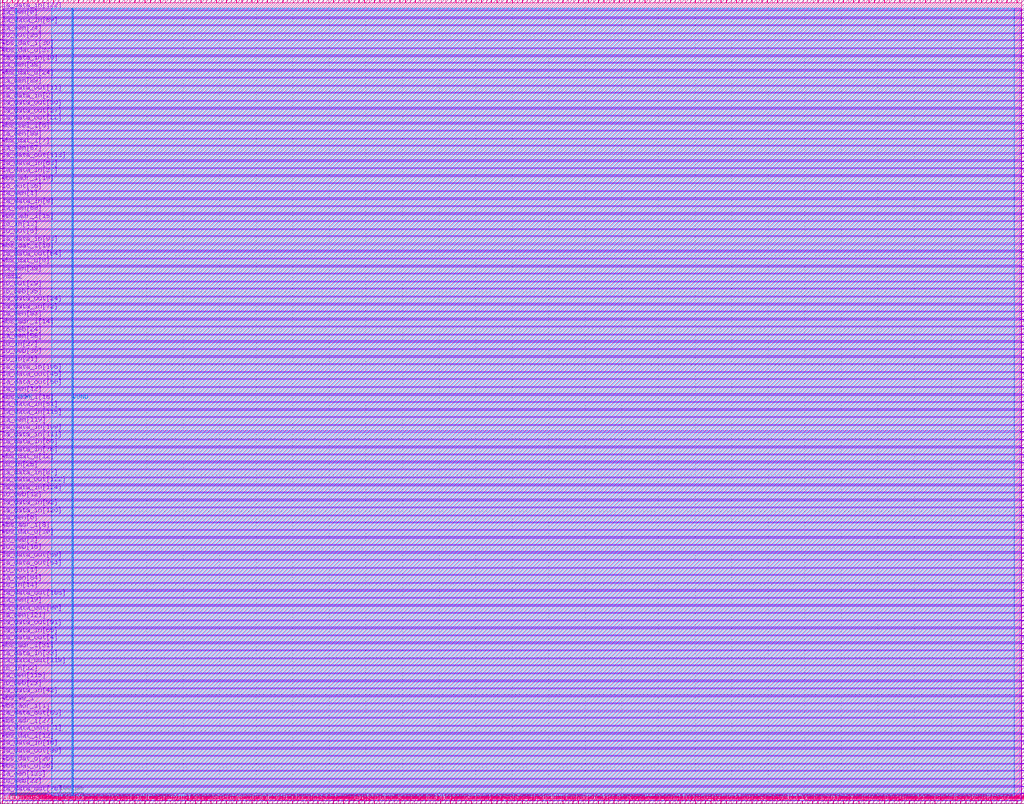
<source format=lef>
# Copyright 2020 The SkyWater PDK Authors
#
# Licensed under the Apache License, Version 2.0 (the "License");
# you may not use this file except in compliance with the License.
# You may obtain a copy of the License at
#
#     https://www.apache.org/licenses/LICENSE-2.0
#
# Unless required by applicable law or agreed to in writing, software
# distributed under the License is distributed on an "AS IS" BASIS,
# WITHOUT WARRANTIES OR CONDITIONS OF ANY KIND, either express or implied.
# See the License for the specific language governing permissions and
# limitations under the License.
#
# SPDX-License-Identifier: Apache-2.0

VERSION 5.7 ;

BUSBITCHARS "[]" ;
DIVIDERCHAR "/" ;

UNITS
  TIME NANOSECONDS 1 ;
  CAPACITANCE PICOFARADS 1 ;
  RESISTANCE OHMS 1 ;
  DATABASE MICRONS 1000 ;
END UNITS

MANUFACTURINGGRID 0.005 ;

PROPERTYDEFINITIONS
  LAYER LEF58_TYPE STRING ;
END PROPERTYDEFINITIONS

# High density, single height
SITE unithd
  SYMMETRY Y ;
  CLASS CORE ;
  SIZE 0.46 BY 2.72 ;
END unithd

# High density, double height
SITE unithddbl
  SYMMETRY Y ;
  CLASS CORE ;
  SIZE 0.46 BY 5.44 ;
END unithddbl

LAYER nwell
  TYPE MASTERSLICE ;
  PROPERTY LEF58_TYPE "TYPE NWELL ;" ;
END nwell

LAYER pwell
  TYPE MASTERSLICE ;
  PROPERTY LEF58_TYPE "TYPE PWELL ;" ;
END pwell

LAYER li1
  TYPE ROUTING ;
  DIRECTION VERTICAL ;

  PITCH 0.46 0.34 ;
  OFFSET 0.23 0.17 ;

  WIDTH 0.17 ;          # LI 1
  # SPACING  0.17 ;     # LI 2
  SPACINGTABLE
     PARALLELRUNLENGTH 0
     WIDTH 0 0.17 ;
  AREA 0.0561 ;         # LI 6
  THICKNESS 0.1 ;
  EDGECAPACITANCE 40.697E-6 ;
  CAPACITANCE CPERSQDIST 36.9866E-6 ;
  RESISTANCE RPERSQ 12.2 ;

  ANTENNAMODEL OXIDE1 ;
  ANTENNADIFFSIDEAREARATIO PWL ( ( 0 75 ) ( 0.0125 75 ) ( 0.0225 85.125 ) ( 22.5 10200 ) ) ;
END li1

LAYER mcon
  TYPE CUT ;

  WIDTH 0.17 ;                # Mcon 1
  SPACING 0.19 ;              # Mcon 2
  ENCLOSURE BELOW 0 0 ;       # Mcon 4
  ENCLOSURE ABOVE 0.03 0.06 ; # Met1 4 / Met1 5

  ANTENNADIFFAREARATIO PWL ( ( 0 3 ) ( 0.0125 3 ) ( 0.0225 3.405 ) ( 22.5 408 ) ) ;
  DCCURRENTDENSITY AVERAGE 0.36 ; # mA per via Iavg_max at Tj = 90oC

END mcon

LAYER met1
  TYPE ROUTING ;
  DIRECTION HORIZONTAL ;

  PITCH 0.34 ;
  OFFSET 0.17 ;

  WIDTH 0.14 ;                     # Met1 1
  # SPACING 0.14 ;                 # Met1 2
  # SPACING 0.28 RANGE 3.001 100 ; # Met1 3b
  SPACINGTABLE
     PARALLELRUNLENGTH 0
     WIDTH 0 0.14
     WIDTH 3 0.28 ;
  AREA 0.083 ;                     # Met1 6
  THICKNESS 0.35 ;

  ANTENNAMODEL OXIDE1 ;
  ANTENNADIFFSIDEAREARATIO PWL ( ( 0 400 ) ( 0.0125 400 ) ( 0.0225 2609 ) ( 22.5 11600 ) ) ;

  EDGECAPACITANCE 40.567E-6 ;
  CAPACITANCE CPERSQDIST 25.7784E-6 ;
  DCCURRENTDENSITY AVERAGE 2.8 ; # mA/um Iavg_max at Tj = 90oC
  ACCURRENTDENSITY RMS 6.1 ; # mA/um Irms_max at Tj = 90oC
  MAXIMUMDENSITY 70 ;
  DENSITYCHECKWINDOW 700 700 ;
  DENSITYCHECKSTEP 70 ;

  RESISTANCE RPERSQ 0.125 ;
END met1

LAYER via
  TYPE CUT ;
  WIDTH 0.15 ;                  # Via 1a
  SPACING 0.17 ;                # Via 2
  ENCLOSURE BELOW 0.055 0.085 ; # Via 4a / Via 5a
  ENCLOSURE ABOVE 0.055 0.085 ; # Met2 4 / Met2 5

  ANTENNADIFFAREARATIO PWL ( ( 0 6 ) ( 0.0125 6 ) ( 0.0225 6.81 ) ( 22.5 816 ) ) ;
  DCCURRENTDENSITY AVERAGE 0.29 ; # mA per via Iavg_max at Tj = 90oC
END via

LAYER met2
  TYPE ROUTING ;
  DIRECTION VERTICAL ;

  PITCH 0.46 ;
  OFFSET 0.23 ;

  WIDTH 0.14 ;                        # Met2 1
  # SPACING  0.14 ;                   # Met2 2
  # SPACING  0.28 RANGE 3.001 100 ;   # Met2 3b
  SPACINGTABLE
     PARALLELRUNLENGTH 0
     WIDTH 0 0.14
     WIDTH 3 0.28 ;
  AREA 0.0676 ;                       # Met2 6
  THICKNESS 0.35 ;

  EDGECAPACITANCE 37.759E-6 ;
  CAPACITANCE CPERSQDIST 16.9423E-6 ;
  RESISTANCE RPERSQ 0.125 ;
  DCCURRENTDENSITY AVERAGE 2.8 ; # mA/um Iavg_max at Tj = 90oC
  ACCURRENTDENSITY RMS 6.1 ; # mA/um Irms_max at Tj = 90oC

  ANTENNAMODEL OXIDE1 ;
  ANTENNADIFFSIDEAREARATIO PWL ( ( 0 400 ) ( 0.0125 400 ) ( 0.0225 2609 ) ( 22.5 11600 ) ) ;

  MAXIMUMDENSITY 70 ;
  DENSITYCHECKWINDOW 700 700 ;
  DENSITYCHECKSTEP 70 ;
END met2

# ******** Layer via2, type routing, number 44 **************
LAYER via2
  TYPE CUT ;
  WIDTH 0.2 ;                   # Via2 1
  SPACING 0.2 ;                 # Via2 2
  ENCLOSURE BELOW 0.04 0.085 ;  # Via2 4
  ENCLOSURE ABOVE 0.065 0.065 ; # Met3 4
  ANTENNADIFFAREARATIO PWL ( ( 0 6 ) ( 0.0125 6 ) ( 0.0225 6.81 ) ( 22.5 816 ) ) ;
  DCCURRENTDENSITY AVERAGE 0.48 ; # mA per via Iavg_max at Tj = 90oC
END via2

LAYER met3
  TYPE ROUTING ;
  DIRECTION HORIZONTAL ;

  PITCH 0.68 ;
  OFFSET 0.34 ;

  WIDTH 0.3 ;              # Met3 1
  # SPACING 0.3 ;          # Met3 2
  SPACINGTABLE
     PARALLELRUNLENGTH 0
     WIDTH 0 0.3
     WIDTH 3 0.4 ;
  AREA 0.24 ;              # Met3 6
  THICKNESS 0.8 ;

  EDGECAPACITANCE 40.989E-6 ;
  CAPACITANCE CPERSQDIST 12.3729E-6 ;
  RESISTANCE RPERSQ 0.047 ;
  DCCURRENTDENSITY AVERAGE 6.8 ; # mA/um Iavg_max at Tj = 90oC
  ACCURRENTDENSITY RMS 14.9 ; # mA/um Irms_max at Tj = 90oC

  ANTENNAMODEL OXIDE1 ;
  ANTENNADIFFSIDEAREARATIO PWL ( ( 0 400 ) ( 0.0125 400 ) ( 0.0225 2609 ) ( 22.5 11600 ) ) ;

  MAXIMUMDENSITY 70 ;
  DENSITYCHECKWINDOW 700 700 ;
  DENSITYCHECKSTEP 70 ;
END met3

LAYER via3
  TYPE CUT ;
  WIDTH 0.2 ;                   # Via3 1
  SPACING 0.2 ;                 # Via3 2
  ENCLOSURE BELOW 0.06 0.09 ;   # Via3 4 / Via3 5
  ENCLOSURE ABOVE 0.065 0.065 ; # Met4 3
  ANTENNADIFFAREARATIO PWL ( ( 0 6 ) ( 0.0125 6 ) ( 0.0225 6.81 ) ( 22.5 816 ) ) ;
  DCCURRENTDENSITY AVERAGE 0.48 ; # mA per via Iavg_max at Tj = 90oC
END via3

LAYER met4
  TYPE ROUTING ;
  DIRECTION VERTICAL ;

  PITCH 0.92 ;
  OFFSET 0.46 ;

  WIDTH 0.3 ;             # Met4 1
  # SPACING  0.3 ;             # Met4 2
  SPACINGTABLE
     PARALLELRUNLENGTH 0
     WIDTH 0 0.3
     WIDTH 3 0.4 ;
  AREA 0.24 ;            # Met4 4a

  THICKNESS 0.8 ;

  EDGECAPACITANCE 36.676E-6 ;
  CAPACITANCE CPERSQDIST 8.41537E-6 ;
  RESISTANCE RPERSQ 0.047 ;
  DCCURRENTDENSITY AVERAGE 6.8 ; # mA/um Iavg_max at Tj = 90oC
  ACCURRENTDENSITY RMS 14.9 ; # mA/um Irms_max at Tj = 90oC

  ANTENNAMODEL OXIDE1 ;
  ANTENNADIFFSIDEAREARATIO PWL ( ( 0 400 ) ( 0.0125 400 ) ( 0.0225 2609 ) ( 22.5 11600 ) ) ;

  MAXIMUMDENSITY 70 ;
  DENSITYCHECKWINDOW 700 700 ;
  DENSITYCHECKSTEP 70 ;
END met4

LAYER via4
  TYPE CUT ;

  WIDTH 0.8 ;                 # Via4 1
  SPACING 0.8 ;               # Via4 2
  ENCLOSURE BELOW 0.19 0.19 ; # Via4 4
  ENCLOSURE ABOVE 0.31 0.31 ; # Met5 3
  ANTENNADIFFAREARATIO PWL ( ( 0 6 ) ( 0.0125 6 ) ( 0.0225 6.81 ) ( 22.5 816 ) ) ;
  DCCURRENTDENSITY AVERAGE 2.49 ; # mA per via Iavg_max at Tj = 90oC
END via4

LAYER met5
  TYPE ROUTING ;
  DIRECTION HORIZONTAL ;

  PITCH 3.4 ;
  OFFSET 1.7 ;

  WIDTH 1.6 ;            # Met5 1
  #SPACING  1.6 ;        # Met5 2
  SPACINGTABLE
     PARALLELRUNLENGTH 0
     WIDTH 0 1.6 ;
  AREA 4 ;               # Met5 4

  THICKNESS 1.2 ;

  EDGECAPACITANCE 38.851E-6 ;
  CAPACITANCE CPERSQDIST 6.32063E-6 ;
  RESISTANCE RPERSQ 0.0285 ;
  DCCURRENTDENSITY AVERAGE 10.17 ; # mA/um Iavg_max at Tj = 90oC
  ACCURRENTDENSITY RMS 22.34 ; # mA/um Irms_max at Tj = 90oC

  ANTENNAMODEL OXIDE1 ;
  ANTENNADIFFSIDEAREARATIO PWL ( ( 0 400 ) ( 0.0125 400 ) ( 0.0225 2609 ) ( 22.5 11600 ) ) ;
END met5


### Routing via cells section   ###
# Plus via rule, metals are along the prefered direction
VIA L1M1_PR DEFAULT
  LAYER mcon ;
  RECT -0.085 -0.085 0.085 0.085 ;
  LAYER li1 ;
  RECT -0.085 -0.085 0.085 0.085 ;
  LAYER met1 ;
  RECT -0.145 -0.115 0.145 0.115 ;
END L1M1_PR

VIARULE L1M1_PR GENERATE
  LAYER li1 ;
  ENCLOSURE 0 0 ;
  LAYER met1 ;
  ENCLOSURE 0.06 0.03 ;
  LAYER mcon ;
  RECT -0.085 -0.085 0.085 0.085 ;
  SPACING 0.36 BY 0.36 ;
END L1M1_PR

# Plus via rule, metals are along the non prefered direction
VIA L1M1_PR_R DEFAULT
  LAYER mcon ;
  RECT -0.085 -0.085 0.085 0.085 ;
  LAYER li1 ;
  RECT -0.085 -0.085 0.085 0.085 ;
  LAYER met1 ;
  RECT -0.115 -0.145 0.115 0.145 ;
END L1M1_PR_R

VIARULE L1M1_PR_R GENERATE
  LAYER li1 ;
  ENCLOSURE 0 0 ;
  LAYER met1 ;
  ENCLOSURE 0.03 0.06 ;
  LAYER mcon ;
  RECT -0.085 -0.085 0.085 0.085 ;
  SPACING 0.36 BY 0.36 ;
END L1M1_PR_R

# Minus via rule, lower layer metal is along prefered direction
VIA L1M1_PR_M DEFAULT
  LAYER mcon ;
  RECT -0.085 -0.085 0.085 0.085 ;
  LAYER li1 ;
  RECT -0.085 -0.085 0.085 0.085 ;
  LAYER met1 ;
  RECT -0.115 -0.145 0.115 0.145 ;
END L1M1_PR_M

VIARULE L1M1_PR_M GENERATE
  LAYER li1 ;
  ENCLOSURE 0 0 ;
  LAYER met1 ;
  ENCLOSURE 0.03 0.06 ;
  LAYER mcon ;
  RECT -0.085 -0.085 0.085 0.085 ;
  SPACING 0.36 BY 0.36 ;
END L1M1_PR_M

# Minus via rule, upper layer metal is along prefered direction
VIA L1M1_PR_MR DEFAULT
  LAYER mcon ;
  RECT -0.085 -0.085 0.085 0.085 ;
  LAYER li1 ;
  RECT -0.085 -0.085 0.085 0.085 ;
  LAYER met1 ;
  RECT -0.145 -0.115 0.145 0.115 ;
END L1M1_PR_MR

VIARULE L1M1_PR_MR GENERATE
  LAYER li1 ;
  ENCLOSURE 0 0 ;
  LAYER met1 ;
  ENCLOSURE 0.06 0.03 ;
  LAYER mcon ;
  RECT -0.085 -0.085 0.085 0.085 ;
  SPACING 0.36 BY 0.36 ;
END L1M1_PR_MR

# Centered via rule, we really do not want to use it
VIA L1M1_PR_C DEFAULT
  LAYER mcon ;
  RECT -0.085 -0.085 0.085 0.085 ;
  LAYER li1 ;
  RECT -0.085 -0.085 0.085 0.085 ;
  LAYER met1 ;
  RECT -0.145 -0.145 0.145 0.145 ;
END L1M1_PR_C

VIARULE L1M1_PR_C GENERATE
  LAYER li1 ;
  ENCLOSURE 0 0 ;
  LAYER met1 ;
  ENCLOSURE 0.06 0.06 ;
  LAYER mcon ;
  RECT -0.085 -0.085 0.085 0.085 ;
  SPACING 0.36 BY 0.36 ;
END L1M1_PR_C

# Plus via rule, metals are along the prefered direction
VIA M1M2_PR DEFAULT
  LAYER via ;
  RECT -0.075 -0.075 0.075 0.075 ;
  LAYER met1 ;
  RECT -0.16 -0.13 0.16 0.13 ;
  LAYER met2 ;
  RECT -0.13 -0.16 0.13 0.16 ;
END M1M2_PR

VIARULE M1M2_PR GENERATE
  LAYER met1 ;
  ENCLOSURE 0.085 0.055 ;
  LAYER met2 ;
  ENCLOSURE 0.055 0.085 ;
  LAYER via ;
  RECT -0.075 -0.075 0.075 0.075 ;
  SPACING 0.32 BY 0.32 ;
END M1M2_PR

# Plus via rule, metals are along the non prefered direction
VIA M1M2_PR_R DEFAULT
  LAYER via ;
  RECT -0.075 -0.075 0.075 0.075 ;
  LAYER met1 ;
  RECT -0.13 -0.16 0.13 0.16 ;
  LAYER met2 ;
  RECT -0.16 -0.13 0.16 0.13 ;
END M1M2_PR_R

VIARULE M1M2_PR_R GENERATE
  LAYER met1 ;
  ENCLOSURE 0.055 0.085 ;
  LAYER met2 ;
  ENCLOSURE 0.085 0.055 ;
  LAYER via ;
  RECT -0.075 -0.075 0.075 0.075 ;
  SPACING 0.32 BY 0.32 ;
END M1M2_PR_R

# Minus via rule, lower layer metal is along prefered direction
VIA M1M2_PR_M DEFAULT
  LAYER via ;
  RECT -0.075 -0.075 0.075 0.075 ;
  LAYER met1 ;
  RECT -0.16 -0.13 0.16 0.13 ;
  LAYER met2 ;
  RECT -0.16 -0.13 0.16 0.13 ;
END M1M2_PR_M

VIARULE M1M2_PR_M GENERATE
  LAYER met1 ;
  ENCLOSURE 0.085 0.055 ;
  LAYER met2 ;
  ENCLOSURE 0.085 0.055 ;
  LAYER via ;
  RECT -0.075 -0.075 0.075 0.075 ;
  SPACING 0.32 BY 0.32 ;
END M1M2_PR_M

# Minus via rule, upper layer metal is along prefered direction
VIA M1M2_PR_MR DEFAULT
  LAYER via ;
  RECT -0.075 -0.075 0.075 0.075 ;
  LAYER met1 ;
  RECT -0.13 -0.16 0.13 0.16 ;
  LAYER met2 ;
  RECT -0.13 -0.16 0.13 0.16 ;
END M1M2_PR_MR

VIARULE M1M2_PR_MR GENERATE
  LAYER met1 ;
  ENCLOSURE 0.055 0.085 ;
  LAYER met2 ;
  ENCLOSURE 0.055 0.085 ;
  LAYER via ;
  RECT -0.075 -0.075 0.075 0.075 ;
  SPACING 0.32 BY 0.32 ;
END M1M2_PR_MR

# Centered via rule, we really do not want to use it
VIA M1M2_PR_C DEFAULT
  LAYER via ;
  RECT -0.075 -0.075 0.075 0.075 ;
  LAYER met1 ;
  RECT -0.16 -0.16 0.16 0.16 ;
  LAYER met2 ;
  RECT -0.16 -0.16 0.16 0.16 ;
END M1M2_PR_C

VIARULE M1M2_PR_C GENERATE
  LAYER met1 ;
  ENCLOSURE 0.085 0.085 ;
  LAYER met2 ;
  ENCLOSURE 0.085 0.085 ;
  LAYER via ;
  RECT -0.075 -0.075 0.075 0.075 ;
  SPACING 0.32 BY 0.32 ;
END M1M2_PR_C

# Plus via rule, metals are along the prefered direction
VIA M2M3_PR DEFAULT
  LAYER via2 ;
  RECT -0.1 -0.1 0.1 0.1 ;
  LAYER met2 ;
  RECT -0.14 -0.185 0.14 0.185 ;
  LAYER met3 ;
  RECT -0.165 -0.165 0.165 0.165 ;
END M2M3_PR

VIARULE M2M3_PR GENERATE
  LAYER met2 ;
  ENCLOSURE 0.04 0.085 ;
  LAYER met3 ;
  ENCLOSURE 0.065 0.065 ;
  LAYER via2 ;
  RECT -0.1 -0.1 0.1 0.1 ;
  SPACING 0.4 BY 0.4 ;
END M2M3_PR

# Plus via rule, metals are along the non prefered direction
VIA M2M3_PR_R DEFAULT
  LAYER via2 ;
  RECT -0.1 -0.1 0.1 0.1 ;
  LAYER met2 ;
  RECT -0.185 -0.14 0.185 0.14 ;
  LAYER met3 ;
  RECT -0.165 -0.165 0.165 0.165 ;
END M2M3_PR_R

VIARULE M2M3_PR_R GENERATE
  LAYER met2 ;
  ENCLOSURE 0.085 0.04 ;
  LAYER met3 ;
  ENCLOSURE 0.065 0.065 ;
  LAYER via2 ;
  RECT -0.1 -0.1 0.1 0.1 ;
  SPACING 0.4 BY 0.4 ;
END M2M3_PR_R

# Minus via rule, lower layer metal is along prefered direction
VIA M2M3_PR_M DEFAULT
  LAYER via2 ;
  RECT -0.1 -0.1 0.1 0.1 ;
  LAYER met2 ;
  RECT -0.14 -0.185 0.14 0.185 ;
  LAYER met3 ;
  RECT -0.165 -0.165 0.165 0.165 ;
END M2M3_PR_M

VIARULE M2M3_PR_M GENERATE
  LAYER met2 ;
  ENCLOSURE 0.04 0.085 ;
  LAYER met3 ;
  ENCLOSURE 0.065 0.065 ;
  LAYER via2 ;
  RECT -0.1 -0.1 0.1 0.1 ;
  SPACING 0.4 BY 0.4 ;
END M2M3_PR_M

# Minus via rule, upper layer metal is along prefered direction
VIA M2M3_PR_MR DEFAULT
  LAYER via2 ;
  RECT -0.1 -0.1 0.1 0.1 ;
  LAYER met2 ;
  RECT -0.185 -0.14 0.185 0.14 ;
  LAYER met3 ;
  RECT -0.165 -0.165 0.165 0.165 ;
END M2M3_PR_MR

VIARULE M2M3_PR_MR GENERATE
  LAYER met2 ;
  ENCLOSURE 0.085 0.04 ;
  LAYER met3 ;
  ENCLOSURE 0.065 0.065 ;
  LAYER via2 ;
  RECT -0.1 -0.1 0.1 0.1 ;
  SPACING 0.4 BY 0.4 ;
END M2M3_PR_MR

# Centered via rule, we really do not want to use it
VIA M2M3_PR_C DEFAULT
  LAYER via2 ;
  RECT -0.1 -0.1 0.1 0.1 ;
  LAYER met2 ;
  RECT -0.185 -0.185 0.185 0.185 ;
  LAYER met3 ;
  RECT -0.165 -0.165 0.165 0.165 ;
END M2M3_PR_C

VIARULE M2M3_PR_C GENERATE
  LAYER met2 ;
  ENCLOSURE 0.085 0.085 ;
  LAYER met3 ;
  ENCLOSURE 0.065 0.065 ;
  LAYER via2 ;
  RECT -0.1 -0.1 0.1 0.1 ;
  SPACING 0.4 BY 0.4 ;
END M2M3_PR_C

# Plus via rule, metals are along the prefered direction
VIA M3M4_PR DEFAULT
  LAYER via3 ;
  RECT -0.1 -0.1 0.1 0.1 ;
  LAYER met3 ;
  RECT -0.19 -0.16 0.19 0.16 ;
  LAYER met4 ;
  RECT -0.165 -0.165 0.165 0.165 ;
END M3M4_PR

VIARULE M3M4_PR GENERATE
  LAYER met3 ;
  ENCLOSURE 0.09 0.06 ;
  LAYER met4 ;
  ENCLOSURE 0.065 0.065 ;
  LAYER via3 ;
  RECT -0.1 -0.1 0.1 0.1 ;
  SPACING 0.4 BY 0.4 ;
END M3M4_PR

# Plus via rule, metals are along the non prefered direction
VIA M3M4_PR_R DEFAULT
  LAYER via3 ;
  RECT -0.1 -0.1 0.1 0.1 ;
  LAYER met3 ;
  RECT -0.16 -0.19 0.16 0.19 ;
  LAYER met4 ;
  RECT -0.165 -0.165 0.165 0.165 ;
END M3M4_PR_R

VIARULE M3M4_PR_R GENERATE
  LAYER met3 ;
  ENCLOSURE 0.06 0.09 ;
  LAYER met4 ;
  ENCLOSURE 0.065 0.065 ;
  LAYER via3 ;
  RECT -0.1 -0.1 0.1 0.1 ;
  SPACING 0.4 BY 0.4 ;
END M3M4_PR_R

# Minus via rule, lower layer metal is along prefered direction
VIA M3M4_PR_M DEFAULT
  LAYER via3 ;
  RECT -0.1 -0.1 0.1 0.1 ;
  LAYER met3 ;
  RECT -0.19 -0.16 0.19 0.16 ;
  LAYER met4 ;
  RECT -0.165 -0.165 0.165 0.165 ;
END M3M4_PR_M

VIARULE M3M4_PR_M GENERATE
  LAYER met3 ;
  ENCLOSURE 0.09 0.06 ;
  LAYER met4 ;
  ENCLOSURE 0.065 0.065 ;
  LAYER via3 ;
  RECT -0.1 -0.1 0.1 0.1 ;
  SPACING 0.4 BY 0.4 ;
END M3M4_PR_M

# Minus via rule, upper layer metal is along prefered direction
VIA M3M4_PR_MR DEFAULT
  LAYER via3 ;
  RECT -0.1 -0.1 0.1 0.1 ;
  LAYER met3 ;
  RECT -0.16 -0.19 0.16 0.19 ;
  LAYER met4 ;
  RECT -0.165 -0.165 0.165 0.165 ;
END M3M4_PR_MR

VIARULE M3M4_PR_MR GENERATE
  LAYER met3 ;
  ENCLOSURE 0.06 0.09 ;
  LAYER met4 ;
  ENCLOSURE 0.065 0.065 ;
  LAYER via3 ;
  RECT -0.1 -0.1 0.1 0.1 ;
  SPACING 0.4 BY 0.4 ;
END M3M4_PR_MR

# Centered via rule, we really do not want to use it
VIA M3M4_PR_C DEFAULT
  LAYER via3 ;
  RECT -0.1 -0.1 0.1 0.1 ;
  LAYER met3 ;
  RECT -0.19 -0.19 0.19 0.19 ;
  LAYER met4 ;
  RECT -0.165 -0.165 0.165 0.165 ;
END M3M4_PR_C

VIARULE M3M4_PR_C GENERATE
  LAYER met3 ;
  ENCLOSURE 0.09 0.09 ;
  LAYER met4 ;
  ENCLOSURE 0.065 0.065 ;
  LAYER via3 ;
  RECT -0.1 -0.1 0.1 0.1 ;
  SPACING 0.4 BY 0.4 ;
END M3M4_PR_C

# Plus via rule, metals are along the prefered direction
VIA M4M5_PR DEFAULT
  LAYER via4 ;
  RECT -0.4 -0.4 0.4 0.4 ;
  LAYER met4 ;
  RECT -0.59 -0.59 0.59 0.59 ;
  LAYER met5 ;
  RECT -0.71 -0.71 0.71 0.71 ;
END M4M5_PR

VIARULE M4M5_PR GENERATE
  LAYER met4 ;
  ENCLOSURE 0.19 0.19 ;
  LAYER met5 ;
  ENCLOSURE 0.31 0.31 ;
  LAYER via4 ;
  RECT -0.4 -0.4 0.4 0.4 ;
  SPACING 1.6 BY 1.6 ;
END M4M5_PR

# Plus via rule, metals are along the non prefered direction
VIA M4M5_PR_R DEFAULT
  LAYER via4 ;
  RECT -0.4 -0.4 0.4 0.4 ;
  LAYER met4 ;
  RECT -0.59 -0.59 0.59 0.59 ;
  LAYER met5 ;
  RECT -0.71 -0.71 0.71 0.71 ;
END M4M5_PR_R

VIARULE M4M5_PR_R GENERATE
  LAYER met4 ;
  ENCLOSURE 0.19 0.19 ;
  LAYER met5 ;
  ENCLOSURE 0.31 0.31 ;
  LAYER via4 ;
  RECT -0.4 -0.4 0.4 0.4 ;
  SPACING 1.6 BY 1.6 ;
END M4M5_PR_R

# Minus via rule, lower layer metal is along prefered direction
VIA M4M5_PR_M DEFAULT
  LAYER via4 ;
  RECT -0.4 -0.4 0.4 0.4 ;
  LAYER met4 ;
  RECT -0.59 -0.59 0.59 0.59 ;
  LAYER met5 ;
  RECT -0.71 -0.71 0.71 0.71 ;
END M4M5_PR_M

VIARULE M4M5_PR_M GENERATE
  LAYER met4 ;
  ENCLOSURE 0.19 0.19 ;
  LAYER met5 ;
  ENCLOSURE 0.31 0.31 ;
  LAYER via4 ;
  RECT -0.4 -0.4 0.4 0.4 ;
  SPACING 1.6 BY 1.6 ;
END M4M5_PR_M

# Minus via rule, upper layer metal is along prefered direction
VIA M4M5_PR_MR DEFAULT
  LAYER via4 ;
  RECT -0.4 -0.4 0.4 0.4 ;
  LAYER met4 ;
  RECT -0.59 -0.59 0.59 0.59 ;
  LAYER met5 ;
  RECT -0.71 -0.71 0.71 0.71 ;
END M4M5_PR_MR

VIARULE M4M5_PR_MR GENERATE
  LAYER met4 ;
  ENCLOSURE 0.19 0.19 ;
  LAYER met5 ;
  ENCLOSURE 0.31 0.31 ;
  LAYER via4 ;
  RECT -0.4 -0.4 0.4 0.4 ;
  SPACING 1.6 BY 1.6 ;
END M4M5_PR_MR

# Centered via rule, we really do not want to use it
VIA M4M5_PR_C DEFAULT
  LAYER via4 ;
  RECT -0.4 -0.4 0.4 0.4 ;
  LAYER met4 ;
  RECT -0.59 -0.59 0.59 0.59 ;
  LAYER met5 ;
  RECT -0.71 -0.71 0.71 0.71 ;
END M4M5_PR_C

VIARULE M4M5_PR_C GENERATE
  LAYER met4 ;
  ENCLOSURE 0.19 0.19 ;
  LAYER met5 ;
  ENCLOSURE 0.31 0.31 ;
  LAYER via4 ;
  RECT -0.4 -0.4 0.4 0.4 ;
  SPACING 1.6 BY 1.6 ;
END M4M5_PR_C
###  end of single via cells   ###


MACRO sky130_fd_sc_hd__a2111o_1
  CLASS CORE ;
  FOREIGN sky130_fd_sc_hd__a2111o_1 ;
  ORIGIN  0.000000  0.000000 ;
  SIZE  4.140000 BY  2.720000 ;
  SYMMETRY X Y R90 ;
  SITE unithd ;
  PIN A1
    ANTENNAGATEAREA  0.247500 ;
    DIRECTION INPUT ;
    USE SIGNAL ;
    PORT
      LAYER li1 ;
        RECT 2.905000 0.995000 3.290000 1.325000 ;
        RECT 2.985000 0.285000 3.540000 0.845000 ;
        RECT 2.985000 0.845000 3.290000 0.995000 ;
    END
  END A1
  PIN A2
    ANTENNAGATEAREA  0.247500 ;
    DIRECTION INPUT ;
    USE SIGNAL ;
    PORT
      LAYER li1 ;
        RECT 3.510000 1.025000 4.010000 1.290000 ;
    END
  END A2
  PIN B1
    ANTENNAGATEAREA  0.247500 ;
    DIRECTION INPUT ;
    USE SIGNAL ;
    PORT
      LAYER li1 ;
        RECT 2.400000 0.995000 2.680000 2.465000 ;
    END
  END B1
  PIN C1
    ANTENNAGATEAREA  0.247500 ;
    DIRECTION INPUT ;
    USE SIGNAL ;
    PORT
      LAYER li1 ;
        RECT 1.890000 1.050000 2.220000 2.465000 ;
    END
  END C1
  PIN D1
    ANTENNAGATEAREA  0.247500 ;
    DIRECTION INPUT ;
    USE SIGNAL ;
    PORT
      LAYER li1 ;
        RECT 1.290000 1.050000 1.720000 1.290000 ;
        RECT 1.515000 1.290000 1.720000 2.465000 ;
    END
  END D1
  PIN X
    ANTENNADIFFAREA  0.504500 ;
    DIRECTION OUTPUT ;
    USE SIGNAL ;
    PORT
      LAYER li1 ;
        RECT 0.135000 0.255000 0.465000 1.620000 ;
        RECT 0.135000 1.620000 0.390000 2.460000 ;
    END
  END X
  PIN VGND
    DIRECTION INOUT ;
    SHAPE ABUTMENT ;
    USE GROUND ;
    PORT
      LAYER met1 ;
        RECT 0.000000 -0.240000 4.140000 0.240000 ;
    END
  END VGND
  PIN VNB
    DIRECTION INOUT ;
    USE GROUND ;
    PORT
      LAYER pwell ;
        RECT 0.145000 -0.085000 0.315000 0.085000 ;
    END
    PORT
      LAYER pwell ;
        RECT 1.975000 -0.065000 2.145000 0.105000 ;
    END
  END VNB
  PIN VPB
    DIRECTION INOUT ;
    USE POWER ;
    PORT
      LAYER nwell ;
        RECT -0.190000 1.305000 4.330000 2.910000 ;
    END
  END VPB
  PIN VPWR
    DIRECTION INOUT ;
    SHAPE ABUTMENT ;
    USE POWER ;
    PORT
      LAYER met1 ;
        RECT 0.000000 2.480000 4.140000 2.960000 ;
    END
  END VPWR
  OBS
    LAYER li1 ;
      RECT 0.000000 -0.085000 4.140000 0.085000 ;
      RECT 0.000000  2.635000 4.140000 2.805000 ;
      RECT 0.565000  1.815000 0.895000 2.635000 ;
      RECT 0.635000  0.085000 1.310000 0.470000 ;
      RECT 0.695000  0.650000 1.915000 0.655000 ;
      RECT 0.695000  0.655000 2.805000 0.825000 ;
      RECT 0.695000  0.825000 0.915000 1.465000 ;
      RECT 0.695000  1.465000 1.345000 1.645000 ;
      RECT 1.135000  1.645000 1.345000 2.460000 ;
      RECT 1.585000  0.260000 1.915000 0.650000 ;
      RECT 2.085000  0.085000 2.430000 0.485000 ;
      RECT 2.600000  0.260000 2.805000 0.655000 ;
      RECT 2.860000  1.495000 3.990000 1.665000 ;
      RECT 2.860000  1.665000 3.145000 2.460000 ;
      RECT 3.325000  1.835000 3.540000 2.635000 ;
      RECT 3.715000  0.085000 3.955000 0.760000 ;
      RECT 3.720000  1.665000 3.990000 2.460000 ;
    LAYER mcon ;
      RECT 0.145000 -0.085000 0.315000 0.085000 ;
      RECT 0.145000  2.635000 0.315000 2.805000 ;
      RECT 0.605000 -0.085000 0.775000 0.085000 ;
      RECT 0.605000  2.635000 0.775000 2.805000 ;
      RECT 1.065000 -0.085000 1.235000 0.085000 ;
      RECT 1.065000  2.635000 1.235000 2.805000 ;
      RECT 1.525000 -0.085000 1.695000 0.085000 ;
      RECT 1.525000  2.635000 1.695000 2.805000 ;
      RECT 1.985000 -0.085000 2.155000 0.085000 ;
      RECT 1.985000  2.635000 2.155000 2.805000 ;
      RECT 2.445000 -0.085000 2.615000 0.085000 ;
      RECT 2.445000  2.635000 2.615000 2.805000 ;
      RECT 2.905000 -0.085000 3.075000 0.085000 ;
      RECT 2.905000  2.635000 3.075000 2.805000 ;
      RECT 3.365000 -0.085000 3.535000 0.085000 ;
      RECT 3.365000  2.635000 3.535000 2.805000 ;
      RECT 3.825000 -0.085000 3.995000 0.085000 ;
      RECT 3.825000  2.635000 3.995000 2.805000 ;
  END
END sky130_fd_sc_hd__a2111o_1
MACRO sky130_fd_sc_hd__a2111o_2
  CLASS CORE ;
  FOREIGN sky130_fd_sc_hd__a2111o_2 ;
  ORIGIN  0.000000  0.000000 ;
  SIZE  4.600000 BY  2.720000 ;
  SYMMETRY X Y R90 ;
  SITE unithd ;
  PIN A1
    ANTENNAGATEAREA  0.247500 ;
    DIRECTION INPUT ;
    USE SIGNAL ;
    PORT
      LAYER li1 ;
        RECT 3.365000 0.955000 3.775000 1.740000 ;
        RECT 3.505000 0.290000 3.995000 0.825000 ;
        RECT 3.505000 0.825000 3.775000 0.955000 ;
    END
  END A1
  PIN A2
    ANTENNAGATEAREA  0.247500 ;
    DIRECTION INPUT ;
    USE SIGNAL ;
    PORT
      LAYER li1 ;
        RECT 3.945000 0.995000 4.515000 1.740000 ;
    END
  END A2
  PIN B1
    ANTENNAGATEAREA  0.247500 ;
    DIRECTION INPUT ;
    USE SIGNAL ;
    PORT
      LAYER li1 ;
        RECT 2.905000 0.995000 3.195000 1.740000 ;
    END
  END B1
  PIN C1
    ANTENNAGATEAREA  0.247500 ;
    DIRECTION INPUT ;
    USE SIGNAL ;
    PORT
      LAYER li1 ;
        RECT 2.425000 0.995000 2.735000 2.355000 ;
    END
  END C1
  PIN D1
    ANTENNAGATEAREA  0.247500 ;
    DIRECTION INPUT ;
    USE SIGNAL ;
    PORT
      LAYER li1 ;
        RECT 1.885000 0.995000 2.255000 1.325000 ;
        RECT 1.960000 1.325000 2.255000 2.355000 ;
    END
  END D1
  PIN X
    ANTENNADIFFAREA  0.462000 ;
    DIRECTION OUTPUT ;
    USE SIGNAL ;
    PORT
      LAYER li1 ;
        RECT 0.605000 0.255000 0.895000 2.390000 ;
    END
  END X
  PIN VGND
    DIRECTION INOUT ;
    SHAPE ABUTMENT ;
    USE GROUND ;
    PORT
      LAYER met1 ;
        RECT 0.000000 -0.240000 4.600000 0.240000 ;
    END
  END VGND
  PIN VNB
    DIRECTION INOUT ;
    USE GROUND ;
    PORT
      LAYER pwell ;
        RECT 0.145000 -0.085000 0.315000 0.085000 ;
    END
  END VNB
  PIN VPB
    DIRECTION INOUT ;
    USE POWER ;
    PORT
      LAYER nwell ;
        RECT -0.190000 1.305000 4.790000 2.910000 ;
    END
  END VPB
  PIN VPWR
    DIRECTION INOUT ;
    SHAPE ABUTMENT ;
    USE POWER ;
    PORT
      LAYER met1 ;
        RECT 0.000000 2.480000 4.600000 2.960000 ;
    END
  END VPWR
  OBS
    LAYER li1 ;
      RECT 0.000000 -0.085000 4.600000 0.085000 ;
      RECT 0.000000  2.635000 4.600000 2.805000 ;
      RECT 0.085000  0.085000 0.435000 0.885000 ;
      RECT 0.085000  1.635000 0.435000 2.635000 ;
      RECT 1.065000  0.085000 2.010000 0.445000 ;
      RECT 1.065000  0.445000 1.325000 0.865000 ;
      RECT 1.065000  1.075000 1.705000 1.325000 ;
      RECT 1.065000  1.495000 1.315000 2.635000 ;
      RECT 1.495000  0.615000 3.335000 0.785000 ;
      RECT 1.495000  0.785000 1.705000 1.075000 ;
      RECT 1.495000  1.325000 1.705000 1.495000 ;
      RECT 1.495000  1.495000 1.785000 2.465000 ;
      RECT 2.180000  0.255000 2.420000 0.615000 ;
      RECT 2.590000  0.085000 2.920000 0.445000 ;
      RECT 3.070000  1.915000 4.515000 2.085000 ;
      RECT 3.070000  2.085000 3.400000 2.465000 ;
      RECT 3.090000  0.255000 3.335000 0.615000 ;
      RECT 3.590000  2.255000 3.920000 2.635000 ;
      RECT 4.090000  2.085000 4.515000 2.465000 ;
      RECT 4.165000  0.085000 4.515000 0.805000 ;
    LAYER mcon ;
      RECT 0.145000 -0.085000 0.315000 0.085000 ;
      RECT 0.145000  2.635000 0.315000 2.805000 ;
      RECT 0.605000 -0.085000 0.775000 0.085000 ;
      RECT 0.605000  2.635000 0.775000 2.805000 ;
      RECT 1.065000 -0.085000 1.235000 0.085000 ;
      RECT 1.065000  2.635000 1.235000 2.805000 ;
      RECT 1.525000 -0.085000 1.695000 0.085000 ;
      RECT 1.525000  2.635000 1.695000 2.805000 ;
      RECT 1.985000 -0.085000 2.155000 0.085000 ;
      RECT 1.985000  2.635000 2.155000 2.805000 ;
      RECT 2.445000 -0.085000 2.615000 0.085000 ;
      RECT 2.445000  2.635000 2.615000 2.805000 ;
      RECT 2.905000 -0.085000 3.075000 0.085000 ;
      RECT 2.905000  2.635000 3.075000 2.805000 ;
      RECT 3.365000 -0.085000 3.535000 0.085000 ;
      RECT 3.365000  2.635000 3.535000 2.805000 ;
      RECT 3.825000 -0.085000 3.995000 0.085000 ;
      RECT 3.825000  2.635000 3.995000 2.805000 ;
      RECT 4.285000 -0.085000 4.455000 0.085000 ;
      RECT 4.285000  2.635000 4.455000 2.805000 ;
  END
END sky130_fd_sc_hd__a2111o_2
MACRO sky130_fd_sc_hd__a2111o_4
  CLASS CORE ;
  FOREIGN sky130_fd_sc_hd__a2111o_4 ;
  ORIGIN  0.000000  0.000000 ;
  SIZE  7.820000 BY  2.720000 ;
  SYMMETRY X Y R90 ;
  SITE unithd ;
  PIN A1
    ANTENNAGATEAREA  0.495000 ;
    DIRECTION INPUT ;
    USE SIGNAL ;
    PORT
      LAYER li1 ;
        RECT 3.825000 1.075000 4.495000 1.275000 ;
    END
  END A1
  PIN A2
    ANTENNAGATEAREA  0.495000 ;
    DIRECTION INPUT ;
    USE SIGNAL ;
    PORT
      LAYER li1 ;
        RECT 4.675000 1.075000 5.625000 1.275000 ;
    END
  END A2
  PIN B1
    ANTENNAGATEAREA  0.495000 ;
    DIRECTION INPUT ;
    USE SIGNAL ;
    PORT
      LAYER li1 ;
        RECT 2.450000 0.975000 3.255000 1.285000 ;
    END
  END B1
  PIN C1
    ANTENNAGATEAREA  0.495000 ;
    DIRECTION INPUT ;
    USE SIGNAL ;
    PORT
      LAYER li1 ;
        RECT 1.040000 0.975000 2.280000 1.285000 ;
    END
  END C1
  PIN D1
    ANTENNAGATEAREA  0.495000 ;
    DIRECTION INPUT ;
    USE SIGNAL ;
    PORT
      LAYER li1 ;
        RECT 0.085000 0.975000 0.370000 1.625000 ;
    END
  END D1
  PIN X
    ANTENNADIFFAREA  0.924000 ;
    DIRECTION OUTPUT ;
    USE SIGNAL ;
    PORT
      LAYER li1 ;
        RECT 6.165000 0.255000 6.355000 0.635000 ;
        RECT 6.165000 0.635000 7.735000 0.805000 ;
        RECT 6.165000 1.465000 7.735000 1.635000 ;
        RECT 6.165000 1.635000 7.215000 1.715000 ;
        RECT 6.165000 1.715000 6.355000 2.465000 ;
        RECT 7.025000 0.255000 7.215000 0.635000 ;
        RECT 7.025000 1.715000 7.215000 2.465000 ;
        RECT 7.490000 0.805000 7.735000 1.465000 ;
    END
  END X
  PIN VGND
    DIRECTION INOUT ;
    SHAPE ABUTMENT ;
    USE GROUND ;
    PORT
      LAYER met1 ;
        RECT 0.000000 -0.240000 7.820000 0.240000 ;
    END
  END VGND
  PIN VNB
    DIRECTION INOUT ;
    USE GROUND ;
    PORT
      LAYER pwell ;
        RECT 0.145000 -0.085000 0.315000 0.085000 ;
    END
  END VNB
  PIN VPB
    DIRECTION INOUT ;
    USE POWER ;
    PORT
      LAYER nwell ;
        RECT -0.190000 1.305000 8.010000 2.910000 ;
    END
  END VPB
  PIN VPWR
    DIRECTION INOUT ;
    SHAPE ABUTMENT ;
    USE POWER ;
    PORT
      LAYER met1 ;
        RECT 0.000000 2.480000 7.820000 2.960000 ;
    END
  END VPWR
  OBS
    LAYER li1 ;
      RECT 0.000000 -0.085000 7.820000 0.085000 ;
      RECT 0.000000  2.635000 7.820000 2.805000 ;
      RECT 0.110000  1.795000 0.370000 2.295000 ;
      RECT 0.110000  2.295000 2.160000 2.465000 ;
      RECT 0.180000  0.255000 0.440000 0.635000 ;
      RECT 0.180000  0.635000 3.655000 0.805000 ;
      RECT 0.540000  0.805000 0.870000 2.125000 ;
      RECT 0.610000  0.085000 0.940000 0.465000 ;
      RECT 1.040000  1.455000 1.230000 2.295000 ;
      RECT 1.110000  0.255000 1.340000 0.615000 ;
      RECT 1.110000  0.615000 3.655000 0.635000 ;
      RECT 1.400000  1.455000 3.100000 1.625000 ;
      RECT 1.400000  1.625000 1.730000 2.125000 ;
      RECT 1.510000  0.085000 1.840000 0.445000 ;
      RECT 1.900000  1.795000 2.160000 2.295000 ;
      RECT 2.015000  0.255000 2.240000 0.615000 ;
      RECT 2.340000  1.795000 2.675000 2.295000 ;
      RECT 2.340000  2.295000 3.650000 2.465000 ;
      RECT 2.420000  0.085000 3.295000 0.445000 ;
      RECT 2.845000  1.625000 3.100000 2.125000 ;
      RECT 3.320000  1.795000 5.495000 1.995000 ;
      RECT 3.320000  1.995000 3.650000 2.295000 ;
      RECT 3.465000  0.255000 4.585000 0.445000 ;
      RECT 3.465000  0.445000 3.655000 0.615000 ;
      RECT 3.465000  0.805000 3.655000 1.445000 ;
      RECT 3.465000  1.445000 5.975000 1.625000 ;
      RECT 3.825000  0.615000 5.495000 0.785000 ;
      RECT 3.865000  2.165000 4.195000 2.635000 ;
      RECT 4.365000  1.995000 4.625000 2.415000 ;
      RECT 4.805000  0.085000 5.140000 0.445000 ;
      RECT 4.805000  2.255000 5.140000 2.635000 ;
      RECT 5.310000  0.255000 5.495000 0.615000 ;
      RECT 5.310000  1.995000 5.495000 2.465000 ;
      RECT 5.665000  0.085000 5.995000 0.515000 ;
      RECT 5.665000  1.800000 5.995000 2.635000 ;
      RECT 5.795000  1.075000 7.320000 1.245000 ;
      RECT 5.795000  1.245000 5.975000 1.445000 ;
      RECT 6.525000  0.085000 6.855000 0.445000 ;
      RECT 6.525000  1.885000 6.855000 2.635000 ;
      RECT 7.385000  0.085000 7.715000 0.465000 ;
      RECT 7.385000  1.805000 7.715000 2.635000 ;
    LAYER mcon ;
      RECT 0.145000 -0.085000 0.315000 0.085000 ;
      RECT 0.145000  2.635000 0.315000 2.805000 ;
      RECT 0.605000 -0.085000 0.775000 0.085000 ;
      RECT 0.605000  2.635000 0.775000 2.805000 ;
      RECT 1.065000 -0.085000 1.235000 0.085000 ;
      RECT 1.065000  2.635000 1.235000 2.805000 ;
      RECT 1.525000 -0.085000 1.695000 0.085000 ;
      RECT 1.525000  2.635000 1.695000 2.805000 ;
      RECT 1.985000 -0.085000 2.155000 0.085000 ;
      RECT 1.985000  2.635000 2.155000 2.805000 ;
      RECT 2.445000 -0.085000 2.615000 0.085000 ;
      RECT 2.445000  2.635000 2.615000 2.805000 ;
      RECT 2.905000 -0.085000 3.075000 0.085000 ;
      RECT 2.905000  2.635000 3.075000 2.805000 ;
      RECT 3.365000 -0.085000 3.535000 0.085000 ;
      RECT 3.365000  2.635000 3.535000 2.805000 ;
      RECT 3.825000 -0.085000 3.995000 0.085000 ;
      RECT 3.825000  2.635000 3.995000 2.805000 ;
      RECT 4.285000 -0.085000 4.455000 0.085000 ;
      RECT 4.285000  2.635000 4.455000 2.805000 ;
      RECT 4.745000 -0.085000 4.915000 0.085000 ;
      RECT 4.745000  2.635000 4.915000 2.805000 ;
      RECT 5.205000 -0.085000 5.375000 0.085000 ;
      RECT 5.205000  2.635000 5.375000 2.805000 ;
      RECT 5.665000 -0.085000 5.835000 0.085000 ;
      RECT 5.665000  2.635000 5.835000 2.805000 ;
      RECT 6.125000 -0.085000 6.295000 0.085000 ;
      RECT 6.125000  2.635000 6.295000 2.805000 ;
      RECT 6.585000 -0.085000 6.755000 0.085000 ;
      RECT 6.585000  2.635000 6.755000 2.805000 ;
      RECT 7.045000 -0.085000 7.215000 0.085000 ;
      RECT 7.045000  2.635000 7.215000 2.805000 ;
      RECT 7.505000 -0.085000 7.675000 0.085000 ;
      RECT 7.505000  2.635000 7.675000 2.805000 ;
  END
END sky130_fd_sc_hd__a2111o_4
MACRO sky130_fd_sc_hd__a2111oi_0
  CLASS CORE ;
  FOREIGN sky130_fd_sc_hd__a2111oi_0 ;
  ORIGIN  0.000000  0.000000 ;
  SIZE  3.220000 BY  2.720000 ;
  SYMMETRY X Y R90 ;
  SITE unithd ;
  PIN A1
    ANTENNAGATEAREA  0.159000 ;
    DIRECTION INPUT ;
    USE SIGNAL ;
    PORT
      LAYER li1 ;
        RECT 2.035000 1.070000 2.625000 1.400000 ;
        RECT 2.355000 0.660000 2.625000 1.070000 ;
        RECT 2.355000 1.400000 2.625000 1.735000 ;
    END
  END A1
  PIN A2
    ANTENNAGATEAREA  0.159000 ;
    DIRECTION INPUT ;
    USE SIGNAL ;
    PORT
      LAYER li1 ;
        RECT 2.795000 0.650000 3.135000 1.735000 ;
    END
  END A2
  PIN B1
    ANTENNAGATEAREA  0.159000 ;
    DIRECTION INPUT ;
    USE SIGNAL ;
    PORT
      LAYER li1 ;
        RECT 1.495000 1.055000 1.845000 1.735000 ;
    END
  END B1
  PIN C1
    ANTENNAGATEAREA  0.159000 ;
    DIRECTION INPUT ;
    USE SIGNAL ;
    PORT
      LAYER li1 ;
        RECT 0.955000 1.055000 1.325000 2.360000 ;
    END
  END C1
  PIN D1
    ANTENNAGATEAREA  0.159000 ;
    DIRECTION INPUT ;
    USE SIGNAL ;
    PORT
      LAYER li1 ;
        RECT 0.085000 0.730000 0.435000 1.655000 ;
    END
  END D1
  PIN Y
    ANTENNADIFFAREA  0.424000 ;
    DIRECTION OUTPUT ;
    USE SIGNAL ;
    PORT
      LAYER li1 ;
        RECT 0.360000 1.825000 0.785000 2.465000 ;
        RECT 0.605000 0.635000 2.040000 0.885000 ;
        RECT 0.605000 0.885000 0.785000 1.825000 ;
        RECT 0.785000 0.255000 1.040000 0.615000 ;
        RECT 0.785000 0.615000 2.040000 0.635000 ;
        RECT 1.710000 0.280000 2.040000 0.615000 ;
    END
  END Y
  PIN VGND
    DIRECTION INOUT ;
    SHAPE ABUTMENT ;
    USE GROUND ;
    PORT
      LAYER met1 ;
        RECT 0.000000 -0.240000 3.220000 0.240000 ;
    END
  END VGND
  PIN VNB
    DIRECTION INOUT ;
    USE GROUND ;
    PORT
      LAYER pwell ;
        RECT 0.145000 -0.085000 0.315000 0.085000 ;
    END
  END VNB
  PIN VPB
    DIRECTION INOUT ;
    USE POWER ;
    PORT
      LAYER nwell ;
        RECT -0.190000 1.305000 3.410000 2.910000 ;
    END
  END VPB
  PIN VPWR
    DIRECTION INOUT ;
    SHAPE ABUTMENT ;
    USE POWER ;
    PORT
      LAYER met1 ;
        RECT 0.000000 2.480000 3.220000 2.960000 ;
    END
  END VPWR
  OBS
    LAYER li1 ;
      RECT 0.000000 -0.085000 3.220000 0.085000 ;
      RECT 0.000000  2.635000 3.220000 2.805000 ;
      RECT 0.285000  0.085000 0.615000 0.465000 ;
      RECT 1.210000  0.085000 1.540000 0.445000 ;
      RECT 1.540000  1.905000 2.870000 2.085000 ;
      RECT 1.540000  2.085000 1.870000 2.465000 ;
      RECT 2.040000  2.255000 2.370000 2.635000 ;
      RECT 2.470000  0.085000 2.800000 0.480000 ;
      RECT 2.540000  2.085000 2.870000 2.465000 ;
    LAYER mcon ;
      RECT 0.145000 -0.085000 0.315000 0.085000 ;
      RECT 0.145000  2.635000 0.315000 2.805000 ;
      RECT 0.605000 -0.085000 0.775000 0.085000 ;
      RECT 0.605000  2.635000 0.775000 2.805000 ;
      RECT 1.065000 -0.085000 1.235000 0.085000 ;
      RECT 1.065000  2.635000 1.235000 2.805000 ;
      RECT 1.525000 -0.085000 1.695000 0.085000 ;
      RECT 1.525000  2.635000 1.695000 2.805000 ;
      RECT 1.985000 -0.085000 2.155000 0.085000 ;
      RECT 1.985000  2.635000 2.155000 2.805000 ;
      RECT 2.445000 -0.085000 2.615000 0.085000 ;
      RECT 2.445000  2.635000 2.615000 2.805000 ;
      RECT 2.905000 -0.085000 3.075000 0.085000 ;
      RECT 2.905000  2.635000 3.075000 2.805000 ;
  END
END sky130_fd_sc_hd__a2111oi_0
MACRO sky130_fd_sc_hd__a2111oi_1
  CLASS CORE ;
  FOREIGN sky130_fd_sc_hd__a2111oi_1 ;
  ORIGIN  0.000000  0.000000 ;
  SIZE  3.680000 BY  2.720000 ;
  SYMMETRY X Y R90 ;
  SITE unithd ;
  PIN A1
    ANTENNAGATEAREA  0.247500 ;
    DIRECTION INPUT ;
    USE SIGNAL ;
    PORT
      LAYER li1 ;
        RECT 2.440000 0.995000 2.725000 1.400000 ;
    END
  END A1
  PIN A2
    ANTENNAGATEAREA  0.247500 ;
    DIRECTION INPUT ;
    USE SIGNAL ;
    PORT
      LAYER li1 ;
        RECT 2.905000 0.350000 3.090000 1.020000 ;
        RECT 2.905000 1.020000 3.540000 1.290000 ;
    END
  END A2
  PIN B1
    ANTENNAGATEAREA  0.247500 ;
    DIRECTION INPUT ;
    USE SIGNAL ;
    PORT
      LAYER li1 ;
        RECT 1.940000 1.050000 2.270000 1.400000 ;
        RECT 1.940000 1.400000 2.215000 2.455000 ;
    END
  END B1
  PIN C1
    ANTENNAGATEAREA  0.247500 ;
    DIRECTION INPUT ;
    USE SIGNAL ;
    PORT
      LAYER li1 ;
        RECT 1.435000 1.050000 1.770000 2.455000 ;
    END
  END C1
  PIN D1
    ANTENNAGATEAREA  0.247500 ;
    DIRECTION INPUT ;
    USE SIGNAL ;
    PORT
      LAYER li1 ;
        RECT 0.785000 1.050000 1.235000 2.455000 ;
    END
  END D1
  PIN Y
    ANTENNADIFFAREA  1.388750 ;
    DIRECTION OUTPUT ;
    USE SIGNAL ;
    PORT
      LAYER li1 ;
        RECT 0.145000 0.700000 1.375000 0.705000 ;
        RECT 0.145000 0.705000 2.420000 0.815000 ;
        RECT 0.145000 0.815000 2.300000 0.880000 ;
        RECT 0.145000 0.880000 0.530000 2.460000 ;
        RECT 1.045000 0.260000 1.375000 0.700000 ;
        RECT 2.090000 0.305000 2.420000 0.705000 ;
    END
  END Y
  PIN VGND
    DIRECTION INOUT ;
    SHAPE ABUTMENT ;
    USE GROUND ;
    PORT
      LAYER met1 ;
        RECT 0.000000 -0.240000 3.680000 0.240000 ;
    END
  END VGND
  PIN VNB
    DIRECTION INOUT ;
    USE GROUND ;
    PORT
      LAYER pwell ;
        RECT 0.145000 -0.085000 0.315000 0.085000 ;
    END
    PORT
      LAYER pwell ;
        RECT 1.975000 -0.065000 2.145000 0.105000 ;
    END
  END VNB
  PIN VPB
    DIRECTION INOUT ;
    USE POWER ;
    PORT
      LAYER nwell ;
        RECT -0.190000 1.305000 3.870000 2.910000 ;
    END
  END VPB
  PIN VPWR
    DIRECTION INOUT ;
    SHAPE ABUTMENT ;
    USE POWER ;
    PORT
      LAYER met1 ;
        RECT 0.000000 2.480000 3.680000 2.960000 ;
    END
  END VPWR
  OBS
    LAYER li1 ;
      RECT 0.000000 -0.085000 3.680000 0.085000 ;
      RECT 0.000000  2.635000 3.680000 2.805000 ;
      RECT 0.315000  0.085000 0.630000 0.525000 ;
      RECT 1.550000  0.085000 1.880000 0.535000 ;
      RECT 2.395000  1.580000 3.505000 1.750000 ;
      RECT 2.395000  1.750000 2.625000 2.460000 ;
      RECT 2.800000  1.920000 3.130000 2.635000 ;
      RECT 3.270000  0.085000 3.510000 0.760000 ;
      RECT 3.310000  1.750000 3.505000 2.460000 ;
    LAYER mcon ;
      RECT 0.145000 -0.085000 0.315000 0.085000 ;
      RECT 0.145000  2.635000 0.315000 2.805000 ;
      RECT 0.605000 -0.085000 0.775000 0.085000 ;
      RECT 0.605000  2.635000 0.775000 2.805000 ;
      RECT 1.065000 -0.085000 1.235000 0.085000 ;
      RECT 1.065000  2.635000 1.235000 2.805000 ;
      RECT 1.525000 -0.085000 1.695000 0.085000 ;
      RECT 1.525000  2.635000 1.695000 2.805000 ;
      RECT 1.985000 -0.085000 2.155000 0.085000 ;
      RECT 1.985000  2.635000 2.155000 2.805000 ;
      RECT 2.445000 -0.085000 2.615000 0.085000 ;
      RECT 2.445000  2.635000 2.615000 2.805000 ;
      RECT 2.905000 -0.085000 3.075000 0.085000 ;
      RECT 2.905000  2.635000 3.075000 2.805000 ;
      RECT 3.365000 -0.085000 3.535000 0.085000 ;
      RECT 3.365000  2.635000 3.535000 2.805000 ;
  END
END sky130_fd_sc_hd__a2111oi_1
MACRO sky130_fd_sc_hd__a2111oi_2
  CLASS CORE ;
  FOREIGN sky130_fd_sc_hd__a2111oi_2 ;
  ORIGIN  0.000000  0.000000 ;
  SIZE  5.520000 BY  2.720000 ;
  SYMMETRY X Y R90 ;
  SITE unithd ;
  PIN A1
    ANTENNAGATEAREA  0.495000 ;
    DIRECTION INPUT ;
    USE SIGNAL ;
    PORT
      LAYER li1 ;
        RECT 3.465000 0.985000 3.715000 1.445000 ;
        RECT 3.465000 1.445000 5.290000 1.675000 ;
        RECT 4.895000 0.995000 5.290000 1.445000 ;
    END
  END A1
  PIN A2
    ANTENNAGATEAREA  0.495000 ;
    DIRECTION INPUT ;
    USE SIGNAL ;
    PORT
      LAYER li1 ;
        RECT 3.970000 1.015000 4.725000 1.275000 ;
    END
  END A2
  PIN B1
    ANTENNAGATEAREA  0.495000 ;
    DIRECTION INPUT ;
    USE SIGNAL ;
    PORT
      LAYER li1 ;
        RECT 2.185000 1.030000 2.855000 1.275000 ;
    END
  END B1
  PIN C1
    ANTENNAGATEAREA  0.495000 ;
    DIRECTION INPUT ;
    USE SIGNAL ;
    PORT
      LAYER li1 ;
        RECT 0.125000 1.045000 0.455000 1.445000 ;
        RECT 0.125000 1.445000 1.800000 1.680000 ;
        RECT 1.615000 1.030000 1.975000 1.275000 ;
        RECT 1.615000 1.275000 1.800000 1.445000 ;
    END
  END C1
  PIN D1
    ANTENNAGATEAREA  0.495000 ;
    DIRECTION INPUT ;
    USE SIGNAL ;
    PORT
      LAYER li1 ;
        RECT 0.755000 1.075000 1.425000 1.275000 ;
    END
  END D1
  PIN Y
    ANTENNADIFFAREA  1.212750 ;
    DIRECTION OUTPUT ;
    USE SIGNAL ;
    PORT
      LAYER li1 ;
        RECT 0.120000 0.255000 0.380000 0.615000 ;
        RECT 0.120000 0.615000 5.355000 0.805000 ;
        RECT 0.120000 0.805000 3.255000 0.845000 ;
        RECT 0.900000 1.850000 2.140000 2.105000 ;
        RECT 1.050000 0.255000 1.295000 0.615000 ;
        RECT 1.965000 0.255000 2.295000 0.615000 ;
        RECT 1.970000 1.445000 3.255000 1.625000 ;
        RECT 1.970000 1.625000 2.140000 1.850000 ;
        RECT 2.965000 0.275000 3.295000 0.615000 ;
        RECT 3.025000 0.845000 3.255000 1.445000 ;
        RECT 5.020000 0.295000 5.355000 0.615000 ;
    END
  END Y
  PIN VGND
    DIRECTION INOUT ;
    SHAPE ABUTMENT ;
    USE GROUND ;
    PORT
      LAYER met1 ;
        RECT 0.000000 -0.240000 5.520000 0.240000 ;
    END
  END VGND
  PIN VNB
    DIRECTION INOUT ;
    USE GROUND ;
    PORT
      LAYER pwell ;
        RECT 0.145000 -0.085000 0.315000 0.085000 ;
    END
  END VNB
  PIN VPB
    DIRECTION INOUT ;
    USE POWER ;
    PORT
      LAYER nwell ;
        RECT -0.190000 1.305000 5.710000 2.910000 ;
    END
  END VPB
  PIN VPWR
    DIRECTION INOUT ;
    SHAPE ABUTMENT ;
    USE POWER ;
    PORT
      LAYER met1 ;
        RECT 0.000000 2.480000 5.520000 2.960000 ;
    END
  END VPWR
  OBS
    LAYER li1 ;
      RECT 0.000000 -0.085000 5.520000 0.085000 ;
      RECT 0.000000  2.635000 5.520000 2.805000 ;
      RECT 0.100000  1.870000 0.460000 2.275000 ;
      RECT 0.100000  2.275000 2.185000 2.295000 ;
      RECT 0.100000  2.295000 2.985000 2.465000 ;
      RECT 0.550000  0.085000 0.880000 0.445000 ;
      RECT 1.465000  0.085000 1.795000 0.445000 ;
      RECT 2.310000  1.795000 3.335000 1.845000 ;
      RECT 2.310000  1.845000 5.400000 1.965000 ;
      RECT 2.310000  1.965000 2.640000 2.060000 ;
      RECT 2.465000  0.085000 2.795000 0.445000 ;
      RECT 2.815000  2.135000 2.985000 2.295000 ;
      RECT 3.155000  1.965000 5.400000 2.095000 ;
      RECT 3.155000  2.095000 3.520000 2.465000 ;
      RECT 3.690000  2.275000 4.020000 2.635000 ;
      RECT 4.125000  0.085000 4.455000 0.445000 ;
      RECT 4.190000  2.095000 5.400000 2.105000 ;
      RECT 4.190000  2.105000 4.400000 2.465000 ;
      RECT 4.570000  2.275000 4.900000 2.635000 ;
      RECT 5.070000  2.105000 5.400000 2.465000 ;
    LAYER mcon ;
      RECT 0.145000 -0.085000 0.315000 0.085000 ;
      RECT 0.145000  2.635000 0.315000 2.805000 ;
      RECT 0.605000 -0.085000 0.775000 0.085000 ;
      RECT 0.605000  2.635000 0.775000 2.805000 ;
      RECT 1.065000 -0.085000 1.235000 0.085000 ;
      RECT 1.065000  2.635000 1.235000 2.805000 ;
      RECT 1.525000 -0.085000 1.695000 0.085000 ;
      RECT 1.525000  2.635000 1.695000 2.805000 ;
      RECT 1.985000 -0.085000 2.155000 0.085000 ;
      RECT 1.985000  2.635000 2.155000 2.805000 ;
      RECT 2.445000 -0.085000 2.615000 0.085000 ;
      RECT 2.445000  2.635000 2.615000 2.805000 ;
      RECT 2.905000 -0.085000 3.075000 0.085000 ;
      RECT 2.905000  2.635000 3.075000 2.805000 ;
      RECT 3.365000 -0.085000 3.535000 0.085000 ;
      RECT 3.365000  2.635000 3.535000 2.805000 ;
      RECT 3.825000 -0.085000 3.995000 0.085000 ;
      RECT 3.825000  2.635000 3.995000 2.805000 ;
      RECT 4.285000 -0.085000 4.455000 0.085000 ;
      RECT 4.285000  2.635000 4.455000 2.805000 ;
      RECT 4.745000 -0.085000 4.915000 0.085000 ;
      RECT 4.745000  2.635000 4.915000 2.805000 ;
      RECT 5.205000 -0.085000 5.375000 0.085000 ;
      RECT 5.205000  2.635000 5.375000 2.805000 ;
  END
END sky130_fd_sc_hd__a2111oi_2
MACRO sky130_fd_sc_hd__a2111oi_4
  CLASS CORE ;
  FOREIGN sky130_fd_sc_hd__a2111oi_4 ;
  ORIGIN  0.000000  0.000000 ;
  SIZE  10.12000 BY  2.720000 ;
  SYMMETRY X Y R90 ;
  SITE unithd ;
  PIN A1
    ANTENNAGATEAREA  0.990000 ;
    DIRECTION INPUT ;
    USE SIGNAL ;
    PORT
      LAYER li1 ;
        RECT 6.095000 1.020000 7.745000 1.275000 ;
    END
  END A1
  PIN A2
    ANTENNAGATEAREA  0.990000 ;
    DIRECTION INPUT ;
    USE SIGNAL ;
    PORT
      LAYER li1 ;
        RECT 7.960000 1.020000 9.990000 1.275000 ;
    END
  END A2
  PIN B1
    ANTENNAGATEAREA  0.990000 ;
    DIRECTION INPUT ;
    USE SIGNAL ;
    PORT
      LAYER li1 ;
        RECT 3.955000 1.020000 5.650000 1.275000 ;
    END
  END B1
  PIN C1
    ANTENNAGATEAREA  0.990000 ;
    DIRECTION INPUT ;
    USE SIGNAL ;
    PORT
      LAYER li1 ;
        RECT 2.055000 1.020000 3.745000 1.275000 ;
    END
  END C1
  PIN D1
    ANTENNAGATEAREA  0.990000 ;
    DIRECTION INPUT ;
    USE SIGNAL ;
    PORT
      LAYER li1 ;
        RECT 0.495000 1.020000 1.845000 1.275000 ;
    END
  END D1
  PIN Y
    ANTENNADIFFAREA  2.009500 ;
    DIRECTION OUTPUT ;
    USE SIGNAL ;
    PORT
      LAYER li1 ;
        RECT 0.145000 0.615000 7.620000 0.785000 ;
        RECT 0.145000 0.785000 0.320000 1.475000 ;
        RECT 0.145000 1.475000 1.720000 1.655000 ;
        RECT 0.530000 1.655000 1.720000 1.685000 ;
        RECT 0.530000 1.685000 0.860000 2.085000 ;
        RECT 0.615000 0.455000 0.790000 0.615000 ;
        RECT 1.390000 1.685000 1.720000 2.085000 ;
        RECT 1.460000 0.455000 1.650000 0.615000 ;
        RECT 2.400000 0.455000 2.590000 0.615000 ;
        RECT 3.260000 0.455000 3.510000 0.615000 ;
        RECT 4.180000 0.455000 4.420000 0.615000 ;
        RECT 5.090000 0.455000 5.275000 0.615000 ;
    END
  END Y
  PIN VGND
    DIRECTION INOUT ;
    SHAPE ABUTMENT ;
    USE GROUND ;
    PORT
      LAYER met1 ;
        RECT 0.000000 -0.240000 10.120000 0.240000 ;
    END
  END VGND
  PIN VNB
    DIRECTION INOUT ;
    USE GROUND ;
    PORT
      LAYER pwell ;
        RECT 0.150000 -0.085000 0.320000 0.085000 ;
    END
  END VNB
  PIN VPB
    DIRECTION INOUT ;
    USE POWER ;
    PORT
      LAYER nwell ;
        RECT -0.190000 1.305000 10.310000 2.910000 ;
    END
  END VPB
  PIN VPWR
    DIRECTION INOUT ;
    SHAPE ABUTMENT ;
    USE POWER ;
    PORT
      LAYER met1 ;
        RECT 0.000000 2.480000 10.120000 2.960000 ;
    END
  END VPWR
  OBS
    LAYER li1 ;
      RECT 0.000000 -0.085000 10.120000 0.085000 ;
      RECT 0.000000  2.635000 10.120000 2.805000 ;
      RECT 0.100000  1.835000  0.360000 2.255000 ;
      RECT 0.100000  2.255000  3.870000 2.445000 ;
      RECT 0.115000  0.085000  0.445000 0.445000 ;
      RECT 0.960000  0.085000  1.290000 0.445000 ;
      RECT 1.030000  1.855000  1.220000 2.255000 ;
      RECT 1.820000  0.085000  2.230000 0.445000 ;
      RECT 1.890000  1.855000  2.080000 2.255000 ;
      RECT 2.250000  1.475000  5.680000 1.655000 ;
      RECT 2.250000  1.655000  3.440000 1.685000 ;
      RECT 2.250000  1.685000  2.580000 2.085000 ;
      RECT 2.750000  1.855000  2.940000 2.255000 ;
      RECT 2.760000  0.085000  3.090000 0.445000 ;
      RECT 3.110000  1.685000  3.440000 2.085000 ;
      RECT 3.610000  1.835000  3.870000 2.255000 ;
      RECT 3.680000  0.085000  4.010000 0.445000 ;
      RECT 4.060000  1.835000  4.320000 2.255000 ;
      RECT 4.060000  2.255000  5.180000 2.275000 ;
      RECT 4.060000  2.275000  6.050000 2.445000 ;
      RECT 4.490000  1.655000  5.680000 1.685000 ;
      RECT 4.490000  1.685000  4.820000 2.085000 ;
      RECT 4.590000  0.085000  4.920000 0.445000 ;
      RECT 4.990000  1.855000  5.180000 2.255000 ;
      RECT 5.350000  1.685000  5.680000 2.085000 ;
      RECT 5.445000  0.085000  5.780000 0.445000 ;
      RECT 5.860000  1.445000  9.770000 1.615000 ;
      RECT 5.860000  1.615000  6.050000 2.275000 ;
      RECT 5.980000  0.275000  8.075000 0.445000 ;
      RECT 6.220000  1.785000  6.550000 2.635000 ;
      RECT 6.720000  1.615000  6.910000 2.315000 ;
      RECT 7.080000  1.805000  7.410000 2.635000 ;
      RECT 7.580000  1.615000  9.770000 1.665000 ;
      RECT 7.580000  1.665000  7.910000 2.315000 ;
      RECT 7.885000  0.445000  8.075000 0.615000 ;
      RECT 7.885000  0.615000  9.865000 0.785000 ;
      RECT 8.080000  1.895000  8.410000 2.635000 ;
      RECT 8.245000  0.085000  8.575000 0.445000 ;
      RECT 8.580000  1.665000  9.770000 1.670000 ;
      RECT 8.580000  1.670000  8.840000 2.290000 ;
      RECT 8.745000  0.300000  8.935000 0.615000 ;
      RECT 9.030000  1.915000  9.360000 2.635000 ;
      RECT 9.105000  0.085000  9.435000 0.445000 ;
      RECT 9.530000  1.670000  9.770000 2.260000 ;
      RECT 9.605000  0.290000  9.865000 0.615000 ;
    LAYER mcon ;
      RECT 0.145000 -0.085000 0.315000 0.085000 ;
      RECT 0.145000  2.635000 0.315000 2.805000 ;
      RECT 0.605000 -0.085000 0.775000 0.085000 ;
      RECT 0.605000  2.635000 0.775000 2.805000 ;
      RECT 1.065000 -0.085000 1.235000 0.085000 ;
      RECT 1.065000  2.635000 1.235000 2.805000 ;
      RECT 1.525000 -0.085000 1.695000 0.085000 ;
      RECT 1.525000  2.635000 1.695000 2.805000 ;
      RECT 1.985000 -0.085000 2.155000 0.085000 ;
      RECT 1.985000  2.635000 2.155000 2.805000 ;
      RECT 2.445000 -0.085000 2.615000 0.085000 ;
      RECT 2.445000  2.635000 2.615000 2.805000 ;
      RECT 2.905000 -0.085000 3.075000 0.085000 ;
      RECT 2.905000  2.635000 3.075000 2.805000 ;
      RECT 3.365000 -0.085000 3.535000 0.085000 ;
      RECT 3.365000  2.635000 3.535000 2.805000 ;
      RECT 3.825000 -0.085000 3.995000 0.085000 ;
      RECT 3.825000  2.635000 3.995000 2.805000 ;
      RECT 4.285000 -0.085000 4.455000 0.085000 ;
      RECT 4.285000  2.635000 4.455000 2.805000 ;
      RECT 4.745000 -0.085000 4.915000 0.085000 ;
      RECT 4.745000  2.635000 4.915000 2.805000 ;
      RECT 5.205000 -0.085000 5.375000 0.085000 ;
      RECT 5.205000  2.635000 5.375000 2.805000 ;
      RECT 5.665000 -0.085000 5.835000 0.085000 ;
      RECT 5.665000  2.635000 5.835000 2.805000 ;
      RECT 6.125000 -0.085000 6.295000 0.085000 ;
      RECT 6.125000  2.635000 6.295000 2.805000 ;
      RECT 6.585000 -0.085000 6.755000 0.085000 ;
      RECT 6.585000  2.635000 6.755000 2.805000 ;
      RECT 7.045000 -0.085000 7.215000 0.085000 ;
      RECT 7.045000  2.635000 7.215000 2.805000 ;
      RECT 7.505000 -0.085000 7.675000 0.085000 ;
      RECT 7.505000  2.635000 7.675000 2.805000 ;
      RECT 7.965000 -0.085000 8.135000 0.085000 ;
      RECT 7.965000  2.635000 8.135000 2.805000 ;
      RECT 8.425000 -0.085000 8.595000 0.085000 ;
      RECT 8.425000  2.635000 8.595000 2.805000 ;
      RECT 8.885000 -0.085000 9.055000 0.085000 ;
      RECT 8.885000  2.635000 9.055000 2.805000 ;
      RECT 9.345000 -0.085000 9.515000 0.085000 ;
      RECT 9.345000  2.635000 9.515000 2.805000 ;
      RECT 9.805000 -0.085000 9.975000 0.085000 ;
      RECT 9.805000  2.635000 9.975000 2.805000 ;
  END
END sky130_fd_sc_hd__a2111oi_4
MACRO sky130_fd_sc_hd__a211o_1
  CLASS CORE ;
  FOREIGN sky130_fd_sc_hd__a211o_1 ;
  ORIGIN  0.000000  0.000000 ;
  SIZE  3.220000 BY  2.720000 ;
  SYMMETRY X Y R90 ;
  SITE unithd ;
  PIN A1
    ANTENNAGATEAREA  0.247500 ;
    DIRECTION INPUT ;
    USE SIGNAL ;
    PORT
      LAYER li1 ;
        RECT 1.485000 0.995000 2.060000 1.325000 ;
    END
  END A1
  PIN A2
    ANTENNAGATEAREA  0.247500 ;
    DIRECTION INPUT ;
    USE SIGNAL ;
    PORT
      LAYER li1 ;
        RECT 1.025000 0.995000 1.305000 1.325000 ;
    END
  END A2
  PIN B1
    ANTENNAGATEAREA  0.247500 ;
    DIRECTION INPUT ;
    USE SIGNAL ;
    PORT
      LAYER li1 ;
        RECT 2.240000 0.995000 2.675000 1.325000 ;
    END
  END B1
  PIN C1
    ANTENNAGATEAREA  0.247500 ;
    DIRECTION INPUT ;
    USE SIGNAL ;
    PORT
      LAYER li1 ;
        RECT 2.855000 0.995000 3.125000 1.325000 ;
    END
  END C1
  PIN X
    ANTENNADIFFAREA  0.437250 ;
    DIRECTION OUTPUT ;
    USE SIGNAL ;
    PORT
      LAYER li1 ;
        RECT 0.090000 0.265000 0.425000 1.685000 ;
        RECT 0.090000 1.685000 0.355000 2.455000 ;
    END
  END X
  PIN VGND
    DIRECTION INOUT ;
    SHAPE ABUTMENT ;
    USE GROUND ;
    PORT
      LAYER met1 ;
        RECT 0.000000 -0.240000 3.220000 0.240000 ;
    END
  END VGND
  PIN VNB
    DIRECTION INOUT ;
    USE GROUND ;
    PORT
      LAYER pwell ;
        RECT 0.135000 -0.085000 0.305000 0.085000 ;
    END
  END VNB
  PIN VPB
    DIRECTION INOUT ;
    USE POWER ;
    PORT
      LAYER nwell ;
        RECT -0.190000 1.305000 3.410000 2.910000 ;
    END
  END VPB
  PIN VPWR
    DIRECTION INOUT ;
    SHAPE ABUTMENT ;
    USE POWER ;
    PORT
      LAYER met1 ;
        RECT 0.000000 2.480000 3.220000 2.960000 ;
    END
  END VPWR
  OBS
    LAYER li1 ;
      RECT 0.000000 -0.085000 3.220000 0.085000 ;
      RECT 0.000000  2.635000 3.220000 2.805000 ;
      RECT 0.525000  1.915000 0.855000 2.635000 ;
      RECT 0.600000  0.625000 3.085000 0.815000 ;
      RECT 0.600000  0.815000 0.825000 1.505000 ;
      RECT 0.600000  1.505000 3.095000 1.685000 ;
      RECT 0.605000  0.085000 1.350000 0.455000 ;
      RECT 1.045000  1.865000 2.235000 2.095000 ;
      RECT 1.045000  2.095000 1.305000 2.455000 ;
      RECT 1.475000  2.265000 1.805000 2.635000 ;
      RECT 1.915000  0.265000 2.170000 0.625000 ;
      RECT 1.975000  2.095000 2.235000 2.455000 ;
      RECT 2.350000  0.085000 2.680000 0.455000 ;
      RECT 2.805000  1.685000 3.095000 2.455000 ;
      RECT 2.860000  0.265000 3.085000 0.625000 ;
    LAYER mcon ;
      RECT 0.145000 -0.085000 0.315000 0.085000 ;
      RECT 0.145000  2.635000 0.315000 2.805000 ;
      RECT 0.605000 -0.085000 0.775000 0.085000 ;
      RECT 0.605000  2.635000 0.775000 2.805000 ;
      RECT 1.065000 -0.085000 1.235000 0.085000 ;
      RECT 1.065000  2.635000 1.235000 2.805000 ;
      RECT 1.525000 -0.085000 1.695000 0.085000 ;
      RECT 1.525000  2.635000 1.695000 2.805000 ;
      RECT 1.985000 -0.085000 2.155000 0.085000 ;
      RECT 1.985000  2.635000 2.155000 2.805000 ;
      RECT 2.445000 -0.085000 2.615000 0.085000 ;
      RECT 2.445000  2.635000 2.615000 2.805000 ;
      RECT 2.905000 -0.085000 3.075000 0.085000 ;
      RECT 2.905000  2.635000 3.075000 2.805000 ;
  END
END sky130_fd_sc_hd__a211o_1
MACRO sky130_fd_sc_hd__a211o_2
  CLASS CORE ;
  FOREIGN sky130_fd_sc_hd__a211o_2 ;
  ORIGIN  0.000000  0.000000 ;
  SIZE  3.680000 BY  2.720000 ;
  SYMMETRY X Y R90 ;
  SITE unithd ;
  PIN A1
    ANTENNAGATEAREA  0.247500 ;
    DIRECTION INPUT ;
    USE SIGNAL ;
    PORT
      LAYER li1 ;
        RECT 1.980000 1.045000 2.450000 1.275000 ;
    END
  END A1
  PIN A2
    ANTENNAGATEAREA  0.247500 ;
    DIRECTION INPUT ;
    USE SIGNAL ;
    PORT
      LAYER li1 ;
        RECT 1.480000 1.045000 1.810000 1.275000 ;
    END
  END A2
  PIN B1
    ANTENNAGATEAREA  0.247500 ;
    DIRECTION INPUT ;
    USE SIGNAL ;
    PORT
      LAYER li1 ;
        RECT 2.620000 1.045000 3.070000 1.275000 ;
    END
  END B1
  PIN C1
    ANTENNAGATEAREA  0.247500 ;
    DIRECTION INPUT ;
    USE SIGNAL ;
    PORT
      LAYER li1 ;
        RECT 3.260000 1.045000 3.595000 1.275000 ;
    END
  END C1
  PIN X
    ANTENNADIFFAREA  0.452000 ;
    DIRECTION OUTPUT ;
    USE SIGNAL ;
    PORT
      LAYER li1 ;
        RECT 0.555000 0.255000 0.775000 0.635000 ;
        RECT 0.555000 0.635000 0.785000 2.335000 ;
    END
  END X
  PIN VGND
    DIRECTION INOUT ;
    SHAPE ABUTMENT ;
    USE GROUND ;
    PORT
      LAYER met1 ;
        RECT 0.000000 -0.240000 3.680000 0.240000 ;
    END
  END VGND
  PIN VNB
    DIRECTION INOUT ;
    USE GROUND ;
    PORT
      LAYER pwell ;
        RECT 0.150000 -0.085000 0.320000 0.085000 ;
    END
  END VNB
  PIN VPB
    DIRECTION INOUT ;
    USE POWER ;
    PORT
      LAYER nwell ;
        RECT -0.190000 1.305000 3.870000 2.910000 ;
    END
  END VPB
  PIN VPWR
    DIRECTION INOUT ;
    SHAPE ABUTMENT ;
    USE POWER ;
    PORT
      LAYER met1 ;
        RECT 0.000000 2.480000 3.680000 2.960000 ;
    END
  END VPWR
  OBS
    LAYER li1 ;
      RECT 0.000000 -0.085000 3.680000 0.085000 ;
      RECT 0.000000  2.635000 3.680000 2.805000 ;
      RECT 0.090000  0.085000 0.385000 0.905000 ;
      RECT 0.090000  1.490000 0.385000 2.635000 ;
      RECT 0.945000  0.085000 1.795000 0.445000 ;
      RECT 1.000000  0.695000 3.585000 0.875000 ;
      RECT 1.000000  0.875000 1.310000 1.490000 ;
      RECT 1.000000  1.490000 3.585000 1.660000 ;
      RECT 1.000000  1.830000 1.255000 2.635000 ;
      RECT 1.455000  1.840000 2.795000 2.020000 ;
      RECT 1.455000  2.020000 1.785000 2.465000 ;
      RECT 1.955000  2.190000 2.230000 2.635000 ;
      RECT 2.275000  0.275000 2.605000 0.695000 ;
      RECT 2.465000  2.020000 2.795000 2.465000 ;
      RECT 2.810000  0.085000 3.085000 0.525000 ;
      RECT 3.255000  0.275000 3.585000 0.695000 ;
      RECT 3.255000  1.660000 3.585000 2.325000 ;
    LAYER mcon ;
      RECT 0.145000 -0.085000 0.315000 0.085000 ;
      RECT 0.145000  2.635000 0.315000 2.805000 ;
      RECT 0.605000 -0.085000 0.775000 0.085000 ;
      RECT 0.605000  2.635000 0.775000 2.805000 ;
      RECT 1.065000 -0.085000 1.235000 0.085000 ;
      RECT 1.065000  2.635000 1.235000 2.805000 ;
      RECT 1.525000 -0.085000 1.695000 0.085000 ;
      RECT 1.525000  2.635000 1.695000 2.805000 ;
      RECT 1.985000 -0.085000 2.155000 0.085000 ;
      RECT 1.985000  2.635000 2.155000 2.805000 ;
      RECT 2.445000 -0.085000 2.615000 0.085000 ;
      RECT 2.445000  2.635000 2.615000 2.805000 ;
      RECT 2.905000 -0.085000 3.075000 0.085000 ;
      RECT 2.905000  2.635000 3.075000 2.805000 ;
      RECT 3.365000 -0.085000 3.535000 0.085000 ;
      RECT 3.365000  2.635000 3.535000 2.805000 ;
  END
END sky130_fd_sc_hd__a211o_2
MACRO sky130_fd_sc_hd__a211o_4
  CLASS CORE ;
  FOREIGN sky130_fd_sc_hd__a211o_4 ;
  ORIGIN  0.000000  0.000000 ;
  SIZE  6.440000 BY  2.720000 ;
  SYMMETRY X Y R90 ;
  SITE unithd ;
  PIN A1
    ANTENNAGATEAREA  0.495000 ;
    DIRECTION INPUT ;
    USE SIGNAL ;
    PORT
      LAYER li1 ;
        RECT 5.035000 1.020000 5.380000 1.330000 ;
    END
  END A1
  PIN A2
    ANTENNAGATEAREA  0.495000 ;
    DIRECTION INPUT ;
    USE SIGNAL ;
    PORT
      LAYER li1 ;
        RECT 4.495000 1.020000 4.825000 1.510000 ;
        RECT 4.495000 1.510000 5.845000 1.700000 ;
        RECT 5.635000 1.020000 6.225000 1.320000 ;
        RECT 5.635000 1.320000 5.845000 1.510000 ;
    END
  END A2
  PIN B1
    ANTENNAGATEAREA  0.495000 ;
    DIRECTION INPUT ;
    USE SIGNAL ;
    PORT
      LAYER li1 ;
        RECT 2.540000 0.985000 2.805000 1.325000 ;
        RECT 2.625000 1.325000 2.805000 1.445000 ;
        RECT 2.625000 1.445000 4.175000 1.700000 ;
        RECT 3.845000 0.985000 4.175000 1.445000 ;
    END
  END B1
  PIN C1
    ANTENNAGATEAREA  0.495000 ;
    DIRECTION INPUT ;
    USE SIGNAL ;
    PORT
      LAYER li1 ;
        RECT 2.975000 0.985000 3.645000 1.275000 ;
    END
  END C1
  PIN X
    ANTENNADIFFAREA  0.933750 ;
    DIRECTION OUTPUT ;
    USE SIGNAL ;
    PORT
      LAYER li1 ;
        RECT 0.085000 0.635000 2.025000 0.875000 ;
        RECT 0.085000 0.875000 0.340000 1.495000 ;
        RECT 0.085000 1.495000 1.640000 1.705000 ;
        RECT 0.595000 1.705000 0.780000 2.465000 ;
        RECT 0.985000 0.255000 1.175000 0.615000 ;
        RECT 0.985000 0.615000 2.025000 0.635000 ;
        RECT 1.450000 1.705000 1.640000 2.465000 ;
        RECT 1.845000 0.255000 2.025000 0.615000 ;
    END
  END X
  PIN VGND
    DIRECTION INOUT ;
    SHAPE ABUTMENT ;
    USE GROUND ;
    PORT
      LAYER met1 ;
        RECT 0.000000 -0.240000 6.440000 0.240000 ;
    END
  END VGND
  PIN VNB
    DIRECTION INOUT ;
    USE GROUND ;
    PORT
      LAYER pwell ;
        RECT 0.145000 -0.085000 0.315000 0.085000 ;
    END
  END VNB
  PIN VPB
    DIRECTION INOUT ;
    USE POWER ;
    PORT
      LAYER nwell ;
        RECT -0.190000 1.305000 6.630000 2.910000 ;
    END
  END VPB
  PIN VPWR
    DIRECTION INOUT ;
    SHAPE ABUTMENT ;
    USE POWER ;
    PORT
      LAYER met1 ;
        RECT 0.000000 2.480000 6.440000 2.960000 ;
    END
  END VPWR
  OBS
    LAYER li1 ;
      RECT 0.000000 -0.085000 6.440000 0.085000 ;
      RECT 0.000000  2.635000 6.440000 2.805000 ;
      RECT 0.090000  1.875000 0.425000 2.635000 ;
      RECT 0.485000  0.085000 0.815000 0.465000 ;
      RECT 0.525000  1.045000 2.370000 1.325000 ;
      RECT 0.950000  1.875000 1.280000 2.635000 ;
      RECT 1.345000  0.085000 1.675000 0.445000 ;
      RECT 1.810000  1.835000 2.060000 2.635000 ;
      RECT 2.185000  1.325000 2.370000 1.505000 ;
      RECT 2.185000  1.505000 2.455000 1.675000 ;
      RECT 2.195000  0.615000 5.490000 0.805000 ;
      RECT 2.195000  0.805000 2.370000 1.045000 ;
      RECT 2.220000  0.085000 2.555000 0.445000 ;
      RECT 2.280000  1.675000 2.455000 1.870000 ;
      RECT 2.280000  1.870000 3.510000 2.040000 ;
      RECT 2.320000  2.210000 4.450000 2.465000 ;
      RECT 2.725000  0.255000 2.970000 0.615000 ;
      RECT 3.140000  0.085000 3.470000 0.445000 ;
      RECT 3.640000  0.255000 4.020000 0.615000 ;
      RECT 4.120000  1.880000 6.345000 2.105000 ;
      RECT 4.120000  2.105000 4.450000 2.210000 ;
      RECT 4.190000  0.085000 4.560000 0.445000 ;
      RECT 4.620000  2.275000 4.950000 2.635000 ;
      RECT 5.160000  0.275000 5.490000 0.615000 ;
      RECT 5.160000  2.105000 5.420000 2.465000 ;
      RECT 5.590000  2.275000 5.920000 2.635000 ;
      RECT 6.015000  0.085000 6.345000 0.805000 ;
      RECT 6.015000  1.535000 6.345000 1.880000 ;
      RECT 6.090000  2.105000 6.345000 2.465000 ;
    LAYER mcon ;
      RECT 0.145000 -0.085000 0.315000 0.085000 ;
      RECT 0.145000  2.635000 0.315000 2.805000 ;
      RECT 0.605000 -0.085000 0.775000 0.085000 ;
      RECT 0.605000  2.635000 0.775000 2.805000 ;
      RECT 1.065000 -0.085000 1.235000 0.085000 ;
      RECT 1.065000  2.635000 1.235000 2.805000 ;
      RECT 1.525000 -0.085000 1.695000 0.085000 ;
      RECT 1.525000  2.635000 1.695000 2.805000 ;
      RECT 1.985000 -0.085000 2.155000 0.085000 ;
      RECT 1.985000  2.635000 2.155000 2.805000 ;
      RECT 2.445000 -0.085000 2.615000 0.085000 ;
      RECT 2.445000  2.635000 2.615000 2.805000 ;
      RECT 2.905000 -0.085000 3.075000 0.085000 ;
      RECT 2.905000  2.635000 3.075000 2.805000 ;
      RECT 3.365000 -0.085000 3.535000 0.085000 ;
      RECT 3.365000  2.635000 3.535000 2.805000 ;
      RECT 3.825000 -0.085000 3.995000 0.085000 ;
      RECT 3.825000  2.635000 3.995000 2.805000 ;
      RECT 4.285000 -0.085000 4.455000 0.085000 ;
      RECT 4.285000  2.635000 4.455000 2.805000 ;
      RECT 4.745000 -0.085000 4.915000 0.085000 ;
      RECT 4.745000  2.635000 4.915000 2.805000 ;
      RECT 5.205000 -0.085000 5.375000 0.085000 ;
      RECT 5.205000  2.635000 5.375000 2.805000 ;
      RECT 5.665000 -0.085000 5.835000 0.085000 ;
      RECT 5.665000  2.635000 5.835000 2.805000 ;
      RECT 6.125000 -0.085000 6.295000 0.085000 ;
      RECT 6.125000  2.635000 6.295000 2.805000 ;
  END
END sky130_fd_sc_hd__a211o_4
MACRO sky130_fd_sc_hd__a211oi_1
  CLASS CORE ;
  FOREIGN sky130_fd_sc_hd__a211oi_1 ;
  ORIGIN  0.000000  0.000000 ;
  SIZE  2.760000 BY  2.720000 ;
  SYMMETRY X Y R90 ;
  SITE unithd ;
  PIN A1
    ANTENNAGATEAREA  0.247500 ;
    DIRECTION INPUT ;
    USE SIGNAL ;
    PORT
      LAYER li1 ;
        RECT 0.605000 0.265000 0.855000 0.995000 ;
        RECT 0.605000 0.995000 1.245000 1.325000 ;
    END
  END A1
  PIN A2
    ANTENNAGATEAREA  0.247500 ;
    DIRECTION INPUT ;
    USE SIGNAL ;
    PORT
      LAYER li1 ;
        RECT 0.095000 0.765000 0.435000 1.325000 ;
    END
  END A2
  PIN B1
    ANTENNAGATEAREA  0.247500 ;
    DIRECTION INPUT ;
    USE SIGNAL ;
    PORT
      LAYER li1 ;
        RECT 1.425000 0.995000 1.755000 1.325000 ;
        RECT 1.525000 1.325000 1.755000 2.455000 ;
    END
  END B1
  PIN C1
    ANTENNAGATEAREA  0.247500 ;
    DIRECTION INPUT ;
    USE SIGNAL ;
    PORT
      LAYER li1 ;
        RECT 1.935000 0.995000 2.235000 1.615000 ;
    END
  END C1
  PIN Y
    ANTENNADIFFAREA  0.619250 ;
    DIRECTION OUTPUT ;
    USE SIGNAL ;
    PORT
      LAYER li1 ;
        RECT 1.180000 0.265000 1.365000 0.625000 ;
        RECT 1.180000 0.625000 2.660000 0.815000 ;
        RECT 1.935000 1.785000 2.660000 2.455000 ;
        RECT 2.055000 0.265000 2.280000 0.625000 ;
        RECT 2.445000 0.815000 2.660000 1.785000 ;
    END
  END Y
  PIN VGND
    DIRECTION INOUT ;
    SHAPE ABUTMENT ;
    USE GROUND ;
    PORT
      LAYER met1 ;
        RECT 0.000000 -0.240000 2.760000 0.240000 ;
    END
  END VGND
  PIN VNB
    DIRECTION INOUT ;
    USE GROUND ;
    PORT
      LAYER pwell ;
        RECT 0.145000 -0.085000 0.315000 0.085000 ;
    END
  END VNB
  PIN VPB
    DIRECTION INOUT ;
    USE POWER ;
    PORT
      LAYER nwell ;
        RECT -0.190000 1.305000 2.950000 2.910000 ;
    END
  END VPB
  PIN VPWR
    DIRECTION INOUT ;
    SHAPE ABUTMENT ;
    USE POWER ;
    PORT
      LAYER met1 ;
        RECT 0.000000 2.480000 2.760000 2.960000 ;
    END
  END VPWR
  OBS
    LAYER li1 ;
      RECT 0.000000 -0.085000 2.760000 0.085000 ;
      RECT 0.000000  2.635000 2.760000 2.805000 ;
      RECT 0.085000  0.085000 0.425000 0.595000 ;
      RECT 0.250000  1.525000 1.355000 1.725000 ;
      RECT 0.250000  1.725000 0.500000 2.455000 ;
      RECT 0.670000  1.905000 1.000000 2.635000 ;
      RECT 1.170000  1.725000 1.355000 2.455000 ;
      RECT 1.545000  0.085000 1.875000 0.455000 ;
    LAYER mcon ;
      RECT 0.145000 -0.085000 0.315000 0.085000 ;
      RECT 0.145000  2.635000 0.315000 2.805000 ;
      RECT 0.605000 -0.085000 0.775000 0.085000 ;
      RECT 0.605000  2.635000 0.775000 2.805000 ;
      RECT 1.065000 -0.085000 1.235000 0.085000 ;
      RECT 1.065000  2.635000 1.235000 2.805000 ;
      RECT 1.525000 -0.085000 1.695000 0.085000 ;
      RECT 1.525000  2.635000 1.695000 2.805000 ;
      RECT 1.985000 -0.085000 2.155000 0.085000 ;
      RECT 1.985000  2.635000 2.155000 2.805000 ;
      RECT 2.445000 -0.085000 2.615000 0.085000 ;
      RECT 2.445000  2.635000 2.615000 2.805000 ;
  END
END sky130_fd_sc_hd__a211oi_1
MACRO sky130_fd_sc_hd__a211oi_2
  CLASS CORE ;
  FOREIGN sky130_fd_sc_hd__a211oi_2 ;
  ORIGIN  0.000000  0.000000 ;
  SIZE  4.600000 BY  2.720000 ;
  SYMMETRY X Y R90 ;
  SITE unithd ;
  PIN A1
    ANTENNAGATEAREA  0.495000 ;
    DIRECTION INPUT ;
    USE SIGNAL ;
    PORT
      LAYER li1 ;
        RECT 2.370000 1.035000 3.080000 1.285000 ;
    END
  END A1
  PIN A2
    ANTENNAGATEAREA  0.495000 ;
    DIRECTION INPUT ;
    USE SIGNAL ;
    PORT
      LAYER li1 ;
        RECT 3.740000 1.035000 4.500000 1.285000 ;
        RECT 4.175000 1.285000 4.500000 1.655000 ;
    END
  END A2
  PIN B1
    ANTENNAGATEAREA  0.495000 ;
    DIRECTION INPUT ;
    USE SIGNAL ;
    PORT
      LAYER li1 ;
        RECT 1.035000 1.035000 1.785000 1.285000 ;
        RECT 1.035000 1.285000 1.255000 1.615000 ;
    END
  END B1
  PIN C1
    ANTENNAGATEAREA  0.495000 ;
    DIRECTION INPUT ;
    USE SIGNAL ;
    PORT
      LAYER li1 ;
        RECT 0.100000 0.995000 0.405000 1.615000 ;
    END
  END C1
  PIN Y
    ANTENNADIFFAREA  0.826000 ;
    DIRECTION OUTPUT ;
    USE SIGNAL ;
    PORT
      LAYER li1 ;
        RECT 0.575000 0.255000 0.835000 0.655000 ;
        RECT 0.575000 0.655000 3.145000 0.855000 ;
        RECT 0.575000 0.855000 0.855000 1.785000 ;
        RECT 0.575000 1.785000 0.905000 2.105000 ;
        RECT 1.505000 0.285000 1.695000 0.655000 ;
    END
  END Y
  PIN VGND
    DIRECTION INOUT ;
    SHAPE ABUTMENT ;
    USE GROUND ;
    PORT
      LAYER met1 ;
        RECT 0.000000 -0.240000 4.600000 0.240000 ;
    END
  END VGND
  PIN VNB
    DIRECTION INOUT ;
    USE GROUND ;
    PORT
      LAYER pwell ;
        RECT 0.125000 -0.085000 0.295000 0.085000 ;
    END
  END VNB
  PIN VPB
    DIRECTION INOUT ;
    USE POWER ;
    PORT
      LAYER nwell ;
        RECT -0.190000 1.305000 4.790000 2.910000 ;
    END
  END VPB
  PIN VPWR
    DIRECTION INOUT ;
    SHAPE ABUTMENT ;
    USE POWER ;
    PORT
      LAYER met1 ;
        RECT 0.000000 2.480000 4.600000 2.960000 ;
    END
  END VPWR
  OBS
    LAYER li1 ;
      RECT 0.000000 -0.085000 4.600000 0.085000 ;
      RECT 0.000000  2.635000 4.600000 2.805000 ;
      RECT 0.145000  0.085000 0.395000 0.815000 ;
      RECT 0.145000  1.785000 0.405000 2.285000 ;
      RECT 0.145000  2.285000 2.215000 2.455000 ;
      RECT 1.005000  0.085000 1.335000 0.475000 ;
      RECT 1.075000  1.785000 1.265000 2.255000 ;
      RECT 1.075000  2.255000 2.215000 2.285000 ;
      RECT 1.435000  1.455000 3.975000 1.655000 ;
      RECT 1.435000  1.655000 1.765000 2.075000 ;
      RECT 1.865000  0.085000 2.195000 0.475000 ;
      RECT 1.935000  1.835000 2.215000 2.255000 ;
      RECT 2.385000  0.265000 3.495000 0.475000 ;
      RECT 2.435000  1.835000 2.665000 2.635000 ;
      RECT 2.845000  1.655000 3.115000 2.465000 ;
      RECT 3.295000  1.835000 3.525000 2.635000 ;
      RECT 3.325000  0.475000 3.495000 0.635000 ;
      RECT 3.325000  0.635000 4.435000 0.855000 ;
      RECT 3.675000  0.085000 4.005000 0.455000 ;
      RECT 3.705000  1.655000 3.975000 2.465000 ;
      RECT 4.155000  1.835000 4.385000 2.635000 ;
      RECT 4.185000  0.265000 4.435000 0.635000 ;
    LAYER mcon ;
      RECT 0.145000 -0.085000 0.315000 0.085000 ;
      RECT 0.145000  2.635000 0.315000 2.805000 ;
      RECT 0.605000 -0.085000 0.775000 0.085000 ;
      RECT 0.605000  2.635000 0.775000 2.805000 ;
      RECT 1.065000 -0.085000 1.235000 0.085000 ;
      RECT 1.065000  2.635000 1.235000 2.805000 ;
      RECT 1.525000 -0.085000 1.695000 0.085000 ;
      RECT 1.525000  2.635000 1.695000 2.805000 ;
      RECT 1.985000 -0.085000 2.155000 0.085000 ;
      RECT 1.985000  2.635000 2.155000 2.805000 ;
      RECT 2.445000 -0.085000 2.615000 0.085000 ;
      RECT 2.445000  2.635000 2.615000 2.805000 ;
      RECT 2.905000 -0.085000 3.075000 0.085000 ;
      RECT 2.905000  2.635000 3.075000 2.805000 ;
      RECT 3.365000 -0.085000 3.535000 0.085000 ;
      RECT 3.365000  2.635000 3.535000 2.805000 ;
      RECT 3.825000 -0.085000 3.995000 0.085000 ;
      RECT 3.825000  2.635000 3.995000 2.805000 ;
      RECT 4.285000 -0.085000 4.455000 0.085000 ;
      RECT 4.285000  2.635000 4.455000 2.805000 ;
  END
END sky130_fd_sc_hd__a211oi_2
MACRO sky130_fd_sc_hd__a211oi_4
  CLASS CORE ;
  FOREIGN sky130_fd_sc_hd__a211oi_4 ;
  ORIGIN  0.000000  0.000000 ;
  SIZE  7.360000 BY  2.720000 ;
  SYMMETRY X Y R90 ;
  SITE unithd ;
  PIN A1
    ANTENNAGATEAREA  0.990000 ;
    DIRECTION INPUT ;
    USE SIGNAL ;
    PORT
      LAYER li1 ;
        RECT 1.655000 1.075000 3.005000 1.245000 ;
        RECT 1.660000 1.035000 3.005000 1.075000 ;
        RECT 1.660000 1.245000 3.005000 1.275000 ;
    END
  END A1
  PIN A2
    ANTENNAGATEAREA  0.990000 ;
    DIRECTION INPUT ;
    USE SIGNAL ;
    PORT
      LAYER li1 ;
        RECT 0.100000 1.035000 1.385000 1.445000 ;
        RECT 0.100000 1.445000 3.575000 1.625000 ;
        RECT 3.245000 1.035000 3.575000 1.445000 ;
    END
  END A2
  PIN B1
    ANTENNAGATEAREA  0.990000 ;
    DIRECTION INPUT ;
    USE SIGNAL ;
    PORT
      LAYER li1 ;
        RECT 3.745000 1.035000 4.755000 1.275000 ;
        RECT 3.745000 1.275000 4.460000 1.615000 ;
      LAYER mcon ;
        RECT 3.830000 1.445000 4.000000 1.615000 ;
    END
    PORT
      LAYER li1 ;
        RECT 6.590000 0.995000 6.935000 1.325000 ;
        RECT 6.590000 1.325000 6.760000 1.615000 ;
      LAYER mcon ;
        RECT 6.590000 1.445000 6.760000 1.615000 ;
    END
    PORT
      LAYER met1 ;
        RECT 3.770000 1.415000 4.060000 1.460000 ;
        RECT 3.770000 1.460000 6.820000 1.600000 ;
        RECT 3.770000 1.600000 4.060000 1.645000 ;
        RECT 6.530000 1.415000 6.820000 1.460000 ;
        RECT 6.530000 1.600000 6.820000 1.645000 ;
    END
  END B1
  PIN C1
    ANTENNAGATEAREA  0.990000 ;
    DIRECTION INPUT ;
    USE SIGNAL ;
    PORT
      LAYER li1 ;
        RECT 5.000000 1.035000 6.350000 1.275000 ;
        RECT 6.130000 1.275000 6.350000 1.695000 ;
    END
  END C1
  PIN Y
    ANTENNADIFFAREA  1.685000 ;
    DIRECTION OUTPUT ;
    USE SIGNAL ;
    PORT
      LAYER li1 ;
        RECT 1.775000 0.675000 3.330000 0.695000 ;
        RECT 1.775000 0.695000 7.275000 0.825000 ;
        RECT 1.775000 0.825000 6.355000 0.865000 ;
        RECT 3.875000 0.255000 4.195000 0.615000 ;
        RECT 3.875000 0.615000 5.045000 0.625000 ;
        RECT 3.875000 0.625000 7.275000 0.695000 ;
        RECT 4.875000 0.255000 5.045000 0.615000 ;
        RECT 5.170000 1.865000 7.275000 2.085000 ;
        RECT 5.715000 0.255000 5.885000 0.615000 ;
        RECT 5.715000 0.615000 7.275000 0.625000 ;
        RECT 6.930000 1.495000 7.275000 1.865000 ;
        RECT 7.105000 0.825000 7.275000 1.495000 ;
    END
  END Y
  PIN VGND
    DIRECTION INOUT ;
    SHAPE ABUTMENT ;
    USE GROUND ;
    PORT
      LAYER met1 ;
        RECT 0.000000 -0.240000 7.360000 0.240000 ;
    END
  END VGND
  PIN VNB
    DIRECTION INOUT ;
    USE GROUND ;
    PORT
      LAYER pwell ;
        RECT 0.150000 -0.085000 0.320000 0.085000 ;
    END
  END VNB
  PIN VPB
    DIRECTION INOUT ;
    USE POWER ;
    PORT
      LAYER nwell ;
        RECT -0.190000 1.305000 7.550000 2.910000 ;
    END
  END VPB
  PIN VPWR
    DIRECTION INOUT ;
    SHAPE ABUTMENT ;
    USE POWER ;
    PORT
      LAYER met1 ;
        RECT 0.000000 2.480000 7.360000 2.960000 ;
    END
  END VPWR
  OBS
    LAYER li1 ;
      RECT 0.000000 -0.085000 7.360000 0.085000 ;
      RECT 0.000000  2.635000 7.360000 2.805000 ;
      RECT 0.095000  0.085000 0.395000 0.585000 ;
      RECT 0.095000  1.795000 3.705000 2.085000 ;
      RECT 0.095000  2.085000 0.345000 2.465000 ;
      RECT 0.515000  2.255000 0.845000 2.635000 ;
      RECT 0.565000  0.530000 0.775000 0.695000 ;
      RECT 0.565000  0.695000 1.605000 0.865000 ;
      RECT 0.950000  0.085000 1.185000 0.525000 ;
      RECT 1.015000  2.085000 3.705000 2.105000 ;
      RECT 1.015000  2.105000 1.185000 2.465000 ;
      RECT 1.355000  0.255000 3.365000 0.505000 ;
      RECT 1.355000  0.505000 1.605000 0.695000 ;
      RECT 1.355000  2.275000 1.685000 2.635000 ;
      RECT 1.855000  2.105000 2.025000 2.465000 ;
      RECT 2.195000  2.275000 2.525000 2.635000 ;
      RECT 2.695000  2.105000 2.865000 2.465000 ;
      RECT 3.035000  2.275000 3.365000 2.635000 ;
      RECT 3.535000  0.085000 3.705000 0.525000 ;
      RECT 3.535000  2.105000 3.705000 2.255000 ;
      RECT 3.535000  2.255000 7.270000 2.465000 ;
      RECT 3.875000  1.785000 4.910000 2.085000 ;
      RECT 4.365000  0.085000 4.695000 0.445000 ;
      RECT 4.630000  1.445000 5.960000 1.695000 ;
      RECT 4.630000  1.695000 4.910000 1.785000 ;
      RECT 5.215000  0.085000 5.545000 0.445000 ;
      RECT 6.055000  0.085000 6.385000 0.445000 ;
      RECT 6.915000  0.085000 7.270000 0.445000 ;
    LAYER mcon ;
      RECT 0.145000 -0.085000 0.315000 0.085000 ;
      RECT 0.145000  2.635000 0.315000 2.805000 ;
      RECT 0.605000 -0.085000 0.775000 0.085000 ;
      RECT 0.605000  2.635000 0.775000 2.805000 ;
      RECT 1.065000 -0.085000 1.235000 0.085000 ;
      RECT 1.065000  2.635000 1.235000 2.805000 ;
      RECT 1.525000 -0.085000 1.695000 0.085000 ;
      RECT 1.525000  2.635000 1.695000 2.805000 ;
      RECT 1.985000 -0.085000 2.155000 0.085000 ;
      RECT 1.985000  2.635000 2.155000 2.805000 ;
      RECT 2.445000 -0.085000 2.615000 0.085000 ;
      RECT 2.445000  2.635000 2.615000 2.805000 ;
      RECT 2.905000 -0.085000 3.075000 0.085000 ;
      RECT 2.905000  2.635000 3.075000 2.805000 ;
      RECT 3.365000 -0.085000 3.535000 0.085000 ;
      RECT 3.365000  2.635000 3.535000 2.805000 ;
      RECT 3.825000 -0.085000 3.995000 0.085000 ;
      RECT 3.825000  2.635000 3.995000 2.805000 ;
      RECT 4.285000 -0.085000 4.455000 0.085000 ;
      RECT 4.285000  2.635000 4.455000 2.805000 ;
      RECT 4.745000 -0.085000 4.915000 0.085000 ;
      RECT 4.745000  2.635000 4.915000 2.805000 ;
      RECT 5.205000 -0.085000 5.375000 0.085000 ;
      RECT 5.205000  2.635000 5.375000 2.805000 ;
      RECT 5.665000 -0.085000 5.835000 0.085000 ;
      RECT 5.665000  2.635000 5.835000 2.805000 ;
      RECT 6.125000 -0.085000 6.295000 0.085000 ;
      RECT 6.125000  2.635000 6.295000 2.805000 ;
      RECT 6.585000 -0.085000 6.755000 0.085000 ;
      RECT 6.585000  2.635000 6.755000 2.805000 ;
      RECT 7.045000 -0.085000 7.215000 0.085000 ;
      RECT 7.045000  2.635000 7.215000 2.805000 ;
  END
END sky130_fd_sc_hd__a211oi_4
MACRO sky130_fd_sc_hd__a21bo_1
  CLASS CORE ;
  FOREIGN sky130_fd_sc_hd__a21bo_1 ;
  ORIGIN  0.000000  0.000000 ;
  SIZE  3.680000 BY  2.720000 ;
  SYMMETRY X Y R90 ;
  SITE unithd ;
  PIN A1
    ANTENNAGATEAREA  0.247500 ;
    DIRECTION INPUT ;
    USE SIGNAL ;
    PORT
      LAYER li1 ;
        RECT 1.750000 0.995000 2.175000 1.615000 ;
    END
  END A1
  PIN A2
    ANTENNAGATEAREA  0.247500 ;
    DIRECTION INPUT ;
    USE SIGNAL ;
    PORT
      LAYER li1 ;
        RECT 2.370000 0.995000 2.630000 1.615000 ;
    END
  END A2
  PIN B1_N
    ANTENNAGATEAREA  0.126000 ;
    DIRECTION INPUT ;
    USE SIGNAL ;
    PORT
      LAYER li1 ;
        RECT 0.105000 0.325000 0.335000 1.665000 ;
    END
  END B1_N
  PIN X
    ANTENNADIFFAREA  0.429000 ;
    DIRECTION OUTPUT ;
    USE SIGNAL ;
    PORT
      LAYER li1 ;
        RECT 3.300000 0.265000 3.580000 2.455000 ;
    END
  END X
  PIN VGND
    DIRECTION INOUT ;
    SHAPE ABUTMENT ;
    USE GROUND ;
    PORT
      LAYER met1 ;
        RECT 0.000000 -0.240000 3.680000 0.240000 ;
    END
  END VGND
  PIN VNB
    DIRECTION INOUT ;
    USE GROUND ;
    PORT
      LAYER pwell ;
        RECT 0.145000 -0.085000 0.315000 0.085000 ;
    END
  END VNB
  PIN VPB
    DIRECTION INOUT ;
    USE POWER ;
    PORT
      LAYER nwell ;
        RECT -0.190000 1.305000 3.870000 2.910000 ;
    END
  END VPB
  PIN VPWR
    DIRECTION INOUT ;
    SHAPE ABUTMENT ;
    USE POWER ;
    PORT
      LAYER met1 ;
        RECT 0.000000 2.480000 3.680000 2.960000 ;
    END
  END VPWR
  OBS
    LAYER li1 ;
      RECT 0.000000 -0.085000 3.680000 0.085000 ;
      RECT 0.000000  2.635000 3.680000 2.805000 ;
      RECT 0.105000  1.845000 0.855000 2.045000 ;
      RECT 0.105000  2.045000 0.345000 2.435000 ;
      RECT 0.515000  0.265000 0.745000 1.165000 ;
      RECT 0.515000  1.165000 0.855000 1.845000 ;
      RECT 0.515000  2.225000 0.865000 2.635000 ;
      RECT 0.945000  0.085000 1.190000 0.865000 ;
      RECT 1.035000  1.045000 1.580000 1.345000 ;
      RECT 1.035000  1.345000 1.365000 2.455000 ;
      RECT 1.360000  0.265000 1.790000 0.625000 ;
      RECT 1.360000  0.625000 3.100000 0.815000 ;
      RECT 1.360000  0.815000 1.580000 1.045000 ;
      RECT 1.535000  1.785000 2.560000 1.985000 ;
      RECT 1.535000  1.985000 1.715000 2.455000 ;
      RECT 1.885000  2.155000 2.215000 2.635000 ;
      RECT 2.370000  0.085000 3.100000 0.455000 ;
      RECT 2.390000  1.985000 2.560000 2.455000 ;
      RECT 2.825000  1.495000 3.110000 2.635000 ;
      RECT 2.840000  0.815000 3.100000 1.325000 ;
    LAYER mcon ;
      RECT 0.145000 -0.085000 0.315000 0.085000 ;
      RECT 0.145000  2.635000 0.315000 2.805000 ;
      RECT 0.605000 -0.085000 0.775000 0.085000 ;
      RECT 0.605000  2.635000 0.775000 2.805000 ;
      RECT 1.065000 -0.085000 1.235000 0.085000 ;
      RECT 1.065000  2.635000 1.235000 2.805000 ;
      RECT 1.525000 -0.085000 1.695000 0.085000 ;
      RECT 1.525000  2.635000 1.695000 2.805000 ;
      RECT 1.985000 -0.085000 2.155000 0.085000 ;
      RECT 1.985000  2.635000 2.155000 2.805000 ;
      RECT 2.445000 -0.085000 2.615000 0.085000 ;
      RECT 2.445000  2.635000 2.615000 2.805000 ;
      RECT 2.905000 -0.085000 3.075000 0.085000 ;
      RECT 2.905000  2.635000 3.075000 2.805000 ;
      RECT 3.365000 -0.085000 3.535000 0.085000 ;
      RECT 3.365000  2.635000 3.535000 2.805000 ;
  END
END sky130_fd_sc_hd__a21bo_1
MACRO sky130_fd_sc_hd__a21bo_2
  CLASS CORE ;
  FOREIGN sky130_fd_sc_hd__a21bo_2 ;
  ORIGIN  0.000000  0.000000 ;
  SIZE  3.680000 BY  2.720000 ;
  SYMMETRY X Y R90 ;
  SITE unithd ;
  PIN A1
    ANTENNAGATEAREA  0.247500 ;
    DIRECTION INPUT ;
    USE SIGNAL ;
    PORT
      LAYER li1 ;
        RECT 2.685000 0.995000 3.100000 1.615000 ;
    END
  END A1
  PIN A2
    ANTENNAGATEAREA  0.247500 ;
    DIRECTION INPUT ;
    USE SIGNAL ;
    PORT
      LAYER li1 ;
        RECT 3.270000 0.995000 3.560000 1.615000 ;
    END
  END A2
  PIN B1_N
    ANTENNAGATEAREA  0.126000 ;
    DIRECTION INPUT ;
    USE SIGNAL ;
    PORT
      LAYER li1 ;
        RECT 1.070000 1.035000 1.525000 1.325000 ;
        RECT 1.330000 0.995000 1.525000 1.035000 ;
    END
  END B1_N
  PIN X
    ANTENNADIFFAREA  0.462000 ;
    DIRECTION OUTPUT ;
    USE SIGNAL ;
    PORT
      LAYER li1 ;
        RECT 0.150000 0.715000 0.850000 0.885000 ;
        RECT 0.150000 0.885000 0.380000 1.835000 ;
        RECT 0.150000 1.835000 0.850000 2.005000 ;
        RECT 0.520000 0.315000 0.850000 0.715000 ;
        RECT 0.595000 2.005000 0.850000 2.425000 ;
    END
  END X
  PIN VGND
    DIRECTION INOUT ;
    SHAPE ABUTMENT ;
    USE GROUND ;
    PORT
      LAYER met1 ;
        RECT 0.000000 -0.240000 3.680000 0.240000 ;
    END
  END VGND
  PIN VNB
    DIRECTION INOUT ;
    USE GROUND ;
    PORT
      LAYER pwell ;
        RECT 0.150000 -0.085000 0.320000 0.085000 ;
    END
  END VNB
  PIN VPB
    DIRECTION INOUT ;
    USE POWER ;
    PORT
      LAYER nwell ;
        RECT -0.190000 1.305000 3.870000 2.910000 ;
    END
  END VPB
  PIN VPWR
    DIRECTION INOUT ;
    SHAPE ABUTMENT ;
    USE POWER ;
    PORT
      LAYER met1 ;
        RECT 0.000000 2.480000 3.680000 2.960000 ;
    END
  END VPWR
  OBS
    LAYER li1 ;
      RECT 0.000000 -0.085000 3.680000 0.085000 ;
      RECT 0.000000  2.635000 3.680000 2.805000 ;
      RECT 0.090000  0.085000 0.345000 0.545000 ;
      RECT 0.090000  2.255000 0.425000 2.635000 ;
      RECT 0.570000  1.075000 0.900000 1.495000 ;
      RECT 0.570000  1.495000 1.285000 1.665000 ;
      RECT 1.020000  0.085000 1.220000 0.865000 ;
      RECT 1.040000  2.275000 1.370000 2.635000 ;
      RECT 1.115000  1.665000 1.285000 1.895000 ;
      RECT 1.115000  1.895000 2.225000 2.105000 ;
      RECT 1.455000  0.655000 1.865000 0.825000 ;
      RECT 1.455000  1.555000 1.865000 1.725000 ;
      RECT 1.695000  0.825000 1.865000 0.995000 ;
      RECT 1.695000  0.995000 2.175000 1.325000 ;
      RECT 1.695000  1.325000 1.865000 1.555000 ;
      RECT 1.975000  0.085000 2.305000 0.465000 ;
      RECT 1.975000  2.105000 2.225000 2.465000 ;
      RECT 2.055000  1.505000 2.515000 1.675000 ;
      RECT 2.055000  1.675000 2.225000 1.895000 ;
      RECT 2.345000  0.635000 2.740000 0.825000 ;
      RECT 2.345000  0.825000 2.515000 1.505000 ;
      RECT 2.395000  1.845000 3.565000 2.015000 ;
      RECT 2.395000  2.015000 2.725000 2.465000 ;
      RECT 2.895000  2.185000 3.065000 2.635000 ;
      RECT 3.235000  0.085000 3.565000 0.825000 ;
      RECT 3.235000  2.015000 3.565000 2.465000 ;
    LAYER mcon ;
      RECT 0.145000 -0.085000 0.315000 0.085000 ;
      RECT 0.145000  2.635000 0.315000 2.805000 ;
      RECT 0.605000 -0.085000 0.775000 0.085000 ;
      RECT 0.605000  2.635000 0.775000 2.805000 ;
      RECT 1.065000 -0.085000 1.235000 0.085000 ;
      RECT 1.065000  2.635000 1.235000 2.805000 ;
      RECT 1.525000 -0.085000 1.695000 0.085000 ;
      RECT 1.525000  2.635000 1.695000 2.805000 ;
      RECT 1.985000 -0.085000 2.155000 0.085000 ;
      RECT 1.985000  2.635000 2.155000 2.805000 ;
      RECT 2.445000 -0.085000 2.615000 0.085000 ;
      RECT 2.445000  2.635000 2.615000 2.805000 ;
      RECT 2.905000 -0.085000 3.075000 0.085000 ;
      RECT 2.905000  2.635000 3.075000 2.805000 ;
      RECT 3.365000 -0.085000 3.535000 0.085000 ;
      RECT 3.365000  2.635000 3.535000 2.805000 ;
  END
END sky130_fd_sc_hd__a21bo_2
MACRO sky130_fd_sc_hd__a21bo_4
  CLASS CORE ;
  FOREIGN sky130_fd_sc_hd__a21bo_4 ;
  ORIGIN  0.000000  0.000000 ;
  SIZE  5.980000 BY  2.720000 ;
  SYMMETRY X Y R90 ;
  SITE unithd ;
  PIN A1
    ANTENNAGATEAREA  0.495000 ;
    DIRECTION INPUT ;
    USE SIGNAL ;
    PORT
      LAYER li1 ;
        RECT 4.590000 1.010000 4.955000 1.360000 ;
    END
  END A1
  PIN A2
    ANTENNAGATEAREA  0.495000 ;
    DIRECTION INPUT ;
    USE SIGNAL ;
    PORT
      LAYER li1 ;
        RECT 4.025000 1.010000 4.420000 1.275000 ;
        RECT 4.245000 1.275000 4.420000 1.595000 ;
        RECT 4.245000 1.595000 5.390000 1.765000 ;
        RECT 5.220000 1.055000 5.700000 1.290000 ;
        RECT 5.220000 1.290000 5.390000 1.595000 ;
    END
  END A2
  PIN B1_N
    ANTENNAGATEAREA  0.247500 ;
    DIRECTION INPUT ;
    USE SIGNAL ;
    PORT
      LAYER li1 ;
        RECT 0.500000 1.010000 0.830000 1.625000 ;
    END
  END B1_N
  PIN X
    ANTENNADIFFAREA  0.924000 ;
    DIRECTION OUTPUT ;
    USE SIGNAL ;
    PORT
      LAYER li1 ;
        RECT 1.000000 0.615000 2.340000 0.785000 ;
        RECT 1.000000 0.785000 1.235000 1.595000 ;
        RECT 1.000000 1.595000 2.410000 1.765000 ;
    END
  END X
  PIN VGND
    DIRECTION INOUT ;
    SHAPE ABUTMENT ;
    USE GROUND ;
    PORT
      LAYER met1 ;
        RECT 0.000000 -0.240000 5.980000 0.240000 ;
    END
  END VGND
  PIN VNB
    DIRECTION INOUT ;
    USE GROUND ;
    PORT
      LAYER pwell ;
        RECT 0.145000 -0.085000 0.315000 0.085000 ;
    END
  END VNB
  PIN VPB
    DIRECTION INOUT ;
    USE POWER ;
    PORT
      LAYER nwell ;
        RECT -0.190000 1.305000 6.170000 2.910000 ;
    END
  END VPB
  PIN VPWR
    DIRECTION INOUT ;
    SHAPE ABUTMENT ;
    USE POWER ;
    PORT
      LAYER met1 ;
        RECT 0.000000 2.480000 5.980000 2.960000 ;
    END
  END VPWR
  OBS
    LAYER li1 ;
      RECT 0.000000 -0.085000 5.980000 0.085000 ;
      RECT 0.000000  2.635000 5.980000 2.805000 ;
      RECT 0.105000  0.255000 0.540000 0.840000 ;
      RECT 0.105000  0.840000 0.330000 1.795000 ;
      RECT 0.105000  1.795000 0.565000 1.935000 ;
      RECT 0.105000  1.935000 2.870000 2.105000 ;
      RECT 0.105000  2.105000 0.550000 2.465000 ;
      RECT 0.710000  0.085000 1.050000 0.445000 ;
      RECT 0.720000  2.275000 1.050000 2.635000 ;
      RECT 1.405000  0.995000 2.810000 1.185000 ;
      RECT 1.405000  1.185000 2.530000 1.325000 ;
      RECT 1.580000  0.085000 1.910000 0.445000 ;
      RECT 1.580000  2.275000 1.910000 2.635000 ;
      RECT 2.435000  2.275000 2.770000 2.635000 ;
      RECT 2.515000  0.085000 3.285000 0.445000 ;
      RECT 2.640000  0.615000 3.645000 0.670000 ;
      RECT 2.640000  0.670000 4.965000 0.785000 ;
      RECT 2.640000  0.785000 3.010000 0.800000 ;
      RECT 2.640000  0.800000 2.810000 0.995000 ;
      RECT 2.700000  1.355000 3.305000 1.525000 ;
      RECT 2.700000  1.525000 2.870000 1.935000 ;
      RECT 2.995000  0.995000 3.305000 1.355000 ;
      RECT 3.055000  1.695000 3.225000 2.210000 ;
      RECT 3.055000  2.210000 4.065000 2.380000 ;
      RECT 3.475000  0.255000 3.645000 0.615000 ;
      RECT 3.475000  0.785000 4.965000 0.840000 ;
      RECT 3.475000  0.840000 3.645000 1.805000 ;
      RECT 3.855000  0.085000 4.185000 0.445000 ;
      RECT 3.885000  1.445000 4.065000 1.935000 ;
      RECT 3.885000  1.935000 5.825000 2.105000 ;
      RECT 3.885000  2.105000 4.065000 2.210000 ;
      RECT 4.235000  2.275000 4.565000 2.635000 ;
      RECT 4.685000  0.405000 4.965000 0.670000 ;
      RECT 5.075000  2.275000 5.405000 2.635000 ;
      RECT 5.545000  0.085000 5.825000 0.885000 ;
      RECT 5.570000  1.460000 5.825000 1.935000 ;
    LAYER mcon ;
      RECT 0.145000 -0.085000 0.315000 0.085000 ;
      RECT 0.145000  2.635000 0.315000 2.805000 ;
      RECT 0.605000 -0.085000 0.775000 0.085000 ;
      RECT 0.605000  2.635000 0.775000 2.805000 ;
      RECT 1.065000 -0.085000 1.235000 0.085000 ;
      RECT 1.065000  2.635000 1.235000 2.805000 ;
      RECT 1.525000 -0.085000 1.695000 0.085000 ;
      RECT 1.525000  2.635000 1.695000 2.805000 ;
      RECT 1.985000 -0.085000 2.155000 0.085000 ;
      RECT 1.985000  2.635000 2.155000 2.805000 ;
      RECT 2.445000 -0.085000 2.615000 0.085000 ;
      RECT 2.445000  2.635000 2.615000 2.805000 ;
      RECT 2.905000 -0.085000 3.075000 0.085000 ;
      RECT 2.905000  2.635000 3.075000 2.805000 ;
      RECT 3.365000 -0.085000 3.535000 0.085000 ;
      RECT 3.365000  2.635000 3.535000 2.805000 ;
      RECT 3.825000 -0.085000 3.995000 0.085000 ;
      RECT 3.825000  2.635000 3.995000 2.805000 ;
      RECT 4.285000 -0.085000 4.455000 0.085000 ;
      RECT 4.285000  2.635000 4.455000 2.805000 ;
      RECT 4.745000 -0.085000 4.915000 0.085000 ;
      RECT 4.745000  2.635000 4.915000 2.805000 ;
      RECT 5.205000 -0.085000 5.375000 0.085000 ;
      RECT 5.205000  2.635000 5.375000 2.805000 ;
      RECT 5.665000 -0.085000 5.835000 0.085000 ;
      RECT 5.665000  2.635000 5.835000 2.805000 ;
  END
END sky130_fd_sc_hd__a21bo_4
MACRO sky130_fd_sc_hd__a21boi_0
  CLASS CORE ;
  FOREIGN sky130_fd_sc_hd__a21boi_0 ;
  ORIGIN  0.000000  0.000000 ;
  SIZE  2.760000 BY  2.720000 ;
  SYMMETRY X Y R90 ;
  SITE unithd ;
  PIN A1
    ANTENNAGATEAREA  0.159000 ;
    DIRECTION INPUT ;
    USE SIGNAL ;
    PORT
      LAYER li1 ;
        RECT 1.780000 0.765000 2.170000 1.615000 ;
    END
  END A1
  PIN A2
    ANTENNAGATEAREA  0.159000 ;
    DIRECTION INPUT ;
    USE SIGNAL ;
    PORT
      LAYER li1 ;
        RECT 2.340000 0.765000 2.615000 1.435000 ;
    END
  END A2
  PIN B1_N
    ANTENNAGATEAREA  0.126000 ;
    DIRECTION INPUT ;
    USE SIGNAL ;
    PORT
      LAYER li1 ;
        RECT 0.470000 1.200000 0.895000 1.955000 ;
    END
  END B1_N
  PIN Y
    ANTENNADIFFAREA  0.392200 ;
    DIRECTION OUTPUT ;
    USE SIGNAL ;
    PORT
      LAYER li1 ;
        RECT 1.065000 1.200000 1.610000 1.655000 ;
        RECT 1.065000 1.655000 1.305000 2.465000 ;
        RECT 1.315000 0.255000 1.610000 1.200000 ;
    END
  END Y
  PIN VGND
    DIRECTION INOUT ;
    SHAPE ABUTMENT ;
    USE GROUND ;
    PORT
      LAYER met1 ;
        RECT 0.000000 -0.240000 2.760000 0.240000 ;
    END
  END VGND
  PIN VNB
    DIRECTION INOUT ;
    USE GROUND ;
    PORT
      LAYER pwell ;
        RECT 0.145000 -0.085000 0.315000 0.085000 ;
    END
  END VNB
  PIN VPB
    DIRECTION INOUT ;
    USE POWER ;
    PORT
      LAYER nwell ;
        RECT -0.190000 1.305000 2.950000 2.910000 ;
    END
  END VPB
  PIN VPWR
    DIRECTION INOUT ;
    SHAPE ABUTMENT ;
    USE POWER ;
    PORT
      LAYER met1 ;
        RECT 0.000000 2.480000 2.760000 2.960000 ;
    END
  END VPWR
  OBS
    LAYER li1 ;
      RECT 0.000000 -0.085000 2.760000 0.085000 ;
      RECT 0.000000  2.635000 2.760000 2.805000 ;
      RECT 0.095000  0.280000 0.380000 0.780000 ;
      RECT 0.095000  0.780000 1.145000 1.030000 ;
      RECT 0.095000  1.030000 0.300000 2.085000 ;
      RECT 0.095000  2.085000 0.355000 2.465000 ;
      RECT 0.525000  2.175000 0.855000 2.635000 ;
      RECT 0.550000  0.085000 1.145000 0.610000 ;
      RECT 1.475000  1.825000 2.665000 2.005000 ;
      RECT 1.475000  2.005000 1.805000 2.465000 ;
      RECT 1.975000  2.175000 2.165000 2.635000 ;
      RECT 2.335000  0.085000 2.665000 0.595000 ;
      RECT 2.335000  2.005000 2.665000 2.465000 ;
    LAYER mcon ;
      RECT 0.145000 -0.085000 0.315000 0.085000 ;
      RECT 0.145000  2.635000 0.315000 2.805000 ;
      RECT 0.605000 -0.085000 0.775000 0.085000 ;
      RECT 0.605000  2.635000 0.775000 2.805000 ;
      RECT 1.065000 -0.085000 1.235000 0.085000 ;
      RECT 1.065000  2.635000 1.235000 2.805000 ;
      RECT 1.525000 -0.085000 1.695000 0.085000 ;
      RECT 1.525000  2.635000 1.695000 2.805000 ;
      RECT 1.985000 -0.085000 2.155000 0.085000 ;
      RECT 1.985000  2.635000 2.155000 2.805000 ;
      RECT 2.445000 -0.085000 2.615000 0.085000 ;
      RECT 2.445000  2.635000 2.615000 2.805000 ;
  END
END sky130_fd_sc_hd__a21boi_0
MACRO sky130_fd_sc_hd__a21boi_1
  CLASS CORE ;
  FOREIGN sky130_fd_sc_hd__a21boi_1 ;
  ORIGIN  0.000000  0.000000 ;
  SIZE  2.760000 BY  2.720000 ;
  SYMMETRY X Y R90 ;
  SITE unithd ;
  PIN A1
    ANTENNAGATEAREA  0.247500 ;
    DIRECTION INPUT ;
    USE SIGNAL ;
    PORT
      LAYER li1 ;
        RECT 1.760000 0.995000 2.155000 1.345000 ;
        RECT 1.945000 0.375000 2.155000 0.995000 ;
    END
  END A1
  PIN A2
    ANTENNAGATEAREA  0.247500 ;
    DIRECTION INPUT ;
    USE SIGNAL ;
    PORT
      LAYER li1 ;
        RECT 2.350000 0.995000 2.640000 1.345000 ;
    END
  END A2
  PIN B1_N
    ANTENNAGATEAREA  0.126000 ;
    DIRECTION INPUT ;
    USE SIGNAL ;
    PORT
      LAYER li1 ;
        RECT 0.105000 0.975000 0.335000 1.665000 ;
    END
  END B1_N
  PIN Y
    ANTENNADIFFAREA  0.551000 ;
    DIRECTION OUTPUT ;
    USE SIGNAL ;
    PORT
      LAYER li1 ;
        RECT 1.045000 1.045000 1.580000 1.345000 ;
        RECT 1.045000 1.345000 1.375000 2.455000 ;
        RECT 1.335000 0.265000 1.765000 0.795000 ;
        RECT 1.335000 0.795000 1.580000 1.045000 ;
    END
  END Y
  PIN VGND
    DIRECTION INOUT ;
    SHAPE ABUTMENT ;
    USE GROUND ;
    PORT
      LAYER met1 ;
        RECT 0.000000 -0.240000 2.760000 0.240000 ;
    END
  END VGND
  PIN VNB
    DIRECTION INOUT ;
    USE GROUND ;
    PORT
      LAYER pwell ;
        RECT 0.145000 -0.085000 0.315000 0.085000 ;
    END
  END VNB
  PIN VPB
    DIRECTION INOUT ;
    USE POWER ;
    PORT
      LAYER nwell ;
        RECT -0.190000 1.305000 2.950000 2.910000 ;
    END
  END VPB
  PIN VPWR
    DIRECTION INOUT ;
    SHAPE ABUTMENT ;
    USE POWER ;
    PORT
      LAYER met1 ;
        RECT 0.000000 2.480000 2.760000 2.960000 ;
    END
  END VPWR
  OBS
    LAYER li1 ;
      RECT 0.000000 -0.085000 2.760000 0.085000 ;
      RECT 0.000000  2.635000 2.760000 2.805000 ;
      RECT 0.095000  1.845000 0.855000 2.045000 ;
      RECT 0.095000  2.045000 0.355000 2.435000 ;
      RECT 0.365000  0.265000 0.745000 0.715000 ;
      RECT 0.515000  0.715000 0.745000 1.165000 ;
      RECT 0.515000  1.165000 0.855000 1.845000 ;
      RECT 0.525000  2.225000 0.855000 2.635000 ;
      RECT 0.925000  0.085000 1.155000 0.865000 ;
      RECT 1.545000  1.525000 2.585000 1.725000 ;
      RECT 1.545000  1.725000 1.735000 2.455000 ;
      RECT 1.905000  1.905000 2.235000 2.635000 ;
      RECT 2.325000  0.085000 2.655000 0.815000 ;
      RECT 2.415000  1.725000 2.585000 2.455000 ;
    LAYER mcon ;
      RECT 0.145000 -0.085000 0.315000 0.085000 ;
      RECT 0.145000  2.635000 0.315000 2.805000 ;
      RECT 0.605000 -0.085000 0.775000 0.085000 ;
      RECT 0.605000  2.635000 0.775000 2.805000 ;
      RECT 1.065000 -0.085000 1.235000 0.085000 ;
      RECT 1.065000  2.635000 1.235000 2.805000 ;
      RECT 1.525000 -0.085000 1.695000 0.085000 ;
      RECT 1.525000  2.635000 1.695000 2.805000 ;
      RECT 1.985000 -0.085000 2.155000 0.085000 ;
      RECT 1.985000  2.635000 2.155000 2.805000 ;
      RECT 2.445000 -0.085000 2.615000 0.085000 ;
      RECT 2.445000  2.635000 2.615000 2.805000 ;
  END
END sky130_fd_sc_hd__a21boi_1
MACRO sky130_fd_sc_hd__a21boi_2
  CLASS CORE ;
  FOREIGN sky130_fd_sc_hd__a21boi_2 ;
  ORIGIN  0.000000  0.000000 ;
  SIZE  4.140000 BY  2.720000 ;
  SYMMETRY X Y R90 ;
  SITE unithd ;
  PIN A1
    ANTENNAGATEAREA  0.495000 ;
    DIRECTION INPUT ;
    USE SIGNAL ;
    PORT
      LAYER li1 ;
        RECT 2.605000 0.995000 3.215000 1.325000 ;
    END
  END A1
  PIN A2
    ANTENNAGATEAREA  0.495000 ;
    DIRECTION INPUT ;
    USE SIGNAL ;
    PORT
      LAYER li1 ;
        RECT 2.095000 1.075000 2.425000 1.245000 ;
        RECT 2.100000 1.245000 2.425000 1.495000 ;
        RECT 2.100000 1.495000 3.675000 1.675000 ;
        RECT 3.385000 1.035000 3.795000 1.295000 ;
        RECT 3.385000 1.295000 3.675000 1.495000 ;
    END
  END A2
  PIN B1_N
    ANTENNAGATEAREA  0.126000 ;
    DIRECTION INPUT ;
    USE SIGNAL ;
    PORT
      LAYER li1 ;
        RECT 0.120000 0.765000 0.425000 1.805000 ;
    END
  END B1_N
  PIN Y
    ANTENNADIFFAREA  0.627500 ;
    DIRECTION OUTPUT ;
    USE SIGNAL ;
    PORT
      LAYER li1 ;
        RECT 1.520000 0.255000 1.720000 0.615000 ;
        RECT 1.520000 0.615000 3.060000 0.785000 ;
        RECT 1.520000 0.785000 1.715000 2.115000 ;
        RECT 2.730000 0.255000 3.060000 0.615000 ;
    END
  END Y
  PIN VGND
    DIRECTION INOUT ;
    SHAPE ABUTMENT ;
    USE GROUND ;
    PORT
      LAYER met1 ;
        RECT 0.000000 -0.240000 4.140000 0.240000 ;
    END
  END VGND
  PIN VNB
    DIRECTION INOUT ;
    USE GROUND ;
    PORT
      LAYER pwell ;
        RECT 0.150000 -0.085000 0.320000 0.085000 ;
    END
  END VNB
  PIN VPB
    DIRECTION INOUT ;
    USE POWER ;
    PORT
      LAYER nwell ;
        RECT -0.190000 1.305000 4.330000 2.910000 ;
    END
  END VPB
  PIN VPWR
    DIRECTION INOUT ;
    SHAPE ABUTMENT ;
    USE POWER ;
    PORT
      LAYER met1 ;
        RECT 0.000000 2.480000 4.140000 2.960000 ;
    END
  END VPWR
  OBS
    LAYER li1 ;
      RECT 0.000000 -0.085000 4.140000 0.085000 ;
      RECT 0.000000  2.635000 4.140000 2.805000 ;
      RECT 0.095000  2.080000 0.425000 2.635000 ;
      RECT 0.265000  0.360000 0.795000 0.530000 ;
      RECT 0.595000  0.530000 0.795000 1.070000 ;
      RECT 0.595000  1.070000 1.325000 1.285000 ;
      RECT 0.595000  1.285000 0.855000 2.265000 ;
      RECT 0.985000  0.085000 1.225000 0.885000 ;
      RECT 1.045000  1.795000 1.350000 2.285000 ;
      RECT 1.045000  2.285000 2.215000 2.465000 ;
      RECT 1.885000  1.855000 3.920000 2.025000 ;
      RECT 1.885000  2.025000 2.215000 2.285000 ;
      RECT 1.940000  0.085000 2.270000 0.445000 ;
      RECT 2.385000  2.195000 2.555000 2.635000 ;
      RECT 2.810000  2.025000 3.920000 2.105000 ;
      RECT 2.810000  2.105000 2.980000 2.465000 ;
      RECT 3.160000  2.275000 3.490000 2.635000 ;
      RECT 3.635000  0.085000 3.930000 0.865000 ;
      RECT 3.660000  2.105000 3.920000 2.465000 ;
    LAYER mcon ;
      RECT 0.145000 -0.085000 0.315000 0.085000 ;
      RECT 0.145000  2.635000 0.315000 2.805000 ;
      RECT 0.605000 -0.085000 0.775000 0.085000 ;
      RECT 0.605000  2.635000 0.775000 2.805000 ;
      RECT 1.065000 -0.085000 1.235000 0.085000 ;
      RECT 1.065000  2.635000 1.235000 2.805000 ;
      RECT 1.525000 -0.085000 1.695000 0.085000 ;
      RECT 1.525000  2.635000 1.695000 2.805000 ;
      RECT 1.985000 -0.085000 2.155000 0.085000 ;
      RECT 1.985000  2.635000 2.155000 2.805000 ;
      RECT 2.445000 -0.085000 2.615000 0.085000 ;
      RECT 2.445000  2.635000 2.615000 2.805000 ;
      RECT 2.905000 -0.085000 3.075000 0.085000 ;
      RECT 2.905000  2.635000 3.075000 2.805000 ;
      RECT 3.365000 -0.085000 3.535000 0.085000 ;
      RECT 3.365000  2.635000 3.535000 2.805000 ;
      RECT 3.825000 -0.085000 3.995000 0.085000 ;
      RECT 3.825000  2.635000 3.995000 2.805000 ;
  END
END sky130_fd_sc_hd__a21boi_2
MACRO sky130_fd_sc_hd__a21boi_4
  CLASS CORE ;
  FOREIGN sky130_fd_sc_hd__a21boi_4 ;
  ORIGIN  0.000000  0.000000 ;
  SIZE  6.900000 BY  2.720000 ;
  SYMMETRY X Y R90 ;
  SITE unithd ;
  PIN A1
    ANTENNAGATEAREA  0.990000 ;
    DIRECTION INPUT ;
    USE SIGNAL ;
    PORT
      LAYER li1 ;
        RECT 3.545000 1.065000 4.970000 1.310000 ;
    END
  END A1
  PIN A2
    ANTENNAGATEAREA  0.990000 ;
    DIRECTION INPUT ;
    USE SIGNAL ;
    PORT
      LAYER li1 ;
        RECT 3.030000 1.065000 3.375000 1.480000 ;
        RECT 3.030000 1.480000 6.450000 1.705000 ;
        RECT 5.205000 1.075000 6.450000 1.480000 ;
    END
  END A2
  PIN B1_N
    ANTENNAGATEAREA  0.247500 ;
    DIRECTION INPUT ;
    USE SIGNAL ;
    PORT
      LAYER li1 ;
        RECT 0.145000 1.075000 0.650000 1.615000 ;
        RECT 0.480000 0.995000 0.650000 1.075000 ;
    END
  END B1_N
  PIN Y
    ANTENNADIFFAREA  1.288000 ;
    DIRECTION OUTPUT ;
    USE SIGNAL ;
    PORT
      LAYER li1 ;
        RECT 1.275000 0.370000 1.465000 0.615000 ;
        RECT 1.275000 0.615000 2.325000 0.695000 ;
        RECT 1.275000 0.695000 4.885000 0.865000 ;
        RECT 1.560000 1.585000 2.860000 1.705000 ;
        RECT 1.560000 1.705000 2.725000 2.035000 ;
        RECT 2.135000 0.255000 2.325000 0.615000 ;
        RECT 2.570000 0.865000 4.885000 0.895000 ;
        RECT 2.570000 0.895000 2.860000 1.585000 ;
        RECT 3.255000 0.675000 4.885000 0.695000 ;
    END
  END Y
  PIN VGND
    DIRECTION INOUT ;
    SHAPE ABUTMENT ;
    USE GROUND ;
    PORT
      LAYER met1 ;
        RECT 0.000000 -0.240000 6.900000 0.240000 ;
    END
  END VGND
  PIN VNB
    DIRECTION INOUT ;
    USE GROUND ;
    PORT
      LAYER pwell ;
        RECT 0.145000 -0.085000 0.315000 0.085000 ;
    END
  END VNB
  PIN VPB
    DIRECTION INOUT ;
    USE POWER ;
    PORT
      LAYER nwell ;
        RECT -0.190000 1.305000 7.090000 2.910000 ;
    END
  END VPB
  PIN VPWR
    DIRECTION INOUT ;
    SHAPE ABUTMENT ;
    USE POWER ;
    PORT
      LAYER met1 ;
        RECT 0.000000 2.480000 6.900000 2.960000 ;
    END
  END VPWR
  OBS
    LAYER li1 ;
      RECT 0.000000 -0.085000 6.900000 0.085000 ;
      RECT 0.000000  2.635000 6.900000 2.805000 ;
      RECT 0.090000  0.255000 0.445000 0.615000 ;
      RECT 0.090000  0.615000 1.105000 0.795000 ;
      RECT 0.125000  1.785000 0.990000 2.005000 ;
      RECT 0.125000  2.005000 0.455000 2.465000 ;
      RECT 0.625000  2.175000 0.885000 2.635000 ;
      RECT 0.720000  0.085000 1.105000 0.445000 ;
      RECT 0.820000  0.795000 1.105000 1.035000 ;
      RECT 0.820000  1.035000 2.400000 1.345000 ;
      RECT 0.820000  1.345000 0.990000 1.785000 ;
      RECT 1.160000  1.795000 1.355000 2.215000 ;
      RECT 1.160000  2.215000 3.095000 2.465000 ;
      RECT 1.635000  0.085000 1.965000 0.445000 ;
      RECT 1.935000  2.205000 3.095000 2.215000 ;
      RECT 2.495000  0.085000 3.085000 0.525000 ;
      RECT 2.895000  1.875000 6.605000 2.105000 ;
      RECT 2.895000  2.105000 3.095000 2.205000 ;
      RECT 3.265000  0.255000 5.315000 0.505000 ;
      RECT 3.265000  2.275000 3.595000 2.635000 ;
      RECT 4.125000  2.275000 4.455000 2.635000 ;
      RECT 4.625000  2.105000 4.815000 2.465000 ;
      RECT 4.985000  2.275000 5.315000 2.635000 ;
      RECT 5.055000  0.505000 5.315000 0.735000 ;
      RECT 5.055000  0.735000 6.175000 0.905000 ;
      RECT 5.485000  0.085000 5.675000 0.565000 ;
      RECT 5.485000  2.105000 5.665000 2.465000 ;
      RECT 5.845000  0.255000 6.175000 0.735000 ;
      RECT 5.845000  2.275000 6.175000 2.635000 ;
      RECT 6.345000  0.085000 6.605000 0.885000 ;
      RECT 6.345000  2.105000 6.605000 2.465000 ;
    LAYER mcon ;
      RECT 0.145000 -0.085000 0.315000 0.085000 ;
      RECT 0.145000  2.635000 0.315000 2.805000 ;
      RECT 0.605000 -0.085000 0.775000 0.085000 ;
      RECT 0.605000  2.635000 0.775000 2.805000 ;
      RECT 1.065000 -0.085000 1.235000 0.085000 ;
      RECT 1.065000  2.635000 1.235000 2.805000 ;
      RECT 1.525000 -0.085000 1.695000 0.085000 ;
      RECT 1.525000  2.635000 1.695000 2.805000 ;
      RECT 1.985000 -0.085000 2.155000 0.085000 ;
      RECT 1.985000  2.635000 2.155000 2.805000 ;
      RECT 2.445000 -0.085000 2.615000 0.085000 ;
      RECT 2.445000  2.635000 2.615000 2.805000 ;
      RECT 2.905000 -0.085000 3.075000 0.085000 ;
      RECT 2.905000  2.635000 3.075000 2.805000 ;
      RECT 3.365000 -0.085000 3.535000 0.085000 ;
      RECT 3.365000  2.635000 3.535000 2.805000 ;
      RECT 3.825000 -0.085000 3.995000 0.085000 ;
      RECT 3.825000  2.635000 3.995000 2.805000 ;
      RECT 4.285000 -0.085000 4.455000 0.085000 ;
      RECT 4.285000  2.635000 4.455000 2.805000 ;
      RECT 4.745000 -0.085000 4.915000 0.085000 ;
      RECT 4.745000  2.635000 4.915000 2.805000 ;
      RECT 5.205000 -0.085000 5.375000 0.085000 ;
      RECT 5.205000  2.635000 5.375000 2.805000 ;
      RECT 5.665000 -0.085000 5.835000 0.085000 ;
      RECT 5.665000  2.635000 5.835000 2.805000 ;
      RECT 6.125000 -0.085000 6.295000 0.085000 ;
      RECT 6.125000  2.635000 6.295000 2.805000 ;
      RECT 6.585000 -0.085000 6.755000 0.085000 ;
      RECT 6.585000  2.635000 6.755000 2.805000 ;
  END
END sky130_fd_sc_hd__a21boi_4
MACRO sky130_fd_sc_hd__a21o_1
  CLASS CORE ;
  FOREIGN sky130_fd_sc_hd__a21o_1 ;
  ORIGIN  0.000000  0.000000 ;
  SIZE  2.760000 BY  2.720000 ;
  SYMMETRY X Y R90 ;
  SITE unithd ;
  PIN A1
    ANTENNAGATEAREA  0.247500 ;
    DIRECTION INPUT ;
    USE SIGNAL ;
    PORT
      LAYER li1 ;
        RECT 1.660000 1.015000 2.185000 1.325000 ;
        RECT 1.955000 0.375000 2.185000 1.015000 ;
    END
  END A1
  PIN A2
    ANTENNAGATEAREA  0.247500 ;
    DIRECTION INPUT ;
    USE SIGNAL ;
    PORT
      LAYER li1 ;
        RECT 2.365000 0.995000 2.665000 1.325000 ;
    END
  END A2
  PIN B1
    ANTENNAGATEAREA  0.247500 ;
    DIRECTION INPUT ;
    USE SIGNAL ;
    PORT
      LAYER li1 ;
        RECT 1.015000 1.015000 1.480000 1.325000 ;
    END
  END B1
  PIN X
    ANTENNADIFFAREA  0.429000 ;
    DIRECTION OUTPUT ;
    USE SIGNAL ;
    PORT
      LAYER li1 ;
        RECT 0.095000 0.265000 0.355000 2.455000 ;
    END
  END X
  PIN VGND
    DIRECTION INOUT ;
    SHAPE ABUTMENT ;
    USE GROUND ;
    PORT
      LAYER met1 ;
        RECT 0.000000 -0.240000 2.760000 0.240000 ;
    END
  END VGND
  PIN VNB
    DIRECTION INOUT ;
    USE GROUND ;
    PORT
      LAYER pwell ;
        RECT 0.145000 -0.085000 0.315000 0.085000 ;
    END
  END VNB
  PIN VPB
    DIRECTION INOUT ;
    USE POWER ;
    PORT
      LAYER nwell ;
        RECT -0.190000 1.305000 2.950000 2.910000 ;
    END
  END VPB
  PIN VPWR
    DIRECTION INOUT ;
    SHAPE ABUTMENT ;
    USE POWER ;
    PORT
      LAYER met1 ;
        RECT 0.000000 2.480000 2.760000 2.960000 ;
    END
  END VPWR
  OBS
    LAYER li1 ;
      RECT 0.000000 -0.085000 2.760000 0.085000 ;
      RECT 0.000000  2.635000 2.760000 2.805000 ;
      RECT 0.525000  1.905000 0.865000 2.635000 ;
      RECT 0.545000  0.635000 1.775000 0.835000 ;
      RECT 0.545000  0.835000 0.835000 1.505000 ;
      RECT 0.545000  1.505000 1.315000 1.725000 ;
      RECT 0.615000  0.085000 1.285000 0.455000 ;
      RECT 1.045000  1.725000 1.315000 2.455000 ;
      RECT 1.465000  0.265000 1.775000 0.635000 ;
      RECT 1.495000  1.505000 2.655000 1.745000 ;
      RECT 1.495000  1.745000 1.725000 2.455000 ;
      RECT 1.895000  1.925000 2.225000 2.635000 ;
      RECT 2.365000  0.085000 2.655000 0.815000 ;
      RECT 2.395000  1.745000 2.655000 2.455000 ;
    LAYER mcon ;
      RECT 0.145000 -0.085000 0.315000 0.085000 ;
      RECT 0.145000  2.635000 0.315000 2.805000 ;
      RECT 0.605000 -0.085000 0.775000 0.085000 ;
      RECT 0.605000  2.635000 0.775000 2.805000 ;
      RECT 1.065000 -0.085000 1.235000 0.085000 ;
      RECT 1.065000  2.635000 1.235000 2.805000 ;
      RECT 1.525000 -0.085000 1.695000 0.085000 ;
      RECT 1.525000  2.635000 1.695000 2.805000 ;
      RECT 1.985000 -0.085000 2.155000 0.085000 ;
      RECT 1.985000  2.635000 2.155000 2.805000 ;
      RECT 2.445000 -0.085000 2.615000 0.085000 ;
      RECT 2.445000  2.635000 2.615000 2.805000 ;
  END
END sky130_fd_sc_hd__a21o_1
MACRO sky130_fd_sc_hd__a21o_2
  CLASS CORE ;
  FOREIGN sky130_fd_sc_hd__a21o_2 ;
  ORIGIN  0.000000  0.000000 ;
  SIZE  3.220000 BY  2.720000 ;
  SYMMETRY X Y R90 ;
  SITE unithd ;
  PIN A1
    ANTENNAGATEAREA  0.247500 ;
    DIRECTION INPUT ;
    USE SIGNAL ;
    PORT
      LAYER li1 ;
        RECT 2.240000 0.365000 2.620000 1.325000 ;
    END
  END A1
  PIN A2
    ANTENNAGATEAREA  0.247500 ;
    DIRECTION INPUT ;
    USE SIGNAL ;
    PORT
      LAYER li1 ;
        RECT 2.810000 0.750000 3.125000 1.325000 ;
    END
  END A2
  PIN B1
    ANTENNAGATEAREA  0.247500 ;
    DIRECTION INPUT ;
    USE SIGNAL ;
    PORT
      LAYER li1 ;
        RECT 1.465000 0.995000 1.790000 1.410000 ;
    END
  END B1
  PIN X
    ANTENNADIFFAREA  0.462000 ;
    DIRECTION OUTPUT ;
    USE SIGNAL ;
    PORT
      LAYER li1 ;
        RECT 0.555000 0.635000 0.955000 0.825000 ;
        RECT 0.555000 0.825000 0.785000 2.465000 ;
        RECT 0.765000 0.255000 0.955000 0.635000 ;
    END
  END X
  PIN VGND
    DIRECTION INOUT ;
    SHAPE ABUTMENT ;
    USE GROUND ;
    PORT
      LAYER met1 ;
        RECT 0.000000 -0.240000 3.220000 0.240000 ;
    END
  END VGND
  PIN VNB
    DIRECTION INOUT ;
    USE GROUND ;
    PORT
      LAYER pwell ;
        RECT 0.150000 -0.085000 0.320000 0.085000 ;
    END
  END VNB
  PIN VPB
    DIRECTION INOUT ;
    USE POWER ;
    PORT
      LAYER nwell ;
        RECT -0.190000 1.305000 3.410000 2.910000 ;
    END
  END VPB
  PIN VPWR
    DIRECTION INOUT ;
    SHAPE ABUTMENT ;
    USE POWER ;
    PORT
      LAYER met1 ;
        RECT 0.000000 2.480000 3.220000 2.960000 ;
    END
  END VPWR
  OBS
    LAYER li1 ;
      RECT 0.000000 -0.085000 3.220000 0.085000 ;
      RECT 0.000000  2.635000 3.220000 2.805000 ;
      RECT 0.095000  1.665000 0.385000 2.635000 ;
      RECT 0.265000  0.085000 0.595000 0.465000 ;
      RECT 0.955000  0.995000 1.295000 1.690000 ;
      RECT 0.955000  1.690000 1.790000 1.920000 ;
      RECT 0.955000  2.220000 1.285000 2.635000 ;
      RECT 1.125000  0.085000 1.455000 0.445000 ;
      RECT 1.125000  0.655000 1.865000 0.825000 ;
      RECT 1.125000  0.825000 1.295000 0.995000 ;
      RECT 1.475000  1.920000 1.790000 2.465000 ;
      RECT 1.675000  0.255000 1.865000 0.655000 ;
      RECT 1.960000  1.670000 3.075000 1.935000 ;
      RECT 1.960000  1.935000 2.185000 2.465000 ;
      RECT 2.355000  2.125000 2.685000 2.635000 ;
      RECT 2.805000  0.085000 3.135000 0.565000 ;
      RECT 2.855000  1.935000 3.075000 2.465000 ;
    LAYER mcon ;
      RECT 0.145000 -0.085000 0.315000 0.085000 ;
      RECT 0.145000  2.635000 0.315000 2.805000 ;
      RECT 0.605000 -0.085000 0.775000 0.085000 ;
      RECT 0.605000  2.635000 0.775000 2.805000 ;
      RECT 1.065000 -0.085000 1.235000 0.085000 ;
      RECT 1.065000  2.635000 1.235000 2.805000 ;
      RECT 1.525000 -0.085000 1.695000 0.085000 ;
      RECT 1.525000  2.635000 1.695000 2.805000 ;
      RECT 1.985000 -0.085000 2.155000 0.085000 ;
      RECT 1.985000  2.635000 2.155000 2.805000 ;
      RECT 2.445000 -0.085000 2.615000 0.085000 ;
      RECT 2.445000  2.635000 2.615000 2.805000 ;
      RECT 2.905000 -0.085000 3.075000 0.085000 ;
      RECT 2.905000  2.635000 3.075000 2.805000 ;
  END
END sky130_fd_sc_hd__a21o_2
MACRO sky130_fd_sc_hd__a21o_4
  CLASS CORE ;
  FOREIGN sky130_fd_sc_hd__a21o_4 ;
  ORIGIN  0.000000  0.000000 ;
  SIZE  5.520000 BY  2.720000 ;
  SYMMETRY X Y R90 ;
  SITE unithd ;
  PIN A1
    ANTENNAGATEAREA  0.495000 ;
    DIRECTION INPUT ;
    USE SIGNAL ;
    PORT
      LAYER li1 ;
        RECT 3.990000 1.010000 4.515000 1.275000 ;
    END
  END A1
  PIN A2
    ANTENNAGATEAREA  0.495000 ;
    DIRECTION INPUT ;
    USE SIGNAL ;
    PORT
      LAYER li1 ;
        RECT 3.425000 1.010000 3.820000 1.275000 ;
        RECT 3.645000 1.275000 3.820000 1.510000 ;
        RECT 3.645000 1.510000 4.935000 1.680000 ;
        RECT 4.685000 1.055000 5.100000 1.290000 ;
        RECT 4.685000 1.290000 4.935000 1.510000 ;
    END
  END A2
  PIN B1
    ANTENNAGATEAREA  0.495000 ;
    DIRECTION INPUT ;
    USE SIGNAL ;
    PORT
      LAYER li1 ;
        RECT 2.395000 0.995000 2.705000 1.525000 ;
    END
  END B1
  PIN X
    ANTENNADIFFAREA  0.924000 ;
    DIRECTION OUTPUT ;
    USE SIGNAL ;
    PORT
      LAYER li1 ;
        RECT 0.145000 0.615000 1.735000 0.785000 ;
        RECT 0.145000 0.785000 0.630000 1.585000 ;
        RECT 0.145000 1.585000 1.735000 1.755000 ;
        RECT 0.625000 1.755000 0.795000 2.185000 ;
        RECT 1.485000 1.755000 1.735000 2.185000 ;
    END
  END X
  PIN VGND
    DIRECTION INOUT ;
    SHAPE ABUTMENT ;
    USE GROUND ;
    PORT
      LAYER met1 ;
        RECT 0.000000 -0.240000 5.520000 0.240000 ;
    END
  END VGND
  PIN VNB
    DIRECTION INOUT ;
    USE GROUND ;
    PORT
      LAYER pwell ;
        RECT 0.145000 -0.085000 0.315000 0.085000 ;
    END
  END VNB
  PIN VPB
    DIRECTION INOUT ;
    USE POWER ;
    PORT
      LAYER nwell ;
        RECT -0.190000 1.305000 5.710000 2.910000 ;
    END
  END VPB
  PIN VPWR
    DIRECTION INOUT ;
    SHAPE ABUTMENT ;
    USE POWER ;
    PORT
      LAYER met1 ;
        RECT 0.000000 2.480000 5.520000 2.960000 ;
    END
  END VPWR
  OBS
    LAYER li1 ;
      RECT 0.000000 -0.085000 5.520000 0.085000 ;
      RECT 0.000000  2.635000 5.520000 2.805000 ;
      RECT 0.105000  0.085000 0.445000 0.445000 ;
      RECT 0.115000  1.935000 0.445000 2.635000 ;
      RECT 0.800000  0.995000 2.205000 1.325000 ;
      RECT 0.975000  0.085000 1.305000 0.445000 ;
      RECT 0.975000  1.935000 1.305000 2.635000 ;
      RECT 1.910000  0.085000 2.685000 0.445000 ;
      RECT 1.915000  1.515000 2.165000 2.635000 ;
      RECT 2.035000  0.615000 3.045000 0.670000 ;
      RECT 2.035000  0.670000 4.365000 0.785000 ;
      RECT 2.035000  0.785000 2.205000 0.995000 ;
      RECT 2.455000  1.695000 2.625000 2.295000 ;
      RECT 2.455000  2.295000 3.465000 2.465000 ;
      RECT 2.875000  0.255000 3.045000 0.615000 ;
      RECT 2.875000  0.785000 4.365000 0.840000 ;
      RECT 2.875000  0.840000 3.045000 2.125000 ;
      RECT 3.255000  0.085000 3.585000 0.445000 ;
      RECT 3.285000  1.445000 3.465000 1.850000 ;
      RECT 3.285000  1.850000 5.360000 2.020000 ;
      RECT 3.285000  2.020000 3.465000 2.295000 ;
      RECT 3.635000  2.275000 3.965000 2.635000 ;
      RECT 4.085000  0.405000 4.365000 0.670000 ;
      RECT 4.135000  2.020000 4.305000 2.465000 ;
      RECT 4.475000  2.275000 4.805000 2.635000 ;
      RECT 4.945000  0.085000 5.225000 0.885000 ;
      RECT 5.030000  2.020000 5.360000 2.395000 ;
      RECT 5.105000  1.460000 5.360000 1.850000 ;
    LAYER mcon ;
      RECT 0.145000 -0.085000 0.315000 0.085000 ;
      RECT 0.145000  2.635000 0.315000 2.805000 ;
      RECT 0.605000 -0.085000 0.775000 0.085000 ;
      RECT 0.605000  2.635000 0.775000 2.805000 ;
      RECT 1.065000 -0.085000 1.235000 0.085000 ;
      RECT 1.065000  2.635000 1.235000 2.805000 ;
      RECT 1.525000 -0.085000 1.695000 0.085000 ;
      RECT 1.525000  2.635000 1.695000 2.805000 ;
      RECT 1.985000 -0.085000 2.155000 0.085000 ;
      RECT 1.985000  2.635000 2.155000 2.805000 ;
      RECT 2.445000 -0.085000 2.615000 0.085000 ;
      RECT 2.445000  2.635000 2.615000 2.805000 ;
      RECT 2.905000 -0.085000 3.075000 0.085000 ;
      RECT 2.905000  2.635000 3.075000 2.805000 ;
      RECT 3.365000 -0.085000 3.535000 0.085000 ;
      RECT 3.365000  2.635000 3.535000 2.805000 ;
      RECT 3.825000 -0.085000 3.995000 0.085000 ;
      RECT 3.825000  2.635000 3.995000 2.805000 ;
      RECT 4.285000 -0.085000 4.455000 0.085000 ;
      RECT 4.285000  2.635000 4.455000 2.805000 ;
      RECT 4.745000 -0.085000 4.915000 0.085000 ;
      RECT 4.745000  2.635000 4.915000 2.805000 ;
      RECT 5.205000 -0.085000 5.375000 0.085000 ;
      RECT 5.205000  2.635000 5.375000 2.805000 ;
  END
END sky130_fd_sc_hd__a21o_4
MACRO sky130_fd_sc_hd__a21oi_1
  CLASS CORE ;
  FOREIGN sky130_fd_sc_hd__a21oi_1 ;
  ORIGIN  0.000000  0.000000 ;
  SIZE  1.840000 BY  2.720000 ;
  SYMMETRY X Y R90 ;
  SITE unithd ;
  PIN A1
    ANTENNAGATEAREA  0.247500 ;
    DIRECTION INPUT ;
    USE SIGNAL ;
    PORT
      LAYER li1 ;
        RECT 0.850000 0.995000 1.265000 1.325000 ;
        RECT 1.035000 0.375000 1.265000 0.995000 ;
    END
  END A1
  PIN A2
    ANTENNAGATEAREA  0.247500 ;
    DIRECTION INPUT ;
    USE SIGNAL ;
    PORT
      LAYER li1 ;
        RECT 1.445000 0.995000 1.740000 1.325000 ;
    END
  END A2
  PIN B1
    ANTENNAGATEAREA  0.247500 ;
    DIRECTION INPUT ;
    USE SIGNAL ;
    PORT
      LAYER li1 ;
        RECT 0.095000 0.675000 0.335000 1.325000 ;
    END
  END B1
  PIN Y
    ANTENNADIFFAREA  0.447000 ;
    DIRECTION OUTPUT ;
    USE SIGNAL ;
    PORT
      LAYER li1 ;
        RECT 0.095000 1.495000 0.680000 1.685000 ;
        RECT 0.095000 1.685000 0.370000 2.455000 ;
        RECT 0.505000 0.645000 0.835000 0.825000 ;
        RECT 0.505000 0.825000 0.680000 1.495000 ;
        RECT 0.610000 0.265000 0.835000 0.645000 ;
    END
  END Y
  PIN VGND
    DIRECTION INOUT ;
    SHAPE ABUTMENT ;
    USE GROUND ;
    PORT
      LAYER met1 ;
        RECT 0.000000 -0.240000 1.840000 0.240000 ;
    END
  END VGND
  PIN VNB
    DIRECTION INOUT ;
    USE GROUND ;
    PORT
      LAYER pwell ;
        RECT 0.145000 -0.085000 0.315000 0.085000 ;
    END
  END VNB
  PIN VPB
    DIRECTION INOUT ;
    USE POWER ;
    PORT
      LAYER nwell ;
        RECT -0.190000 1.305000 2.030000 2.910000 ;
    END
  END VPB
  PIN VPWR
    DIRECTION INOUT ;
    SHAPE ABUTMENT ;
    USE POWER ;
    PORT
      LAYER met1 ;
        RECT 0.000000 2.480000 1.840000 2.960000 ;
    END
  END VPWR
  OBS
    LAYER li1 ;
      RECT 0.000000 -0.085000 1.840000 0.085000 ;
      RECT 0.000000  2.635000 1.840000 2.805000 ;
      RECT 0.110000  0.085000 0.440000 0.475000 ;
      RECT 0.540000  1.855000 1.745000 2.025000 ;
      RECT 0.540000  2.025000 0.870000 2.455000 ;
      RECT 0.850000  1.525000 1.745000 1.855000 ;
      RECT 1.040000  2.195000 1.235000 2.635000 ;
      RECT 1.415000  2.025000 1.745000 2.455000 ;
      RECT 1.445000  0.085000 1.745000 0.815000 ;
    LAYER mcon ;
      RECT 0.145000 -0.085000 0.315000 0.085000 ;
      RECT 0.145000  2.635000 0.315000 2.805000 ;
      RECT 0.605000 -0.085000 0.775000 0.085000 ;
      RECT 0.605000  2.635000 0.775000 2.805000 ;
      RECT 1.065000 -0.085000 1.235000 0.085000 ;
      RECT 1.065000  2.635000 1.235000 2.805000 ;
      RECT 1.525000 -0.085000 1.695000 0.085000 ;
      RECT 1.525000  2.635000 1.695000 2.805000 ;
  END
END sky130_fd_sc_hd__a21oi_1
MACRO sky130_fd_sc_hd__a21oi_2
  CLASS CORE ;
  FOREIGN sky130_fd_sc_hd__a21oi_2 ;
  ORIGIN  0.000000  0.000000 ;
  SIZE  3.220000 BY  2.720000 ;
  SYMMETRY X Y R90 ;
  SITE unithd ;
  PIN A1
    ANTENNAGATEAREA  0.495000 ;
    DIRECTION INPUT ;
    USE SIGNAL ;
    PORT
      LAYER li1 ;
        RECT 0.815000 0.995000 1.425000 1.325000 ;
    END
  END A1
  PIN A2
    ANTENNAGATEAREA  0.495000 ;
    DIRECTION INPUT ;
    USE SIGNAL ;
    PORT
      LAYER li1 ;
        RECT 0.145000 1.035000 0.645000 1.495000 ;
        RECT 0.145000 1.495000 1.930000 1.675000 ;
        RECT 1.605000 1.075000 1.935000 1.245000 ;
        RECT 1.605000 1.245000 1.930000 1.495000 ;
    END
  END A2
  PIN B1
    ANTENNAGATEAREA  0.495000 ;
    DIRECTION INPUT ;
    USE SIGNAL ;
    PORT
      LAYER li1 ;
        RECT 2.800000 0.995000 3.075000 1.625000 ;
    END
  END B1
  PIN Y
    ANTENNADIFFAREA  0.627500 ;
    DIRECTION OUTPUT ;
    USE SIGNAL ;
    PORT
      LAYER li1 ;
        RECT 0.955000 0.255000 1.300000 0.615000 ;
        RECT 0.955000 0.615000 2.615000 0.785000 ;
        RECT 2.295000 0.255000 2.615000 0.615000 ;
        RECT 2.315000 0.785000 2.615000 2.115000 ;
    END
  END Y
  PIN VGND
    DIRECTION INOUT ;
    SHAPE ABUTMENT ;
    USE GROUND ;
    PORT
      LAYER met1 ;
        RECT 0.000000 -0.240000 3.220000 0.240000 ;
    END
  END VGND
  PIN VNB
    DIRECTION INOUT ;
    USE GROUND ;
    PORT
      LAYER pwell ;
        RECT 0.145000 -0.085000 0.315000 0.085000 ;
    END
  END VNB
  PIN VPB
    DIRECTION INOUT ;
    USE POWER ;
    PORT
      LAYER nwell ;
        RECT -0.190000 1.305000 3.410000 2.910000 ;
    END
  END VPB
  PIN VPWR
    DIRECTION INOUT ;
    SHAPE ABUTMENT ;
    USE POWER ;
    PORT
      LAYER met1 ;
        RECT 0.000000 2.480000 3.220000 2.960000 ;
    END
  END VPWR
  OBS
    LAYER li1 ;
      RECT 0.000000 -0.085000 3.220000 0.085000 ;
      RECT 0.000000  2.635000 3.220000 2.805000 ;
      RECT 0.100000  0.085000 0.395000 0.865000 ;
      RECT 0.110000  1.855000 2.145000 2.025000 ;
      RECT 0.110000  2.025000 1.220000 2.105000 ;
      RECT 0.110000  2.105000 0.370000 2.465000 ;
      RECT 0.540000  2.275000 0.870000 2.635000 ;
      RECT 1.050000  2.105000 1.220000 2.465000 ;
      RECT 1.475000  2.195000 1.645000 2.635000 ;
      RECT 1.760000  0.085000 2.090000 0.445000 ;
      RECT 1.815000  2.025000 2.145000 2.285000 ;
      RECT 1.815000  2.285000 3.090000 2.465000 ;
      RECT 2.785000  1.795000 3.090000 2.285000 ;
      RECT 2.795000  0.085000 3.125000 0.825000 ;
    LAYER mcon ;
      RECT 0.145000 -0.085000 0.315000 0.085000 ;
      RECT 0.145000  2.635000 0.315000 2.805000 ;
      RECT 0.605000 -0.085000 0.775000 0.085000 ;
      RECT 0.605000  2.635000 0.775000 2.805000 ;
      RECT 1.065000 -0.085000 1.235000 0.085000 ;
      RECT 1.065000  2.635000 1.235000 2.805000 ;
      RECT 1.525000 -0.085000 1.695000 0.085000 ;
      RECT 1.525000  2.635000 1.695000 2.805000 ;
      RECT 1.985000 -0.085000 2.155000 0.085000 ;
      RECT 1.985000  2.635000 2.155000 2.805000 ;
      RECT 2.445000 -0.085000 2.615000 0.085000 ;
      RECT 2.445000  2.635000 2.615000 2.805000 ;
      RECT 2.905000 -0.085000 3.075000 0.085000 ;
      RECT 2.905000  2.635000 3.075000 2.805000 ;
  END
END sky130_fd_sc_hd__a21oi_2
MACRO sky130_fd_sc_hd__a21oi_4
  CLASS CORE ;
  FOREIGN sky130_fd_sc_hd__a21oi_4 ;
  ORIGIN  0.000000  0.000000 ;
  SIZE  5.980000 BY  2.720000 ;
  SYMMETRY X Y R90 ;
  SITE unithd ;
  PIN A1
    ANTENNAGATEAREA  0.990000 ;
    DIRECTION INPUT ;
    USE SIGNAL ;
    PORT
      LAYER li1 ;
        RECT 2.565000 1.065000 4.000000 1.310000 ;
    END
  END A1
  PIN A2
    ANTENNAGATEAREA  0.990000 ;
    DIRECTION INPUT ;
    USE SIGNAL ;
    PORT
      LAYER li1 ;
        RECT 2.050000 1.065000 2.395000 1.480000 ;
        RECT 2.050000 1.480000 5.470000 1.705000 ;
        RECT 4.225000 1.075000 5.470000 1.480000 ;
    END
  END A2
  PIN B1
    ANTENNAGATEAREA  0.990000 ;
    DIRECTION INPUT ;
    USE SIGNAL ;
    PORT
      LAYER li1 ;
        RECT 0.090000 0.995000 0.400000 1.035000 ;
        RECT 0.090000 1.035000 1.430000 1.415000 ;
    END
  END B1
  PIN Y
    ANTENNADIFFAREA  1.288000 ;
    DIRECTION OUTPUT ;
    USE SIGNAL ;
    PORT
      LAYER li1 ;
        RECT 0.580000 1.585000 1.880000 1.705000 ;
        RECT 0.580000 1.705000 1.745000 2.035000 ;
        RECT 0.595000 0.370000 0.785000 0.615000 ;
        RECT 0.595000 0.615000 1.645000 0.695000 ;
        RECT 0.595000 0.695000 3.905000 0.865000 ;
        RECT 1.455000 0.255000 1.645000 0.615000 ;
        RECT 1.600000 0.865000 3.905000 0.895000 ;
        RECT 1.600000 0.895000 1.880000 1.585000 ;
        RECT 2.275000 0.675000 3.905000 0.695000 ;
    END
  END Y
  PIN VGND
    DIRECTION INOUT ;
    SHAPE ABUTMENT ;
    USE GROUND ;
    PORT
      LAYER met1 ;
        RECT 0.000000 -0.240000 5.980000 0.240000 ;
    END
  END VGND
  PIN VNB
    DIRECTION INOUT ;
    USE GROUND ;
    PORT
      LAYER pwell ;
        RECT 0.150000 -0.085000 0.320000 0.085000 ;
    END
  END VNB
  PIN VPB
    DIRECTION INOUT ;
    USE POWER ;
    PORT
      LAYER nwell ;
        RECT -0.190000 1.305000 6.170000 2.910000 ;
    END
  END VPB
  PIN VPWR
    DIRECTION INOUT ;
    SHAPE ABUTMENT ;
    USE POWER ;
    PORT
      LAYER met1 ;
        RECT 0.000000 2.480000 5.980000 2.960000 ;
    END
  END VPWR
  OBS
    LAYER li1 ;
      RECT 0.000000 -0.085000 5.980000 0.085000 ;
      RECT 0.000000  2.635000 5.980000 2.805000 ;
      RECT 0.090000  0.085000 0.425000 0.805000 ;
      RECT 0.180000  1.795000 0.375000 2.215000 ;
      RECT 0.180000  2.215000 2.115000 2.465000 ;
      RECT 0.955000  0.085000 1.285000 0.445000 ;
      RECT 0.955000  2.205000 2.115000 2.215000 ;
      RECT 1.835000  0.085000 2.115000 0.525000 ;
      RECT 1.915000  1.875000 5.625000 2.105000 ;
      RECT 1.915000  2.105000 2.115000 2.205000 ;
      RECT 2.285000  0.255000 4.335000 0.505000 ;
      RECT 2.285000  2.275000 2.615000 2.635000 ;
      RECT 2.785000  2.105000 2.975000 2.465000 ;
      RECT 3.145000  2.275000 3.475000 2.635000 ;
      RECT 3.645000  2.105000 3.835000 2.465000 ;
      RECT 4.005000  2.275000 4.335000 2.635000 ;
      RECT 4.075000  0.505000 4.335000 0.735000 ;
      RECT 4.075000  0.735000 5.195000 0.905000 ;
      RECT 4.505000  0.085000 4.695000 0.565000 ;
      RECT 4.505000  2.105000 4.685000 2.465000 ;
      RECT 4.865000  0.255000 5.195000 0.735000 ;
      RECT 4.865000  2.275000 5.195000 2.635000 ;
      RECT 5.365000  0.085000 5.625000 0.885000 ;
      RECT 5.365000  2.105000 5.625000 2.465000 ;
    LAYER mcon ;
      RECT 0.145000 -0.085000 0.315000 0.085000 ;
      RECT 0.145000  2.635000 0.315000 2.805000 ;
      RECT 0.605000 -0.085000 0.775000 0.085000 ;
      RECT 0.605000  2.635000 0.775000 2.805000 ;
      RECT 1.065000 -0.085000 1.235000 0.085000 ;
      RECT 1.065000  2.635000 1.235000 2.805000 ;
      RECT 1.525000 -0.085000 1.695000 0.085000 ;
      RECT 1.525000  2.635000 1.695000 2.805000 ;
      RECT 1.985000 -0.085000 2.155000 0.085000 ;
      RECT 1.985000  2.635000 2.155000 2.805000 ;
      RECT 2.445000 -0.085000 2.615000 0.085000 ;
      RECT 2.445000  2.635000 2.615000 2.805000 ;
      RECT 2.905000 -0.085000 3.075000 0.085000 ;
      RECT 2.905000  2.635000 3.075000 2.805000 ;
      RECT 3.365000 -0.085000 3.535000 0.085000 ;
      RECT 3.365000  2.635000 3.535000 2.805000 ;
      RECT 3.825000 -0.085000 3.995000 0.085000 ;
      RECT 3.825000  2.635000 3.995000 2.805000 ;
      RECT 4.285000 -0.085000 4.455000 0.085000 ;
      RECT 4.285000  2.635000 4.455000 2.805000 ;
      RECT 4.745000 -0.085000 4.915000 0.085000 ;
      RECT 4.745000  2.635000 4.915000 2.805000 ;
      RECT 5.205000 -0.085000 5.375000 0.085000 ;
      RECT 5.205000  2.635000 5.375000 2.805000 ;
      RECT 5.665000 -0.085000 5.835000 0.085000 ;
      RECT 5.665000  2.635000 5.835000 2.805000 ;
  END
END sky130_fd_sc_hd__a21oi_4
MACRO sky130_fd_sc_hd__a221o_1
  CLASS CORE ;
  FOREIGN sky130_fd_sc_hd__a221o_1 ;
  ORIGIN  0.000000  0.000000 ;
  SIZE  3.680000 BY  2.720000 ;
  SYMMETRY X Y R90 ;
  SITE unithd ;
  PIN A1
    ANTENNAGATEAREA  0.247500 ;
    DIRECTION INPUT ;
    USE SIGNAL ;
    PORT
      LAYER li1 ;
        RECT 1.970000 0.675000 2.255000 1.075000 ;
        RECT 1.970000 1.075000 2.300000 1.275000 ;
    END
  END A1
  PIN A2
    ANTENNAGATEAREA  0.247500 ;
    DIRECTION INPUT ;
    USE SIGNAL ;
    PORT
      LAYER li1 ;
        RECT 2.470000 1.075000 2.835000 1.275000 ;
    END
  END A2
  PIN B1
    ANTENNAGATEAREA  0.247500 ;
    DIRECTION INPUT ;
    USE SIGNAL ;
    PORT
      LAYER li1 ;
        RECT 1.225000 1.075000 1.700000 1.275000 ;
        RECT 1.420000 0.675000 1.700000 1.075000 ;
    END
  END B1
  PIN B2
    ANTENNAGATEAREA  0.247500 ;
    DIRECTION INPUT ;
    USE SIGNAL ;
    PORT
      LAYER li1 ;
        RECT 0.610000 1.075000 1.055000 1.275000 ;
    END
  END B2
  PIN C1
    ANTENNAGATEAREA  0.247500 ;
    DIRECTION INPUT ;
    USE SIGNAL ;
    PORT
      LAYER li1 ;
        RECT 0.090000 1.075000 0.440000 1.285000 ;
    END
  END C1
  PIN X
    ANTENNADIFFAREA  0.429000 ;
    DIRECTION OUTPUT ;
    USE SIGNAL ;
    PORT
      LAYER li1 ;
        RECT 3.320000 0.255000 3.575000 0.585000 ;
        RECT 3.320000 1.795000 3.575000 2.465000 ;
        RECT 3.390000 0.585000 3.575000 0.665000 ;
        RECT 3.405000 0.665000 3.575000 1.795000 ;
    END
  END X
  PIN VGND
    DIRECTION INOUT ;
    SHAPE ABUTMENT ;
    USE GROUND ;
    PORT
      LAYER met1 ;
        RECT 0.000000 -0.240000 3.680000 0.240000 ;
    END
  END VGND
  PIN VNB
    DIRECTION INOUT ;
    USE GROUND ;
    PORT
      LAYER pwell ;
        RECT 0.150000 -0.085000 0.320000 0.085000 ;
    END
  END VNB
  PIN VPB
    DIRECTION INOUT ;
    USE POWER ;
    PORT
      LAYER nwell ;
        RECT -0.190000 1.305000 3.870000 2.910000 ;
    END
  END VPB
  PIN VPWR
    DIRECTION INOUT ;
    SHAPE ABUTMENT ;
    USE POWER ;
    PORT
      LAYER met1 ;
        RECT 0.000000 2.480000 3.680000 2.960000 ;
    END
  END VPWR
  OBS
    LAYER li1 ;
      RECT 0.000000 -0.085000 3.680000 0.085000 ;
      RECT 0.000000  2.635000 3.680000 2.805000 ;
      RECT 0.175000  0.255000 0.345000 0.735000 ;
      RECT 0.175000  0.735000 1.240000 0.905000 ;
      RECT 0.175000  1.455000 3.235000 1.625000 ;
      RECT 0.175000  1.625000 0.345000 2.465000 ;
      RECT 0.515000  0.085000 0.845000 0.565000 ;
      RECT 0.515000  1.795000 0.845000 2.295000 ;
      RECT 0.515000  2.295000 1.685000 2.465000 ;
      RECT 1.015000  1.795000 2.650000 2.035000 ;
      RECT 1.015000  2.035000 1.245000 2.125000 ;
      RECT 1.070000  0.255000 2.605000 0.505000 ;
      RECT 1.070000  0.505000 1.240000 0.735000 ;
      RECT 1.355000  2.255000 1.685000 2.295000 ;
      RECT 1.875000  2.215000 2.230000 2.635000 ;
      RECT 2.400000  2.035000 2.650000 2.465000 ;
      RECT 2.435000  0.505000 2.605000 0.735000 ;
      RECT 2.435000  0.735000 3.235000 0.905000 ;
      RECT 2.775000  0.085000 3.105000 0.565000 ;
      RECT 2.820000  1.875000 3.150000 2.635000 ;
      RECT 3.065000  0.905000 3.235000 1.455000 ;
    LAYER mcon ;
      RECT 0.145000 -0.085000 0.315000 0.085000 ;
      RECT 0.145000  2.635000 0.315000 2.805000 ;
      RECT 0.605000 -0.085000 0.775000 0.085000 ;
      RECT 0.605000  2.635000 0.775000 2.805000 ;
      RECT 1.065000 -0.085000 1.235000 0.085000 ;
      RECT 1.065000  2.635000 1.235000 2.805000 ;
      RECT 1.525000 -0.085000 1.695000 0.085000 ;
      RECT 1.525000  2.635000 1.695000 2.805000 ;
      RECT 1.985000 -0.085000 2.155000 0.085000 ;
      RECT 1.985000  2.635000 2.155000 2.805000 ;
      RECT 2.445000 -0.085000 2.615000 0.085000 ;
      RECT 2.445000  2.635000 2.615000 2.805000 ;
      RECT 2.905000 -0.085000 3.075000 0.085000 ;
      RECT 2.905000  2.635000 3.075000 2.805000 ;
      RECT 3.365000 -0.085000 3.535000 0.085000 ;
      RECT 3.365000  2.635000 3.535000 2.805000 ;
  END
END sky130_fd_sc_hd__a221o_1
MACRO sky130_fd_sc_hd__a221o_2
  CLASS CORE ;
  FOREIGN sky130_fd_sc_hd__a221o_2 ;
  ORIGIN  0.000000  0.000000 ;
  SIZE  4.140000 BY  2.720000 ;
  SYMMETRY X Y R90 ;
  SITE unithd ;
  PIN A1
    ANTENNAGATEAREA  0.247500 ;
    DIRECTION INPUT ;
    USE SIGNAL ;
    PORT
      LAYER li1 ;
        RECT 1.970000 0.675000 2.255000 1.075000 ;
        RECT 1.970000 1.075000 2.300000 1.275000 ;
    END
  END A1
  PIN A2
    ANTENNAGATEAREA  0.247500 ;
    DIRECTION INPUT ;
    USE SIGNAL ;
    PORT
      LAYER li1 ;
        RECT 2.470000 1.075000 2.835000 1.275000 ;
    END
  END A2
  PIN B1
    ANTENNAGATEAREA  0.247500 ;
    DIRECTION INPUT ;
    USE SIGNAL ;
    PORT
      LAYER li1 ;
        RECT 1.225000 1.075000 1.700000 1.275000 ;
        RECT 1.420000 0.675000 1.700000 1.075000 ;
    END
  END B1
  PIN B2
    ANTENNAGATEAREA  0.247500 ;
    DIRECTION INPUT ;
    USE SIGNAL ;
    PORT
      LAYER li1 ;
        RECT 0.610000 1.075000 1.055000 1.275000 ;
    END
  END B2
  PIN C1
    ANTENNAGATEAREA  0.247500 ;
    DIRECTION INPUT ;
    USE SIGNAL ;
    PORT
      LAYER li1 ;
        RECT 0.085000 1.075000 0.440000 1.285000 ;
    END
  END C1
  PIN X
    ANTENNADIFFAREA  0.445500 ;
    DIRECTION OUTPUT ;
    USE SIGNAL ;
    PORT
      LAYER li1 ;
        RECT 3.320000 0.255000 3.575000 0.585000 ;
        RECT 3.320000 1.795000 3.575000 2.465000 ;
        RECT 3.390000 0.585000 3.575000 0.665000 ;
        RECT 3.405000 0.665000 3.575000 1.795000 ;
    END
  END X
  PIN VGND
    DIRECTION INOUT ;
    SHAPE ABUTMENT ;
    USE GROUND ;
    PORT
      LAYER met1 ;
        RECT 0.000000 -0.240000 4.140000 0.240000 ;
    END
  END VGND
  PIN VNB
    DIRECTION INOUT ;
    USE GROUND ;
    PORT
      LAYER pwell ;
        RECT 0.150000 -0.085000 0.320000 0.085000 ;
    END
  END VNB
  PIN VPB
    DIRECTION INOUT ;
    USE POWER ;
    PORT
      LAYER nwell ;
        RECT -0.190000 1.305000 4.330000 2.910000 ;
    END
  END VPB
  PIN VPWR
    DIRECTION INOUT ;
    SHAPE ABUTMENT ;
    USE POWER ;
    PORT
      LAYER met1 ;
        RECT 0.000000 2.480000 4.140000 2.960000 ;
    END
  END VPWR
  OBS
    LAYER li1 ;
      RECT 0.000000 -0.085000 4.140000 0.085000 ;
      RECT 0.000000  2.635000 4.140000 2.805000 ;
      RECT 0.175000  0.255000 0.345000 0.735000 ;
      RECT 0.175000  0.735000 1.240000 0.905000 ;
      RECT 0.175000  1.455000 3.235000 1.625000 ;
      RECT 0.175000  1.625000 0.345000 2.465000 ;
      RECT 0.515000  0.085000 0.845000 0.565000 ;
      RECT 0.515000  1.795000 0.845000 2.295000 ;
      RECT 0.515000  2.295000 1.685000 2.465000 ;
      RECT 1.015000  1.795000 2.650000 2.035000 ;
      RECT 1.015000  2.035000 1.245000 2.125000 ;
      RECT 1.070000  0.255000 2.605000 0.505000 ;
      RECT 1.070000  0.505000 1.240000 0.735000 ;
      RECT 1.355000  2.255000 1.685000 2.295000 ;
      RECT 1.875000  2.215000 2.230000 2.635000 ;
      RECT 2.400000  2.035000 2.650000 2.465000 ;
      RECT 2.435000  0.505000 2.605000 0.735000 ;
      RECT 2.435000  0.735000 3.235000 0.905000 ;
      RECT 2.775000  0.085000 3.105000 0.565000 ;
      RECT 2.820000  1.875000 3.150000 2.635000 ;
      RECT 3.065000  0.905000 3.235000 1.455000 ;
      RECT 3.745000  0.085000 3.915000 0.980000 ;
      RECT 3.745000  1.445000 3.915000 2.635000 ;
    LAYER mcon ;
      RECT 0.145000 -0.085000 0.315000 0.085000 ;
      RECT 0.145000  2.635000 0.315000 2.805000 ;
      RECT 0.605000 -0.085000 0.775000 0.085000 ;
      RECT 0.605000  2.635000 0.775000 2.805000 ;
      RECT 1.065000 -0.085000 1.235000 0.085000 ;
      RECT 1.065000  2.635000 1.235000 2.805000 ;
      RECT 1.525000 -0.085000 1.695000 0.085000 ;
      RECT 1.525000  2.635000 1.695000 2.805000 ;
      RECT 1.985000 -0.085000 2.155000 0.085000 ;
      RECT 1.985000  2.635000 2.155000 2.805000 ;
      RECT 2.445000 -0.085000 2.615000 0.085000 ;
      RECT 2.445000  2.635000 2.615000 2.805000 ;
      RECT 2.905000 -0.085000 3.075000 0.085000 ;
      RECT 2.905000  2.635000 3.075000 2.805000 ;
      RECT 3.365000 -0.085000 3.535000 0.085000 ;
      RECT 3.365000  2.635000 3.535000 2.805000 ;
      RECT 3.825000 -0.085000 3.995000 0.085000 ;
      RECT 3.825000  2.635000 3.995000 2.805000 ;
  END
END sky130_fd_sc_hd__a221o_2
MACRO sky130_fd_sc_hd__a221o_4
  CLASS CORE ;
  FOREIGN sky130_fd_sc_hd__a221o_4 ;
  ORIGIN  0.000000  0.000000 ;
  SIZE  7.820000 BY  2.720000 ;
  SYMMETRY X Y R90 ;
  SITE unithd ;
  PIN A1
    ANTENNAGATEAREA  0.495000 ;
    DIRECTION INPUT ;
    USE SIGNAL ;
    PORT
      LAYER li1 ;
        RECT 2.855000 1.075000 3.190000 1.105000 ;
        RECT 2.855000 1.105000 4.060000 1.285000 ;
        RECT 3.710000 1.075000 4.060000 1.105000 ;
    END
  END A1
  PIN A2
    ANTENNAGATEAREA  0.495000 ;
    DIRECTION INPUT ;
    USE SIGNAL ;
    PORT
      LAYER li1 ;
        RECT 2.265000 1.075000 2.680000 1.285000 ;
    END
  END A2
  PIN B1
    ANTENNAGATEAREA  0.495000 ;
    DIRECTION INPUT ;
    USE SIGNAL ;
    PORT
      LAYER li1 ;
        RECT 5.235000 1.075000 6.035000 1.285000 ;
    END
  END B1
  PIN B2
    ANTENNAGATEAREA  0.495000 ;
    DIRECTION INPUT ;
    USE SIGNAL ;
    PORT
      LAYER li1 ;
        RECT 6.270000 1.075000 7.280000 1.285000 ;
    END
  END B2
  PIN C1
    ANTENNAGATEAREA  0.495000 ;
    DIRECTION INPUT ;
    USE SIGNAL ;
    PORT
      LAYER li1 ;
        RECT 4.230000 1.075000 4.725000 1.285000 ;
    END
  END C1
  PIN X
    ANTENNADIFFAREA  0.891000 ;
    DIRECTION OUTPUT ;
    USE SIGNAL ;
    PORT
      LAYER li1 ;
        RECT 0.095000 0.735000 1.685000 0.905000 ;
        RECT 0.095000 0.905000 0.325000 1.455000 ;
        RECT 0.095000 1.455000 1.645000 1.625000 ;
        RECT 0.515000 0.255000 0.845000 0.725000 ;
        RECT 0.515000 0.725000 1.685000 0.735000 ;
        RECT 0.555000 1.625000 0.805000 2.465000 ;
        RECT 1.355000 0.255000 1.685000 0.725000 ;
        RECT 1.395000 1.625000 1.645000 2.465000 ;
    END
  END X
  PIN VGND
    DIRECTION INOUT ;
    SHAPE ABUTMENT ;
    USE GROUND ;
    PORT
      LAYER met1 ;
        RECT 0.000000 -0.240000 7.820000 0.240000 ;
    END
  END VGND
  PIN VNB
    DIRECTION INOUT ;
    USE GROUND ;
    PORT
      LAYER pwell ;
        RECT 0.155000 -0.085000 0.325000 0.085000 ;
    END
  END VNB
  PIN VPB
    DIRECTION INOUT ;
    USE POWER ;
    PORT
      LAYER nwell ;
        RECT -0.190000 1.305000 8.010000 2.910000 ;
    END
  END VPB
  PIN VPWR
    DIRECTION INOUT ;
    SHAPE ABUTMENT ;
    USE POWER ;
    PORT
      LAYER met1 ;
        RECT 0.000000 2.480000 7.820000 2.960000 ;
    END
  END VPWR
  OBS
    LAYER li1 ;
      RECT 0.000000 -0.085000 7.820000 0.085000 ;
      RECT 0.000000  2.635000 7.820000 2.805000 ;
      RECT 0.155000  1.795000 0.385000 2.635000 ;
      RECT 0.175000  0.085000 0.345000 0.555000 ;
      RECT 0.495000  1.075000 1.845000 1.115000 ;
      RECT 0.495000  1.115000 1.985000 1.285000 ;
      RECT 0.975000  1.795000 1.225000 2.635000 ;
      RECT 1.015000  0.085000 1.185000 0.555000 ;
      RECT 1.815000  1.285000 1.985000 1.455000 ;
      RECT 1.815000  1.455000 5.065000 1.625000 ;
      RECT 1.815000  1.795000 2.065000 2.635000 ;
      RECT 1.855000  0.085000 2.025000 0.555000 ;
      RECT 1.855000  0.735000 2.525000 0.905000 ;
      RECT 1.945000  0.905000 2.165000 0.935000 ;
      RECT 2.195000  0.255000 2.525000 0.735000 ;
      RECT 2.235000  1.795000 4.230000 1.875000 ;
      RECT 2.235000  1.875000 5.575000 1.965000 ;
      RECT 2.235000  1.965000 2.485000 2.465000 ;
      RECT 2.655000  2.135000 2.905000 2.635000 ;
      RECT 2.695000  0.085000 2.865000 0.895000 ;
      RECT 3.075000  1.965000 3.330000 2.465000 ;
      RECT 3.080000  0.305000 4.305000 0.475000 ;
      RECT 3.190000  0.735000 3.885000 0.905000 ;
      RECT 3.315000  0.905000 3.610000 0.935000 ;
      RECT 3.500000  2.135000 3.750000 2.635000 ;
      RECT 3.550000  0.645000 3.885000 0.735000 ;
      RECT 3.940000  2.215000 6.385000 2.295000 ;
      RECT 3.940000  2.295000 7.225000 2.465000 ;
      RECT 4.055000  0.475000 4.305000 0.725000 ;
      RECT 4.055000  0.725000 5.065000 0.905000 ;
      RECT 4.060000  1.965000 5.575000 2.045000 ;
      RECT 4.405000  1.625000 4.735000 1.705000 ;
      RECT 4.475000  0.085000 4.645000 0.555000 ;
      RECT 4.815000  0.255000 5.985000 0.475000 ;
      RECT 4.815000  0.475000 5.065000 0.725000 ;
      RECT 4.895000  0.905000 5.065000 1.455000 ;
      RECT 5.235000  0.645000 6.505000 0.725000 ;
      RECT 5.235000  0.725000 7.345000 0.905000 ;
      RECT 5.245000  1.455000 6.805000 1.625000 ;
      RECT 5.245000  1.625000 5.575000 1.875000 ;
      RECT 5.745000  1.795000 6.385000 2.215000 ;
      RECT 6.555000  1.625000 6.805000 2.125000 ;
      RECT 6.675000  0.085000 6.845000 0.555000 ;
      RECT 6.975000  1.785000 7.225000 2.295000 ;
      RECT 7.015000  0.255000 7.345000 0.725000 ;
    LAYER mcon ;
      RECT 0.145000 -0.085000 0.315000 0.085000 ;
      RECT 0.145000  2.635000 0.315000 2.805000 ;
      RECT 0.605000 -0.085000 0.775000 0.085000 ;
      RECT 0.605000  2.635000 0.775000 2.805000 ;
      RECT 1.065000 -0.085000 1.235000 0.085000 ;
      RECT 1.065000  2.635000 1.235000 2.805000 ;
      RECT 1.525000 -0.085000 1.695000 0.085000 ;
      RECT 1.525000  2.635000 1.695000 2.805000 ;
      RECT 1.985000 -0.085000 2.155000 0.085000 ;
      RECT 1.985000  2.635000 2.155000 2.805000 ;
      RECT 1.995000  0.765000 2.165000 0.935000 ;
      RECT 2.445000 -0.085000 2.615000 0.085000 ;
      RECT 2.445000  2.635000 2.615000 2.805000 ;
      RECT 2.905000 -0.085000 3.075000 0.085000 ;
      RECT 2.905000  2.635000 3.075000 2.805000 ;
      RECT 3.365000 -0.085000 3.535000 0.085000 ;
      RECT 3.365000  2.635000 3.535000 2.805000 ;
      RECT 3.400000  0.765000 3.570000 0.935000 ;
      RECT 3.825000 -0.085000 3.995000 0.085000 ;
      RECT 3.825000  2.635000 3.995000 2.805000 ;
      RECT 4.285000 -0.085000 4.455000 0.085000 ;
      RECT 4.285000  2.635000 4.455000 2.805000 ;
      RECT 4.745000 -0.085000 4.915000 0.085000 ;
      RECT 4.745000  2.635000 4.915000 2.805000 ;
      RECT 5.205000 -0.085000 5.375000 0.085000 ;
      RECT 5.205000  2.635000 5.375000 2.805000 ;
      RECT 5.665000 -0.085000 5.835000 0.085000 ;
      RECT 5.665000  2.635000 5.835000 2.805000 ;
      RECT 6.125000 -0.085000 6.295000 0.085000 ;
      RECT 6.125000  2.635000 6.295000 2.805000 ;
      RECT 6.585000 -0.085000 6.755000 0.085000 ;
      RECT 6.585000  2.635000 6.755000 2.805000 ;
      RECT 7.045000 -0.085000 7.215000 0.085000 ;
      RECT 7.045000  2.635000 7.215000 2.805000 ;
      RECT 7.505000 -0.085000 7.675000 0.085000 ;
      RECT 7.505000  2.635000 7.675000 2.805000 ;
    LAYER met1 ;
      RECT 1.935000 0.735000 2.225000 0.780000 ;
      RECT 1.935000 0.780000 3.630000 0.920000 ;
      RECT 1.935000 0.920000 2.225000 0.965000 ;
      RECT 3.340000 0.735000 3.630000 0.780000 ;
      RECT 3.340000 0.920000 3.630000 0.965000 ;
  END
END sky130_fd_sc_hd__a221o_4
MACRO sky130_fd_sc_hd__a221oi_1
  CLASS CORE ;
  FOREIGN sky130_fd_sc_hd__a221oi_1 ;
  ORIGIN  0.000000  0.000000 ;
  SIZE  3.220000 BY  2.720000 ;
  SYMMETRY X Y R90 ;
  SITE unithd ;
  PIN A1
    ANTENNAGATEAREA  0.247500 ;
    DIRECTION INPUT ;
    USE SIGNAL ;
    PORT
      LAYER li1 ;
        RECT 1.945000 0.675000 2.200000 1.075000 ;
        RECT 1.945000 1.075000 2.275000 1.285000 ;
    END
  END A1
  PIN A2
    ANTENNAGATEAREA  0.247500 ;
    DIRECTION INPUT ;
    USE SIGNAL ;
    PORT
      LAYER li1 ;
        RECT 2.470000 0.995000 2.755000 1.325000 ;
    END
  END A2
  PIN B1
    ANTENNAGATEAREA  0.247500 ;
    DIRECTION INPUT ;
    USE SIGNAL ;
    PORT
      LAYER li1 ;
        RECT 1.225000 1.075000 1.695000 1.285000 ;
        RECT 1.415000 0.675000 1.695000 1.075000 ;
    END
  END B1
  PIN B2
    ANTENNAGATEAREA  0.247500 ;
    DIRECTION INPUT ;
    USE SIGNAL ;
    PORT
      LAYER li1 ;
        RECT 0.615000 1.075000 1.055000 1.285000 ;
    END
  END B2
  PIN C1
    ANTENNAGATEAREA  0.247500 ;
    DIRECTION INPUT ;
    USE SIGNAL ;
    PORT
      LAYER li1 ;
        RECT 0.085000 1.075000 0.435000 1.285000 ;
    END
  END C1
  PIN Y
    ANTENNADIFFAREA  0.767000 ;
    DIRECTION OUTPUT ;
    USE SIGNAL ;
    PORT
      LAYER li1 ;
        RECT 0.170000 0.255000 0.345000 0.735000 ;
        RECT 0.170000 0.735000 1.235000 0.905000 ;
        RECT 0.175000 1.455000 2.300000 1.495000 ;
        RECT 0.175000 1.495000 3.135000 1.625000 ;
        RECT 0.175000 1.625000 0.345000 2.465000 ;
        RECT 1.065000 0.255000 2.580000 0.505000 ;
        RECT 1.065000 0.505000 1.235000 0.735000 ;
        RECT 2.150000 1.625000 3.135000 1.665000 ;
        RECT 2.380000 0.505000 2.580000 0.655000 ;
        RECT 2.380000 0.655000 3.135000 0.825000 ;
        RECT 2.925000 0.825000 3.135000 1.495000 ;
    END
  END Y
  PIN VGND
    DIRECTION INOUT ;
    SHAPE ABUTMENT ;
    USE GROUND ;
    PORT
      LAYER met1 ;
        RECT 0.000000 -0.240000 3.220000 0.240000 ;
    END
  END VGND
  PIN VNB
    DIRECTION INOUT ;
    USE GROUND ;
    PORT
      LAYER pwell ;
        RECT 0.145000 -0.085000 0.315000 0.085000 ;
    END
  END VNB
  PIN VPB
    DIRECTION INOUT ;
    USE POWER ;
    PORT
      LAYER nwell ;
        RECT -0.190000 1.305000 3.410000 2.910000 ;
    END
  END VPB
  PIN VPWR
    DIRECTION INOUT ;
    SHAPE ABUTMENT ;
    USE POWER ;
    PORT
      LAYER met1 ;
        RECT 0.000000 2.480000 3.220000 2.960000 ;
    END
  END VPWR
  OBS
    LAYER li1 ;
      RECT 0.000000 -0.085000 3.220000 0.085000 ;
      RECT 0.000000  2.635000 3.220000 2.805000 ;
      RECT 0.515000  0.085000 0.845000 0.565000 ;
      RECT 0.515000  1.795000 0.765000 2.295000 ;
      RECT 0.515000  2.295000 1.685000 2.465000 ;
      RECT 1.015000  1.795000 2.025000 1.835000 ;
      RECT 1.015000  1.835000 2.625000 2.045000 ;
      RECT 1.015000  2.045000 1.240000 2.125000 ;
      RECT 1.355000  2.255000 1.685000 2.295000 ;
      RECT 1.875000  2.215000 2.205000 2.635000 ;
      RECT 2.375000  2.045000 2.625000 2.465000 ;
      RECT 2.750000  0.085000 3.080000 0.485000 ;
      RECT 2.795000  1.875000 3.125000 2.635000 ;
    LAYER mcon ;
      RECT 0.145000 -0.085000 0.315000 0.085000 ;
      RECT 0.145000  2.635000 0.315000 2.805000 ;
      RECT 0.605000 -0.085000 0.775000 0.085000 ;
      RECT 0.605000  2.635000 0.775000 2.805000 ;
      RECT 1.065000 -0.085000 1.235000 0.085000 ;
      RECT 1.065000  2.635000 1.235000 2.805000 ;
      RECT 1.525000 -0.085000 1.695000 0.085000 ;
      RECT 1.525000  2.635000 1.695000 2.805000 ;
      RECT 1.985000 -0.085000 2.155000 0.085000 ;
      RECT 1.985000  2.635000 2.155000 2.805000 ;
      RECT 2.445000 -0.085000 2.615000 0.085000 ;
      RECT 2.445000  2.635000 2.615000 2.805000 ;
      RECT 2.905000 -0.085000 3.075000 0.085000 ;
      RECT 2.905000  2.635000 3.075000 2.805000 ;
  END
END sky130_fd_sc_hd__a221oi_1
MACRO sky130_fd_sc_hd__a221oi_2
  CLASS CORE ;
  FOREIGN sky130_fd_sc_hd__a221oi_2 ;
  ORIGIN  0.000000  0.000000 ;
  SIZE  5.520000 BY  2.720000 ;
  SYMMETRY X Y R90 ;
  SITE unithd ;
  PIN A1
    ANTENNAGATEAREA  0.495000 ;
    DIRECTION INPUT ;
    USE SIGNAL ;
    PORT
      LAYER li1 ;
        RECT 3.985000 1.075000 4.480000 1.275000 ;
    END
  END A1
  PIN A2
    ANTENNAGATEAREA  0.495000 ;
    DIRECTION INPUT ;
    USE SIGNAL ;
    PORT
      LAYER li1 ;
        RECT 3.435000 1.075000 3.765000 1.445000 ;
        RECT 3.435000 1.445000 4.820000 1.615000 ;
        RECT 4.650000 1.075000 5.435000 1.275000 ;
        RECT 4.650000 1.275000 4.820000 1.445000 ;
    END
  END A2
  PIN B1
    ANTENNAGATEAREA  0.495000 ;
    DIRECTION INPUT ;
    USE SIGNAL ;
    PORT
      LAYER li1 ;
        RECT 2.210000 1.075000 2.765000 1.275000 ;
    END
  END B1
  PIN B2
    ANTENNAGATEAREA  0.495000 ;
    DIRECTION INPUT ;
    USE SIGNAL ;
    PORT
      LAYER li1 ;
        RECT 1.505000 1.075000 2.040000 1.445000 ;
        RECT 1.505000 1.445000 3.265000 1.615000 ;
        RECT 2.935000 1.075000 3.265000 1.445000 ;
    END
  END B2
  PIN C1
    ANTENNAGATEAREA  0.495000 ;
    DIRECTION INPUT ;
    USE SIGNAL ;
    PORT
      LAYER li1 ;
        RECT 0.090000 1.075000 0.420000 1.615000 ;
    END
  END C1
  PIN Y
    ANTENNADIFFAREA  0.796500 ;
    DIRECTION OUTPUT ;
    USE SIGNAL ;
    PORT
      LAYER li1 ;
        RECT 0.525000 0.305000 0.855000 0.725000 ;
        RECT 0.525000 0.725000 4.395000 0.865000 ;
        RECT 0.605000 0.865000 4.395000 0.905000 ;
        RECT 0.605000 0.905000 0.855000 2.125000 ;
        RECT 2.285000 0.645000 2.635000 0.725000 ;
        RECT 4.065000 0.645000 4.395000 0.725000 ;
    END
  END Y
  PIN VGND
    DIRECTION INOUT ;
    SHAPE ABUTMENT ;
    USE GROUND ;
    PORT
      LAYER met1 ;
        RECT 0.000000 -0.240000 5.520000 0.240000 ;
    END
  END VGND
  PIN VNB
    DIRECTION INOUT ;
    USE GROUND ;
    PORT
      LAYER pwell ;
        RECT 0.150000 -0.085000 0.320000 0.085000 ;
    END
  END VNB
  PIN VPB
    DIRECTION INOUT ;
    USE POWER ;
    PORT
      LAYER nwell ;
        RECT -0.190000 1.305000 5.710000 2.910000 ;
    END
  END VPB
  PIN VPWR
    DIRECTION INOUT ;
    SHAPE ABUTMENT ;
    USE POWER ;
    PORT
      LAYER met1 ;
        RECT 0.000000 2.480000 5.520000 2.960000 ;
    END
  END VPWR
  OBS
    LAYER li1 ;
      RECT 0.000000 -0.085000 5.520000 0.085000 ;
      RECT 0.000000  2.635000 5.520000 2.805000 ;
      RECT 0.090000  1.795000 0.435000 2.295000 ;
      RECT 0.090000  2.295000 1.275000 2.465000 ;
      RECT 0.105000  0.085000 0.355000 0.895000 ;
      RECT 1.025000  0.085000 1.715000 0.555000 ;
      RECT 1.025000  1.495000 1.275000 1.785000 ;
      RECT 1.025000  1.785000 3.015000 1.955000 ;
      RECT 1.025000  1.955000 1.275000 2.295000 ;
      RECT 1.505000  2.125000 1.755000 2.295000 ;
      RECT 1.505000  2.295000 3.475000 2.465000 ;
      RECT 1.885000  0.255000 3.055000 0.475000 ;
      RECT 1.925000  1.955000 2.175000 2.125000 ;
      RECT 2.345000  2.125000 2.595000 2.295000 ;
      RECT 2.765000  1.955000 3.015000 2.125000 ;
      RECT 3.225000  1.785000 5.195000 1.955000 ;
      RECT 3.225000  1.955000 3.475000 2.295000 ;
      RECT 3.270000  0.085000 3.440000 0.555000 ;
      RECT 3.645000  0.255000 4.815000 0.475000 ;
      RECT 3.685000  2.125000 3.935000 2.635000 ;
      RECT 4.105000  1.955000 4.355000 2.465000 ;
      RECT 4.525000  2.125000 4.775000 2.635000 ;
      RECT 4.565000  0.475000 4.815000 0.905000 ;
      RECT 4.985000  0.085000 5.155000 0.905000 ;
      RECT 4.990000  1.455000 5.195000 1.785000 ;
      RECT 4.990000  1.955000 5.195000 2.465000 ;
    LAYER mcon ;
      RECT 0.145000 -0.085000 0.315000 0.085000 ;
      RECT 0.145000  2.635000 0.315000 2.805000 ;
      RECT 0.605000 -0.085000 0.775000 0.085000 ;
      RECT 0.605000  2.635000 0.775000 2.805000 ;
      RECT 1.065000 -0.085000 1.235000 0.085000 ;
      RECT 1.065000  2.635000 1.235000 2.805000 ;
      RECT 1.525000 -0.085000 1.695000 0.085000 ;
      RECT 1.525000  2.635000 1.695000 2.805000 ;
      RECT 1.985000 -0.085000 2.155000 0.085000 ;
      RECT 1.985000  2.635000 2.155000 2.805000 ;
      RECT 2.445000 -0.085000 2.615000 0.085000 ;
      RECT 2.445000  2.635000 2.615000 2.805000 ;
      RECT 2.905000 -0.085000 3.075000 0.085000 ;
      RECT 2.905000  2.635000 3.075000 2.805000 ;
      RECT 3.365000 -0.085000 3.535000 0.085000 ;
      RECT 3.365000  2.635000 3.535000 2.805000 ;
      RECT 3.825000 -0.085000 3.995000 0.085000 ;
      RECT 3.825000  2.635000 3.995000 2.805000 ;
      RECT 4.285000 -0.085000 4.455000 0.085000 ;
      RECT 4.285000  2.635000 4.455000 2.805000 ;
      RECT 4.745000 -0.085000 4.915000 0.085000 ;
      RECT 4.745000  2.635000 4.915000 2.805000 ;
      RECT 5.205000 -0.085000 5.375000 0.085000 ;
      RECT 5.205000  2.635000 5.375000 2.805000 ;
  END
END sky130_fd_sc_hd__a221oi_2
MACRO sky130_fd_sc_hd__a221oi_4
  CLASS CORE ;
  FOREIGN sky130_fd_sc_hd__a221oi_4 ;
  ORIGIN  0.000000  0.000000 ;
  SIZE  9.660000 BY  2.720000 ;
  SYMMETRY X Y R90 ;
  SITE unithd ;
  PIN A1
    ANTENNAGATEAREA  0.990000 ;
    DIRECTION INPUT ;
    USE SIGNAL ;
    PORT
      LAYER li1 ;
        RECT 6.475000 1.075000 7.885000 1.275000 ;
    END
  END A1
  PIN A2
    ANTENNAGATEAREA  0.990000 ;
    DIRECTION INPUT ;
    USE SIGNAL ;
    PORT
      LAYER li1 ;
        RECT 5.965000 1.075000 6.295000 1.445000 ;
        RECT 5.965000 1.445000 8.265000 1.615000 ;
        RECT 8.095000 1.075000 9.575000 1.275000 ;
        RECT 8.095000 1.275000 8.265000 1.445000 ;
    END
  END A2
  PIN B1
    ANTENNAGATEAREA  0.990000 ;
    DIRECTION INPUT ;
    USE SIGNAL ;
    PORT
      LAYER li1 ;
        RECT 3.935000 0.995000 5.285000 1.275000 ;
    END
  END B1
  PIN B2
    ANTENNAGATEAREA  0.990000 ;
    DIRECTION INPUT ;
    USE SIGNAL ;
    PORT
      LAYER li1 ;
        RECT 3.415000 0.995000 3.765000 1.325000 ;
        RECT 3.595000 1.325000 3.765000 1.445000 ;
        RECT 3.595000 1.445000 5.795000 1.615000 ;
        RECT 5.465000 1.075000 5.795000 1.445000 ;
    END
  END B2
  PIN C1
    ANTENNAGATEAREA  0.990000 ;
    DIRECTION INPUT ;
    USE SIGNAL ;
    PORT
      LAYER li1 ;
        RECT 0.090000 1.075000 1.335000 1.275000 ;
    END
  END C1
  PIN Y
    ANTENNADIFFAREA  1.593000 ;
    DIRECTION OUTPUT ;
    USE SIGNAL ;
    PORT
      LAYER li1 ;
        RECT 0.535000 0.255000 0.865000 0.725000 ;
        RECT 0.535000 0.725000 1.705000 0.905000 ;
        RECT 0.575000 1.445000 1.705000 1.615000 ;
        RECT 0.575000 1.615000 0.825000 2.125000 ;
        RECT 1.375000 0.255000 1.705000 0.725000 ;
        RECT 1.415000 1.615000 1.665000 2.125000 ;
        RECT 1.505000 0.905000 1.705000 1.095000 ;
        RECT 1.505000 1.095000 3.245000 1.275000 ;
        RECT 1.505000 1.275000 1.705000 1.445000 ;
        RECT 3.075000 0.645000 5.680000 0.735000 ;
        RECT 3.075000 0.735000 7.765000 0.820000 ;
        RECT 3.075000 0.820000 3.245000 1.095000 ;
        RECT 5.510000 0.820000 6.460000 0.905000 ;
        RECT 6.290000 0.645000 7.765000 0.735000 ;
    END
  END Y
  PIN VGND
    DIRECTION INOUT ;
    SHAPE ABUTMENT ;
    USE GROUND ;
    PORT
      LAYER met1 ;
        RECT 0.000000 -0.240000 9.660000 0.240000 ;
    END
  END VGND
  PIN VNB
    DIRECTION INOUT ;
    USE GROUND ;
    PORT
      LAYER pwell ;
        RECT 0.150000 -0.085000 0.320000 0.085000 ;
    END
  END VNB
  PIN VPB
    DIRECTION INOUT ;
    USE POWER ;
    PORT
      LAYER nwell ;
        RECT -0.190000 1.305000 9.850000 2.910000 ;
    END
  END VPB
  PIN VPWR
    DIRECTION INOUT ;
    SHAPE ABUTMENT ;
    USE POWER ;
    PORT
      LAYER met1 ;
        RECT 0.000000 2.480000 9.660000 2.960000 ;
    END
  END VPWR
  OBS
    LAYER li1 ;
      RECT 0.000000 -0.085000 9.660000 0.085000 ;
      RECT 0.000000  2.635000 9.660000 2.805000 ;
      RECT 0.090000  1.445000 0.405000 2.295000 ;
      RECT 0.090000  2.295000 2.125000 2.465000 ;
      RECT 0.115000  0.085000 0.365000 0.895000 ;
      RECT 0.995000  1.785000 1.245000 2.295000 ;
      RECT 1.035000  0.085000 1.205000 0.555000 ;
      RECT 1.875000  0.085000 2.045000 0.645000 ;
      RECT 1.875000  0.645000 2.905000 0.925000 ;
      RECT 1.875000  1.445000 3.030000 1.615000 ;
      RECT 1.875000  1.615000 2.125000 2.295000 ;
      RECT 2.235000  0.255000 5.585000 0.425000 ;
      RECT 2.235000  0.425000 2.610000 0.475000 ;
      RECT 2.315000  1.795000 2.565000 2.215000 ;
      RECT 2.315000  2.215000 6.005000 2.465000 ;
      RECT 2.735000  0.595000 2.905000 0.645000 ;
      RECT 2.735000  1.615000 3.030000 1.835000 ;
      RECT 2.735000  1.835000 5.585000 2.045000 ;
      RECT 3.035000  0.425000 5.585000 0.475000 ;
      RECT 5.755000  1.785000 8.605000 2.045000 ;
      RECT 5.755000  2.045000 6.005000 2.215000 ;
      RECT 5.835000  0.085000 6.005000 0.555000 ;
      RECT 6.175000  0.255000 8.185000 0.475000 ;
      RECT 6.175000  2.215000 8.185000 2.635000 ;
      RECT 7.935000  0.475000 8.185000 0.725000 ;
      RECT 7.935000  0.725000 9.025000 0.905000 ;
      RECT 8.355000  0.085000 8.525000 0.555000 ;
      RECT 8.355000  2.045000 8.525000 2.465000 ;
      RECT 8.435000  1.445000 9.405000 1.615000 ;
      RECT 8.435000  1.615000 8.605000 1.785000 ;
      RECT 8.695000  0.255000 9.025000 0.725000 ;
      RECT 8.775000  1.795000 8.945000 2.635000 ;
      RECT 9.155000  1.615000 9.405000 2.465000 ;
      RECT 9.195000  0.085000 9.365000 0.905000 ;
    LAYER mcon ;
      RECT 0.145000 -0.085000 0.315000 0.085000 ;
      RECT 0.145000  2.635000 0.315000 2.805000 ;
      RECT 0.605000 -0.085000 0.775000 0.085000 ;
      RECT 0.605000  2.635000 0.775000 2.805000 ;
      RECT 1.065000 -0.085000 1.235000 0.085000 ;
      RECT 1.065000  2.635000 1.235000 2.805000 ;
      RECT 1.525000 -0.085000 1.695000 0.085000 ;
      RECT 1.525000  2.635000 1.695000 2.805000 ;
      RECT 1.985000 -0.085000 2.155000 0.085000 ;
      RECT 1.985000  2.635000 2.155000 2.805000 ;
      RECT 2.445000 -0.085000 2.615000 0.085000 ;
      RECT 2.445000  2.635000 2.615000 2.805000 ;
      RECT 2.905000 -0.085000 3.075000 0.085000 ;
      RECT 2.905000  2.635000 3.075000 2.805000 ;
      RECT 3.365000 -0.085000 3.535000 0.085000 ;
      RECT 3.365000  2.635000 3.535000 2.805000 ;
      RECT 3.825000 -0.085000 3.995000 0.085000 ;
      RECT 3.825000  2.635000 3.995000 2.805000 ;
      RECT 4.285000 -0.085000 4.455000 0.085000 ;
      RECT 4.285000  2.635000 4.455000 2.805000 ;
      RECT 4.745000 -0.085000 4.915000 0.085000 ;
      RECT 4.745000  2.635000 4.915000 2.805000 ;
      RECT 5.205000 -0.085000 5.375000 0.085000 ;
      RECT 5.205000  2.635000 5.375000 2.805000 ;
      RECT 5.665000 -0.085000 5.835000 0.085000 ;
      RECT 5.665000  2.635000 5.835000 2.805000 ;
      RECT 6.125000 -0.085000 6.295000 0.085000 ;
      RECT 6.125000  2.635000 6.295000 2.805000 ;
      RECT 6.585000 -0.085000 6.755000 0.085000 ;
      RECT 6.585000  2.635000 6.755000 2.805000 ;
      RECT 7.045000 -0.085000 7.215000 0.085000 ;
      RECT 7.045000  2.635000 7.215000 2.805000 ;
      RECT 7.505000 -0.085000 7.675000 0.085000 ;
      RECT 7.505000  2.635000 7.675000 2.805000 ;
      RECT 7.965000 -0.085000 8.135000 0.085000 ;
      RECT 7.965000  2.635000 8.135000 2.805000 ;
      RECT 8.425000 -0.085000 8.595000 0.085000 ;
      RECT 8.425000  2.635000 8.595000 2.805000 ;
      RECT 8.885000 -0.085000 9.055000 0.085000 ;
      RECT 8.885000  2.635000 9.055000 2.805000 ;
      RECT 9.345000 -0.085000 9.515000 0.085000 ;
      RECT 9.345000  2.635000 9.515000 2.805000 ;
  END
END sky130_fd_sc_hd__a221oi_4
MACRO sky130_fd_sc_hd__a222oi_1
  CLASS CORE ;
  FOREIGN sky130_fd_sc_hd__a222oi_1 ;
  ORIGIN  0.000000  0.000000 ;
  SIZE  3.680000 BY  2.720000 ;
  SYMMETRY X Y R90 ;
  SITE unithd ;
  PIN A1
    ANTENNAGATEAREA  0.246000 ;
    DIRECTION INPUT ;
    USE SIGNAL ;
    PORT
      LAYER li1 ;
        RECT 2.615000 1.000000 2.925000 1.330000 ;
    END
  END A1
  PIN A2
    ANTENNAGATEAREA  0.246000 ;
    DIRECTION INPUT ;
    USE SIGNAL ;
    PORT
      LAYER li1 ;
        RECT 3.095000 1.000000 3.435000 1.330000 ;
    END
  END A2
  PIN B1
    ANTENNAGATEAREA  0.246000 ;
    DIRECTION INPUT ;
    USE SIGNAL ;
    PORT
      LAYER li1 ;
        RECT 2.135000 1.000000 2.445000 1.330000 ;
    END
  END B1
  PIN B2
    ANTENNAGATEAREA  0.246000 ;
    DIRECTION INPUT ;
    USE SIGNAL ;
    PORT
      LAYER li1 ;
        RECT 1.655000 1.000000 1.965000 1.330000 ;
    END
  END B2
  PIN C1
    ANTENNAGATEAREA  0.246000 ;
    DIRECTION INPUT ;
    USE SIGNAL ;
    PORT
      LAYER li1 ;
        RECT 0.085000 1.000000 0.545000 1.315000 ;
    END
  END C1
  PIN C2
    ANTENNAGATEAREA  0.246000 ;
    DIRECTION INPUT ;
    USE SIGNAL ;
    PORT
      LAYER li1 ;
        RECT 0.715000 1.000000 1.085000 1.315000 ;
    END
  END C2
  PIN Y
    ANTENNADIFFAREA  0.897600 ;
    DIRECTION OUTPUT ;
    USE SIGNAL ;
    PORT
      LAYER li1 ;
        RECT 0.095000 0.255000 0.425000 0.645000 ;
        RECT 0.095000 0.645000 2.645000 0.815000 ;
        RECT 0.095000 1.485000 0.425000 1.500000 ;
        RECT 0.095000 1.500000 1.425000 1.670000 ;
        RECT 0.095000 1.670000 0.425000 1.680000 ;
        RECT 0.095000 1.680000 0.345000 2.255000 ;
        RECT 0.095000 2.255000 0.425000 2.465000 ;
        RECT 1.015000 1.670000 1.185000 1.830000 ;
        RECT 1.255000 0.815000 1.480000 1.330000 ;
        RECT 1.255000 1.330000 1.425000 1.500000 ;
        RECT 2.315000 0.295000 2.645000 0.645000 ;
    END
  END Y
  PIN VGND
    DIRECTION INOUT ;
    SHAPE ABUTMENT ;
    USE GROUND ;
    PORT
      LAYER met1 ;
        RECT 0.000000 -0.240000 3.680000 0.240000 ;
    END
  END VGND
  PIN VNB
    DIRECTION INOUT ;
    USE GROUND ;
    PORT
      LAYER pwell ;
        RECT 0.000000 0.000000 3.680000 0.240000 ;
    END
  END VNB
  PIN VPB
    DIRECTION INOUT ;
    USE POWER ;
    PORT
      LAYER nwell ;
        RECT -0.190000 1.305000 3.870000 2.910000 ;
    END
  END VPB
  PIN VPWR
    DIRECTION INOUT ;
    SHAPE ABUTMENT ;
    USE POWER ;
    PORT
      LAYER met1 ;
        RECT 0.000000 2.480000 3.680000 2.960000 ;
    END
  END VPWR
  OBS
    LAYER li1 ;
      RECT 0.000000 -0.085000 3.680000 0.085000 ;
      RECT 0.000000  2.635000 3.680000 2.805000 ;
      RECT 0.515000  1.875000 0.845000 2.075000 ;
      RECT 0.595000  2.075000 0.765000 2.295000 ;
      RECT 0.595000  2.295000 2.185000 2.465000 ;
      RECT 0.875000  0.085000 1.605000 0.465000 ;
      RECT 1.515000  1.825000 2.015000 1.965000 ;
      RECT 1.515000  1.965000 1.970000 1.970000 ;
      RECT 1.515000  1.970000 1.935000 1.980000 ;
      RECT 1.515000  1.980000 1.915000 1.995000 ;
      RECT 1.845000  1.655000 3.595000 1.670000 ;
      RECT 1.845000  1.670000 2.685000 1.735000 ;
      RECT 1.845000  1.735000 2.605000 1.825000 ;
      RECT 2.015000  2.135000 2.185000 2.295000 ;
      RECT 2.355000  1.500000 3.595000 1.655000 ;
      RECT 2.355000  1.825000 2.605000 2.255000 ;
      RECT 2.355000  2.255000 2.685000 2.465000 ;
      RECT 2.775000  1.905000 3.105000 2.075000 ;
      RECT 2.855000  2.075000 3.025000 2.635000 ;
      RECT 3.220000  1.670000 3.595000 1.735000 ;
      RECT 3.255000  0.085000 3.585000 0.815000 ;
      RECT 3.255000  2.255000 3.595000 2.465000 ;
      RECT 3.335000  1.735000 3.595000 2.255000 ;
    LAYER mcon ;
      RECT 0.145000 -0.085000 0.315000 0.085000 ;
      RECT 0.145000  2.635000 0.315000 2.805000 ;
      RECT 0.605000 -0.085000 0.775000 0.085000 ;
      RECT 0.605000  2.635000 0.775000 2.805000 ;
      RECT 1.065000 -0.085000 1.235000 0.085000 ;
      RECT 1.065000  2.635000 1.235000 2.805000 ;
      RECT 1.525000 -0.085000 1.695000 0.085000 ;
      RECT 1.525000  2.635000 1.695000 2.805000 ;
      RECT 1.985000 -0.085000 2.155000 0.085000 ;
      RECT 1.985000  2.635000 2.155000 2.805000 ;
      RECT 2.445000 -0.085000 2.615000 0.085000 ;
      RECT 2.445000  2.635000 2.615000 2.805000 ;
      RECT 2.905000 -0.085000 3.075000 0.085000 ;
      RECT 2.905000  2.635000 3.075000 2.805000 ;
      RECT 3.365000 -0.085000 3.535000 0.085000 ;
      RECT 3.365000  2.635000 3.535000 2.805000 ;
  END
END sky130_fd_sc_hd__a222oi_1
MACRO sky130_fd_sc_hd__a22o_1
  CLASS CORE ;
  FOREIGN sky130_fd_sc_hd__a22o_1 ;
  ORIGIN  0.000000  0.000000 ;
  SIZE  3.220000 BY  2.720000 ;
  SYMMETRY X Y R90 ;
  SITE unithd ;
  PIN A1
    ANTENNAGATEAREA  0.247500 ;
    DIRECTION INPUT ;
    USE SIGNAL ;
    PORT
      LAYER li1 ;
        RECT 1.485000 0.675000 1.695000 1.075000 ;
        RECT 1.485000 1.075000 1.815000 1.285000 ;
    END
  END A1
  PIN A2
    ANTENNAGATEAREA  0.247500 ;
    DIRECTION INPUT ;
    USE SIGNAL ;
    PORT
      LAYER li1 ;
        RECT 1.985000 1.040000 2.395000 1.345000 ;
    END
  END A2
  PIN B1
    ANTENNAGATEAREA  0.247500 ;
    DIRECTION INPUT ;
    USE SIGNAL ;
    PORT
      LAYER li1 ;
        RECT 0.765000 1.075000 1.240000 1.285000 ;
        RECT 1.020000 0.675000 1.240000 1.075000 ;
    END
  END B1
  PIN B2
    ANTENNAGATEAREA  0.247500 ;
    DIRECTION INPUT ;
    USE SIGNAL ;
    PORT
      LAYER li1 ;
        RECT 0.085000 1.075000 0.575000 1.275000 ;
    END
  END B2
  PIN X
    ANTENNADIFFAREA  0.429000 ;
    DIRECTION OUTPUT ;
    USE SIGNAL ;
    PORT
      LAYER li1 ;
        RECT 2.875000 0.255000 3.135000 0.585000 ;
        RECT 2.875000 1.785000 3.135000 2.465000 ;
        RECT 2.965000 0.585000 3.135000 1.785000 ;
    END
  END X
  PIN VGND
    DIRECTION INOUT ;
    SHAPE ABUTMENT ;
    USE GROUND ;
    PORT
      LAYER met1 ;
        RECT 0.000000 -0.240000 3.220000 0.240000 ;
    END
  END VGND
  PIN VNB
    DIRECTION INOUT ;
    USE GROUND ;
    PORT
      LAYER pwell ;
        RECT 0.145000 -0.085000 0.315000 0.085000 ;
    END
  END VNB
  PIN VPB
    DIRECTION INOUT ;
    USE POWER ;
    PORT
      LAYER nwell ;
        RECT -0.190000 1.305000 3.410000 2.910000 ;
    END
  END VPB
  PIN VPWR
    DIRECTION INOUT ;
    SHAPE ABUTMENT ;
    USE POWER ;
    PORT
      LAYER met1 ;
        RECT 0.000000 2.480000 3.220000 2.960000 ;
    END
  END VPWR
  OBS
    LAYER li1 ;
      RECT 0.000000 -0.085000 3.220000 0.085000 ;
      RECT 0.000000  2.635000 3.220000 2.805000 ;
      RECT 0.090000  0.085000 0.545000 0.850000 ;
      RECT 0.090000  1.455000 1.265000 1.515000 ;
      RECT 0.090000  1.515000 2.795000 1.625000 ;
      RECT 0.090000  1.625000 0.345000 2.245000 ;
      RECT 0.090000  2.245000 0.425000 2.465000 ;
      RECT 0.595000  1.795000 0.780000 1.885000 ;
      RECT 0.595000  1.885000 2.205000 2.085000 ;
      RECT 0.595000  2.085000 0.825000 2.125000 ;
      RECT 0.820000  0.255000 2.120000 0.465000 ;
      RECT 0.935000  1.625000 2.735000 1.685000 ;
      RECT 0.935000  1.685000 1.265000 1.715000 ;
      RECT 1.370000  1.875000 2.205000 1.885000 ;
      RECT 1.430000  2.255000 1.785000 2.635000 ;
      RECT 1.950000  0.465000 2.120000 0.615000 ;
      RECT 1.950000  0.615000 2.705000 0.740000 ;
      RECT 1.950000  0.740000 2.795000 0.785000 ;
      RECT 1.955000  2.085000 2.205000 2.465000 ;
      RECT 2.375000  0.085000 2.705000 0.445000 ;
      RECT 2.455000  1.855000 2.705000 2.635000 ;
      RECT 2.525000  0.785000 2.795000 0.905000 ;
      RECT 2.595000  1.480000 2.795000 1.515000 ;
      RECT 2.625000  0.905000 2.795000 1.480000 ;
    LAYER mcon ;
      RECT 0.145000 -0.085000 0.315000 0.085000 ;
      RECT 0.145000  2.635000 0.315000 2.805000 ;
      RECT 0.605000 -0.085000 0.775000 0.085000 ;
      RECT 0.605000  2.635000 0.775000 2.805000 ;
      RECT 1.065000 -0.085000 1.235000 0.085000 ;
      RECT 1.065000  2.635000 1.235000 2.805000 ;
      RECT 1.525000 -0.085000 1.695000 0.085000 ;
      RECT 1.525000  2.635000 1.695000 2.805000 ;
      RECT 1.985000 -0.085000 2.155000 0.085000 ;
      RECT 1.985000  2.635000 2.155000 2.805000 ;
      RECT 2.445000 -0.085000 2.615000 0.085000 ;
      RECT 2.445000  2.635000 2.615000 2.805000 ;
      RECT 2.905000 -0.085000 3.075000 0.085000 ;
      RECT 2.905000  2.635000 3.075000 2.805000 ;
  END
END sky130_fd_sc_hd__a22o_1
MACRO sky130_fd_sc_hd__a22o_2
  CLASS CORE ;
  FOREIGN sky130_fd_sc_hd__a22o_2 ;
  ORIGIN  0.000000  0.000000 ;
  SIZE  3.680000 BY  2.720000 ;
  SYMMETRY X Y R90 ;
  SITE unithd ;
  PIN A1
    ANTENNAGATEAREA  0.247500 ;
    DIRECTION INPUT ;
    USE SIGNAL ;
    PORT
      LAYER li1 ;
        RECT 1.510000 0.675000 1.720000 1.075000 ;
        RECT 1.510000 1.075000 1.840000 1.285000 ;
    END
  END A1
  PIN A2
    ANTENNAGATEAREA  0.247500 ;
    DIRECTION INPUT ;
    USE SIGNAL ;
    PORT
      LAYER li1 ;
        RECT 2.010000 1.075000 2.415000 1.275000 ;
    END
  END A2
  PIN B1
    ANTENNAGATEAREA  0.247500 ;
    DIRECTION INPUT ;
    USE SIGNAL ;
    PORT
      LAYER li1 ;
        RECT 0.765000 1.075000 1.240000 1.285000 ;
        RECT 1.020000 0.675000 1.240000 1.075000 ;
    END
  END B1
  PIN B2
    ANTENNAGATEAREA  0.247500 ;
    DIRECTION INPUT ;
    USE SIGNAL ;
    PORT
      LAYER li1 ;
        RECT 0.090000 1.075000 0.575000 1.275000 ;
    END
  END B2
  PIN X
    ANTENNADIFFAREA  0.445500 ;
    DIRECTION OUTPUT ;
    USE SIGNAL ;
    PORT
      LAYER li1 ;
        RECT 2.900000 0.255000 3.160000 0.585000 ;
        RECT 2.900000 1.785000 3.160000 2.465000 ;
        RECT 2.990000 0.585000 3.160000 1.785000 ;
    END
  END X
  PIN VGND
    DIRECTION INOUT ;
    SHAPE ABUTMENT ;
    USE GROUND ;
    PORT
      LAYER met1 ;
        RECT 0.000000 -0.240000 3.680000 0.240000 ;
    END
  END VGND
  PIN VNB
    DIRECTION INOUT ;
    USE GROUND ;
    PORT
      LAYER pwell ;
        RECT 0.150000 -0.085000 0.320000 0.085000 ;
    END
  END VNB
  PIN VPB
    DIRECTION INOUT ;
    USE POWER ;
    PORT
      LAYER nwell ;
        RECT -0.190000 1.305000 3.870000 2.910000 ;
    END
  END VPB
  PIN VPWR
    DIRECTION INOUT ;
    SHAPE ABUTMENT ;
    USE POWER ;
    PORT
      LAYER met1 ;
        RECT 0.000000 2.480000 3.680000 2.960000 ;
    END
  END VPWR
  OBS
    LAYER li1 ;
      RECT 0.000000 -0.085000 3.680000 0.085000 ;
      RECT 0.000000  2.635000 3.680000 2.805000 ;
      RECT 0.095000  0.085000 0.545000 0.850000 ;
      RECT 0.095000  1.455000 2.815000 1.625000 ;
      RECT 0.095000  1.625000 0.425000 2.295000 ;
      RECT 0.095000  2.295000 1.265000 2.465000 ;
      RECT 0.595000  1.795000 2.230000 2.035000 ;
      RECT 0.595000  2.035000 0.825000 2.125000 ;
      RECT 0.820000  0.255000 2.145000 0.505000 ;
      RECT 0.935000  2.255000 1.265000 2.295000 ;
      RECT 1.455000  2.215000 1.810000 2.635000 ;
      RECT 1.975000  0.505000 2.145000 0.735000 ;
      RECT 1.975000  0.735000 2.815000 0.905000 ;
      RECT 1.980000  2.035000 2.230000 2.465000 ;
      RECT 2.355000  0.085000 2.685000 0.565000 ;
      RECT 2.400000  1.875000 2.730000 2.635000 ;
      RECT 2.645000  0.905000 2.815000 1.455000 ;
      RECT 3.330000  0.085000 3.500000 0.985000 ;
      RECT 3.330000  1.445000 3.500000 2.635000 ;
    LAYER mcon ;
      RECT 0.145000 -0.085000 0.315000 0.085000 ;
      RECT 0.145000  2.635000 0.315000 2.805000 ;
      RECT 0.605000 -0.085000 0.775000 0.085000 ;
      RECT 0.605000  2.635000 0.775000 2.805000 ;
      RECT 1.065000 -0.085000 1.235000 0.085000 ;
      RECT 1.065000  2.635000 1.235000 2.805000 ;
      RECT 1.525000 -0.085000 1.695000 0.085000 ;
      RECT 1.525000  2.635000 1.695000 2.805000 ;
      RECT 1.985000 -0.085000 2.155000 0.085000 ;
      RECT 1.985000  2.635000 2.155000 2.805000 ;
      RECT 2.445000 -0.085000 2.615000 0.085000 ;
      RECT 2.445000  2.635000 2.615000 2.805000 ;
      RECT 2.905000 -0.085000 3.075000 0.085000 ;
      RECT 2.905000  2.635000 3.075000 2.805000 ;
      RECT 3.365000 -0.085000 3.535000 0.085000 ;
      RECT 3.365000  2.635000 3.535000 2.805000 ;
  END
END sky130_fd_sc_hd__a22o_2
MACRO sky130_fd_sc_hd__a22o_4
  CLASS CORE ;
  FOREIGN sky130_fd_sc_hd__a22o_4 ;
  ORIGIN  0.000000  0.000000 ;
  SIZE  6.440000 BY  2.720000 ;
  SYMMETRY X Y R90 ;
  SITE unithd ;
  PIN A1
    ANTENNAGATEAREA  0.495000 ;
    DIRECTION INPUT ;
    USE SIGNAL ;
    PORT
      LAYER li1 ;
        RECT 4.900000 1.075000 5.395000 1.275000 ;
    END
  END A1
  PIN A2
    ANTENNAGATEAREA  0.495000 ;
    DIRECTION INPUT ;
    USE SIGNAL ;
    PORT
      LAYER li1 ;
        RECT 4.350000 1.075000 4.680000 1.445000 ;
        RECT 4.350000 1.445000 5.735000 1.615000 ;
        RECT 5.565000 1.075000 6.355000 1.275000 ;
        RECT 5.565000 1.275000 5.735000 1.445000 ;
    END
  END A2
  PIN B1
    ANTENNAGATEAREA  0.495000 ;
    DIRECTION INPUT ;
    USE SIGNAL ;
    PORT
      LAYER li1 ;
        RECT 3.125000 1.075000 3.680000 1.275000 ;
    END
  END B1
  PIN B2
    ANTENNAGATEAREA  0.495000 ;
    DIRECTION INPUT ;
    USE SIGNAL ;
    PORT
      LAYER li1 ;
        RECT 2.420000 1.075000 2.955000 1.445000 ;
        RECT 2.420000 1.445000 4.180000 1.615000 ;
        RECT 3.850000 1.075000 4.180000 1.445000 ;
    END
  END B2
  PIN X
    ANTENNADIFFAREA  0.891000 ;
    DIRECTION OUTPUT ;
    USE SIGNAL ;
    PORT
      LAYER li1 ;
        RECT 0.085000 0.725000 1.770000 0.905000 ;
        RECT 0.085000 0.905000 0.370000 1.445000 ;
        RECT 0.085000 1.445000 1.730000 1.615000 ;
        RECT 0.600000 0.265000 0.930000 0.725000 ;
        RECT 0.640000 1.615000 0.890000 2.465000 ;
        RECT 1.440000 0.255000 1.770000 0.725000 ;
        RECT 1.480000 1.615000 1.730000 2.465000 ;
    END
  END X
  PIN VGND
    DIRECTION INOUT ;
    SHAPE ABUTMENT ;
    USE GROUND ;
    PORT
      LAYER met1 ;
        RECT 0.000000 -0.240000 6.440000 0.240000 ;
    END
  END VGND
  PIN VNB
    DIRECTION INOUT ;
    USE GROUND ;
    PORT
      LAYER pwell ;
        RECT 0.145000 -0.085000 0.315000 0.085000 ;
    END
  END VNB
  PIN VPB
    DIRECTION INOUT ;
    USE POWER ;
    PORT
      LAYER nwell ;
        RECT -0.190000 1.305000 6.630000 2.910000 ;
    END
  END VPB
  PIN VPWR
    DIRECTION INOUT ;
    SHAPE ABUTMENT ;
    USE POWER ;
    PORT
      LAYER met1 ;
        RECT 0.000000 2.480000 6.440000 2.960000 ;
    END
  END VPWR
  OBS
    LAYER li1 ;
      RECT 0.000000 -0.085000 6.440000 0.085000 ;
      RECT 0.000000  2.635000 6.440000 2.805000 ;
      RECT 0.220000  1.825000 0.470000 2.635000 ;
      RECT 0.260000  0.085000 0.430000 0.555000 ;
      RECT 0.540000  1.075000 2.230000 1.275000 ;
      RECT 1.060000  1.795000 1.310000 2.635000 ;
      RECT 1.100000  0.085000 1.270000 0.555000 ;
      RECT 1.900000  1.275000 2.230000 1.785000 ;
      RECT 1.900000  1.785000 3.930000 1.955000 ;
      RECT 1.900000  2.125000 2.150000 2.635000 ;
      RECT 1.940000  0.085000 2.630000 0.555000 ;
      RECT 1.940000  0.735000 5.310000 0.905000 ;
      RECT 1.940000  0.905000 2.230000 1.075000 ;
      RECT 2.420000  2.125000 2.670000 2.295000 ;
      RECT 2.420000  2.295000 4.430000 2.465000 ;
      RECT 2.800000  0.255000 3.970000 0.475000 ;
      RECT 2.840000  1.955000 3.090000 2.125000 ;
      RECT 3.170000  0.645000 3.605000 0.735000 ;
      RECT 3.260000  2.125000 3.510000 2.295000 ;
      RECT 3.680000  1.955000 3.930000 2.125000 ;
      RECT 4.100000  1.785000 6.110000 1.955000 ;
      RECT 4.100000  1.955000 4.430000 2.295000 ;
      RECT 4.185000  0.085000 4.355000 0.555000 ;
      RECT 4.560000  0.255000 5.730000 0.475000 ;
      RECT 4.600000  2.125000 4.850000 2.635000 ;
      RECT 4.935000  0.645000 5.310000 0.735000 ;
      RECT 5.020000  1.955000 5.270000 2.465000 ;
      RECT 5.440000  2.125000 5.690000 2.635000 ;
      RECT 5.480000  0.475000 5.730000 0.895000 ;
      RECT 5.900000  0.085000 6.070000 0.895000 ;
      RECT 5.905000  1.455000 6.110000 1.785000 ;
      RECT 5.905000  1.955000 6.110000 2.465000 ;
    LAYER mcon ;
      RECT 0.145000 -0.085000 0.315000 0.085000 ;
      RECT 0.145000  2.635000 0.315000 2.805000 ;
      RECT 0.605000 -0.085000 0.775000 0.085000 ;
      RECT 0.605000  2.635000 0.775000 2.805000 ;
      RECT 1.065000 -0.085000 1.235000 0.085000 ;
      RECT 1.065000  2.635000 1.235000 2.805000 ;
      RECT 1.525000 -0.085000 1.695000 0.085000 ;
      RECT 1.525000  2.635000 1.695000 2.805000 ;
      RECT 1.985000 -0.085000 2.155000 0.085000 ;
      RECT 1.985000  2.635000 2.155000 2.805000 ;
      RECT 2.445000 -0.085000 2.615000 0.085000 ;
      RECT 2.445000  2.635000 2.615000 2.805000 ;
      RECT 2.905000 -0.085000 3.075000 0.085000 ;
      RECT 2.905000  2.635000 3.075000 2.805000 ;
      RECT 3.365000 -0.085000 3.535000 0.085000 ;
      RECT 3.365000  2.635000 3.535000 2.805000 ;
      RECT 3.825000 -0.085000 3.995000 0.085000 ;
      RECT 3.825000  2.635000 3.995000 2.805000 ;
      RECT 4.285000 -0.085000 4.455000 0.085000 ;
      RECT 4.285000  2.635000 4.455000 2.805000 ;
      RECT 4.745000 -0.085000 4.915000 0.085000 ;
      RECT 4.745000  2.635000 4.915000 2.805000 ;
      RECT 5.205000 -0.085000 5.375000 0.085000 ;
      RECT 5.205000  2.635000 5.375000 2.805000 ;
      RECT 5.665000 -0.085000 5.835000 0.085000 ;
      RECT 5.665000  2.635000 5.835000 2.805000 ;
      RECT 6.125000 -0.085000 6.295000 0.085000 ;
      RECT 6.125000  2.635000 6.295000 2.805000 ;
  END
END sky130_fd_sc_hd__a22o_4
MACRO sky130_fd_sc_hd__a22oi_1
  CLASS CORE ;
  FOREIGN sky130_fd_sc_hd__a22oi_1 ;
  ORIGIN  0.000000  0.000000 ;
  SIZE  2.760000 BY  2.720000 ;
  SYMMETRY X Y R90 ;
  SITE unithd ;
  PIN A1
    ANTENNAGATEAREA  0.247500 ;
    DIRECTION INPUT ;
    USE SIGNAL ;
    PORT
      LAYER li1 ;
        RECT 1.490000 0.675000 1.700000 1.075000 ;
        RECT 1.490000 1.075000 1.840000 1.275000 ;
    END
  END A1
  PIN A2
    ANTENNAGATEAREA  0.247500 ;
    DIRECTION INPUT ;
    USE SIGNAL ;
    PORT
      LAYER li1 ;
        RECT 2.010000 0.995000 2.335000 1.325000 ;
    END
  END A2
  PIN B1
    ANTENNAGATEAREA  0.247500 ;
    DIRECTION INPUT ;
    USE SIGNAL ;
    PORT
      LAYER li1 ;
        RECT 0.765000 1.075000 1.240000 1.275000 ;
        RECT 0.990000 0.675000 1.240000 1.075000 ;
    END
  END B1
  PIN B2
    ANTENNAGATEAREA  0.247500 ;
    DIRECTION INPUT ;
    USE SIGNAL ;
    PORT
      LAYER li1 ;
        RECT 0.125000 0.765000 0.575000 1.275000 ;
    END
  END B2
  PIN Y
    ANTENNADIFFAREA  0.858000 ;
    DIRECTION OUTPUT ;
    USE SIGNAL ;
    PORT
      LAYER li1 ;
        RECT 0.095000 1.445000 1.840000 1.495000 ;
        RECT 0.095000 1.495000 2.675000 1.625000 ;
        RECT 0.095000 1.625000 0.425000 2.295000 ;
        RECT 0.095000 2.295000 1.265000 2.465000 ;
        RECT 0.820000 0.255000 2.125000 0.505000 ;
        RECT 0.935000 2.255000 1.265000 2.295000 ;
        RECT 1.615000 1.625000 2.675000 1.665000 ;
        RECT 1.945000 0.505000 2.125000 0.655000 ;
        RECT 1.945000 0.655000 2.675000 0.825000 ;
        RECT 2.505000 0.825000 2.675000 1.495000 ;
    END
  END Y
  PIN VGND
    DIRECTION INOUT ;
    SHAPE ABUTMENT ;
    USE GROUND ;
    PORT
      LAYER met1 ;
        RECT 0.000000 -0.240000 2.760000 0.240000 ;
    END
  END VGND
  PIN VNB
    DIRECTION INOUT ;
    USE GROUND ;
    PORT
      LAYER pwell ;
        RECT 0.150000 -0.085000 0.320000 0.085000 ;
    END
  END VNB
  PIN VPB
    DIRECTION INOUT ;
    USE POWER ;
    PORT
      LAYER nwell ;
        RECT -0.190000 1.305000 2.950000 2.910000 ;
    END
  END VPB
  PIN VPWR
    DIRECTION INOUT ;
    SHAPE ABUTMENT ;
    USE POWER ;
    PORT
      LAYER met1 ;
        RECT 0.000000 2.480000 2.760000 2.960000 ;
    END
  END VPWR
  OBS
    LAYER li1 ;
      RECT 0.000000 -0.085000 2.760000 0.085000 ;
      RECT 0.000000  2.635000 2.760000 2.805000 ;
      RECT 0.095000  0.085000 0.545000 0.595000 ;
      RECT 0.595000  1.795000 1.475000 1.835000 ;
      RECT 0.595000  1.835000 2.125000 2.035000 ;
      RECT 0.595000  2.035000 1.210000 2.085000 ;
      RECT 0.595000  2.085000 0.825000 2.125000 ;
      RECT 1.435000  2.255000 1.810000 2.635000 ;
      RECT 1.955000  2.035000 2.125000 2.165000 ;
      RECT 2.305000  0.085000 2.635000 0.485000 ;
      RECT 2.360000  1.855000 2.625000 2.635000 ;
    LAYER mcon ;
      RECT 0.145000 -0.085000 0.315000 0.085000 ;
      RECT 0.145000  2.635000 0.315000 2.805000 ;
      RECT 0.605000 -0.085000 0.775000 0.085000 ;
      RECT 0.605000  2.635000 0.775000 2.805000 ;
      RECT 1.065000 -0.085000 1.235000 0.085000 ;
      RECT 1.065000  2.635000 1.235000 2.805000 ;
      RECT 1.525000 -0.085000 1.695000 0.085000 ;
      RECT 1.525000  2.635000 1.695000 2.805000 ;
      RECT 1.985000 -0.085000 2.155000 0.085000 ;
      RECT 1.985000  2.635000 2.155000 2.805000 ;
      RECT 2.445000 -0.085000 2.615000 0.085000 ;
      RECT 2.445000  2.635000 2.615000 2.805000 ;
  END
END sky130_fd_sc_hd__a22oi_1
MACRO sky130_fd_sc_hd__a22oi_2
  CLASS CORE ;
  FOREIGN sky130_fd_sc_hd__a22oi_2 ;
  ORIGIN  0.000000  0.000000 ;
  SIZE  4.600000 BY  2.720000 ;
  SYMMETRY X Y R90 ;
  SITE unithd ;
  PIN A1
    ANTENNAGATEAREA  0.495000 ;
    DIRECTION INPUT ;
    USE SIGNAL ;
    PORT
      LAYER li1 ;
        RECT 2.445000 1.075000 3.100000 1.275000 ;
    END
  END A1
  PIN A2
    ANTENNAGATEAREA  0.495000 ;
    DIRECTION INPUT ;
    USE SIGNAL ;
    PORT
      LAYER li1 ;
        RECT 3.390000 1.075000 4.500000 1.275000 ;
    END
  END A2
  PIN B1
    ANTENNAGATEAREA  0.495000 ;
    DIRECTION INPUT ;
    USE SIGNAL ;
    PORT
      LAYER li1 ;
        RECT 1.070000 1.075000 1.700000 1.275000 ;
    END
  END B1
  PIN B2
    ANTENNAGATEAREA  0.495000 ;
    DIRECTION INPUT ;
    USE SIGNAL ;
    PORT
      LAYER li1 ;
        RECT 0.150000 1.075000 0.780000 1.275000 ;
    END
  END B2
  PIN Y
    ANTENNADIFFAREA  1.141000 ;
    DIRECTION OUTPUT ;
    USE SIGNAL ;
    PORT
      LAYER li1 ;
        RECT 0.095000 1.485000 2.160000 1.655000 ;
        RECT 0.095000 1.655000 0.345000 2.465000 ;
        RECT 0.935000 1.655000 1.265000 2.125000 ;
        RECT 1.355000 0.675000 3.045000 0.845000 ;
        RECT 1.775000 1.655000 2.160000 2.125000 ;
        RECT 1.870000 0.845000 2.160000 1.485000 ;
    END
  END Y
  PIN VGND
    DIRECTION INOUT ;
    SHAPE ABUTMENT ;
    USE GROUND ;
    PORT
      LAYER met1 ;
        RECT 0.000000 -0.240000 4.600000 0.240000 ;
    END
  END VGND
  PIN VNB
    DIRECTION INOUT ;
    USE GROUND ;
    PORT
      LAYER pwell ;
        RECT 0.150000 -0.085000 0.320000 0.085000 ;
    END
  END VNB
  PIN VPB
    DIRECTION INOUT ;
    USE POWER ;
    PORT
      LAYER nwell ;
        RECT -0.190000 1.305000 4.790000 2.910000 ;
    END
  END VPB
  PIN VPWR
    DIRECTION INOUT ;
    SHAPE ABUTMENT ;
    USE POWER ;
    PORT
      LAYER met1 ;
        RECT 0.000000 2.480000 4.600000 2.960000 ;
    END
  END VPWR
  OBS
    LAYER li1 ;
      RECT 0.000000 -0.085000 4.600000 0.085000 ;
      RECT 0.000000  2.635000 4.600000 2.805000 ;
      RECT 0.095000  0.255000 0.345000 0.680000 ;
      RECT 0.095000  0.680000 1.185000 0.850000 ;
      RECT 0.515000  0.085000 0.845000 0.510000 ;
      RECT 0.515000  1.825000 0.765000 2.295000 ;
      RECT 0.515000  2.295000 2.625000 2.465000 ;
      RECT 1.015000  0.255000 2.105000 0.505000 ;
      RECT 1.015000  0.505000 1.185000 0.680000 ;
      RECT 1.435000  1.825000 1.605000 2.295000 ;
      RECT 2.295000  0.255000 3.385000 0.505000 ;
      RECT 2.375000  1.485000 4.305000 1.655000 ;
      RECT 2.375000  1.655000 2.625000 2.295000 ;
      RECT 2.795000  1.825000 2.965000 2.635000 ;
      RECT 3.135000  1.655000 3.465000 2.465000 ;
      RECT 3.215000  0.505000 3.385000 0.680000 ;
      RECT 3.215000  0.680000 4.375000 0.850000 ;
      RECT 3.555000  0.085000 3.885000 0.510000 ;
      RECT 3.635000  1.825000 3.805000 2.635000 ;
      RECT 3.975000  1.655000 4.305000 2.465000 ;
      RECT 4.055000  0.255000 4.375000 0.680000 ;
    LAYER mcon ;
      RECT 0.145000 -0.085000 0.315000 0.085000 ;
      RECT 0.145000  2.635000 0.315000 2.805000 ;
      RECT 0.605000 -0.085000 0.775000 0.085000 ;
      RECT 0.605000  2.635000 0.775000 2.805000 ;
      RECT 1.065000 -0.085000 1.235000 0.085000 ;
      RECT 1.065000  2.635000 1.235000 2.805000 ;
      RECT 1.525000 -0.085000 1.695000 0.085000 ;
      RECT 1.525000  2.635000 1.695000 2.805000 ;
      RECT 1.985000 -0.085000 2.155000 0.085000 ;
      RECT 1.985000  2.635000 2.155000 2.805000 ;
      RECT 2.445000 -0.085000 2.615000 0.085000 ;
      RECT 2.445000  2.635000 2.615000 2.805000 ;
      RECT 2.905000 -0.085000 3.075000 0.085000 ;
      RECT 2.905000  2.635000 3.075000 2.805000 ;
      RECT 3.365000 -0.085000 3.535000 0.085000 ;
      RECT 3.365000  2.635000 3.535000 2.805000 ;
      RECT 3.825000 -0.085000 3.995000 0.085000 ;
      RECT 3.825000  2.635000 3.995000 2.805000 ;
      RECT 4.285000 -0.085000 4.455000 0.085000 ;
      RECT 4.285000  2.635000 4.455000 2.805000 ;
  END
END sky130_fd_sc_hd__a22oi_2
MACRO sky130_fd_sc_hd__a22oi_4
  CLASS CORE ;
  FOREIGN sky130_fd_sc_hd__a22oi_4 ;
  ORIGIN  0.000000  0.000000 ;
  SIZE  7.820000 BY  2.720000 ;
  SYMMETRY X Y R90 ;
  SITE unithd ;
  PIN A1
    ANTENNAGATEAREA  0.990000 ;
    DIRECTION INPUT ;
    USE SIGNAL ;
    PORT
      LAYER li1 ;
        RECT 4.275000 1.075000 5.685000 1.285000 ;
    END
  END A1
  PIN A2
    ANTENNAGATEAREA  0.990000 ;
    DIRECTION INPUT ;
    USE SIGNAL ;
    PORT
      LAYER li1 ;
        RECT 5.910000 1.075000 7.735000 1.285000 ;
    END
  END A2
  PIN B1
    ANTENNAGATEAREA  0.990000 ;
    DIRECTION INPUT ;
    USE SIGNAL ;
    PORT
      LAYER li1 ;
        RECT 2.615000 1.075000 4.040000 1.275000 ;
    END
  END B1
  PIN B2
    ANTENNAGATEAREA  0.990000 ;
    DIRECTION INPUT ;
    USE SIGNAL ;
    PORT
      LAYER li1 ;
        RECT 0.090000 1.075000 1.895000 1.275000 ;
    END
  END B2
  PIN Y
    ANTENNADIFFAREA  1.782000 ;
    DIRECTION OUTPUT ;
    USE SIGNAL ;
    PORT
      LAYER li1 ;
        RECT 0.595000 1.445000 3.325000 1.625000 ;
        RECT 0.595000 1.625000 0.805000 2.125000 ;
        RECT 1.395000 1.625000 1.645000 2.125000 ;
        RECT 2.195000 0.645000 5.565000 0.885000 ;
        RECT 2.195000 0.885000 2.445000 1.445000 ;
        RECT 2.235000 1.625000 2.485000 2.125000 ;
        RECT 3.075000 1.625000 3.325000 2.125000 ;
    END
  END Y
  PIN VGND
    DIRECTION INOUT ;
    SHAPE ABUTMENT ;
    USE GROUND ;
    PORT
      LAYER met1 ;
        RECT 0.000000 -0.240000 7.820000 0.240000 ;
    END
  END VGND
  PIN VNB
    DIRECTION INOUT ;
    USE GROUND ;
    PORT
      LAYER pwell ;
        RECT 0.150000 -0.085000 0.320000 0.085000 ;
    END
  END VNB
  PIN VPB
    DIRECTION INOUT ;
    USE POWER ;
    PORT
      LAYER nwell ;
        RECT -0.190000 1.305000 8.010000 2.910000 ;
    END
  END VPB
  PIN VPWR
    DIRECTION INOUT ;
    SHAPE ABUTMENT ;
    USE POWER ;
    PORT
      LAYER met1 ;
        RECT 0.000000 2.480000 7.820000 2.960000 ;
    END
  END VPWR
  OBS
    LAYER li1 ;
      RECT 0.000000 -0.085000 7.820000 0.085000 ;
      RECT 0.000000  2.635000 7.820000 2.805000 ;
      RECT 0.090000  1.455000 0.425000 2.295000 ;
      RECT 0.090000  2.295000 4.265000 2.465000 ;
      RECT 0.095000  0.255000 0.425000 0.725000 ;
      RECT 0.095000  0.725000 2.025000 0.905000 ;
      RECT 0.595000  0.085000 0.765000 0.555000 ;
      RECT 0.935000  0.255000 1.265000 0.725000 ;
      RECT 0.975000  1.795000 1.225000 2.295000 ;
      RECT 1.435000  0.085000 1.605000 0.555000 ;
      RECT 1.775000  0.255000 3.785000 0.475000 ;
      RECT 1.775000  0.475000 2.025000 0.725000 ;
      RECT 1.815000  1.795000 2.065000 2.295000 ;
      RECT 2.655000  1.795000 2.905000 2.295000 ;
      RECT 3.495000  1.455000 7.625000 1.625000 ;
      RECT 3.495000  1.625000 4.265000 2.295000 ;
      RECT 3.975000  0.255000 5.985000 0.475000 ;
      RECT 4.435000  1.795000 4.685000 2.635000 ;
      RECT 4.855000  1.625000 5.105000 2.465000 ;
      RECT 5.275000  1.795000 5.525000 2.635000 ;
      RECT 5.695000  1.625000 5.945000 2.465000 ;
      RECT 5.735000  0.475000 5.985000 0.725000 ;
      RECT 5.735000  0.725000 7.665000 0.905000 ;
      RECT 6.115000  1.795000 6.365000 2.635000 ;
      RECT 6.155000  0.085000 6.325000 0.555000 ;
      RECT 6.495000  0.255000 6.825000 0.725000 ;
      RECT 6.535000  1.625000 6.785000 2.465000 ;
      RECT 6.955000  1.795000 7.205000 2.635000 ;
      RECT 6.995000  0.085000 7.165000 0.555000 ;
      RECT 7.335000  0.255000 7.665000 0.725000 ;
      RECT 7.375000  1.625000 7.625000 2.465000 ;
    LAYER mcon ;
      RECT 0.145000 -0.085000 0.315000 0.085000 ;
      RECT 0.145000  2.635000 0.315000 2.805000 ;
      RECT 0.605000 -0.085000 0.775000 0.085000 ;
      RECT 0.605000  2.635000 0.775000 2.805000 ;
      RECT 1.065000 -0.085000 1.235000 0.085000 ;
      RECT 1.065000  2.635000 1.235000 2.805000 ;
      RECT 1.525000 -0.085000 1.695000 0.085000 ;
      RECT 1.525000  2.635000 1.695000 2.805000 ;
      RECT 1.985000 -0.085000 2.155000 0.085000 ;
      RECT 1.985000  2.635000 2.155000 2.805000 ;
      RECT 2.445000 -0.085000 2.615000 0.085000 ;
      RECT 2.445000  2.635000 2.615000 2.805000 ;
      RECT 2.905000 -0.085000 3.075000 0.085000 ;
      RECT 2.905000  2.635000 3.075000 2.805000 ;
      RECT 3.365000 -0.085000 3.535000 0.085000 ;
      RECT 3.365000  2.635000 3.535000 2.805000 ;
      RECT 3.825000 -0.085000 3.995000 0.085000 ;
      RECT 3.825000  2.635000 3.995000 2.805000 ;
      RECT 4.285000 -0.085000 4.455000 0.085000 ;
      RECT 4.285000  2.635000 4.455000 2.805000 ;
      RECT 4.745000 -0.085000 4.915000 0.085000 ;
      RECT 4.745000  2.635000 4.915000 2.805000 ;
      RECT 5.205000 -0.085000 5.375000 0.085000 ;
      RECT 5.205000  2.635000 5.375000 2.805000 ;
      RECT 5.665000 -0.085000 5.835000 0.085000 ;
      RECT 5.665000  2.635000 5.835000 2.805000 ;
      RECT 6.125000 -0.085000 6.295000 0.085000 ;
      RECT 6.125000  2.635000 6.295000 2.805000 ;
      RECT 6.585000 -0.085000 6.755000 0.085000 ;
      RECT 6.585000  2.635000 6.755000 2.805000 ;
      RECT 7.045000 -0.085000 7.215000 0.085000 ;
      RECT 7.045000  2.635000 7.215000 2.805000 ;
      RECT 7.505000 -0.085000 7.675000 0.085000 ;
      RECT 7.505000  2.635000 7.675000 2.805000 ;
  END
END sky130_fd_sc_hd__a22oi_4
MACRO sky130_fd_sc_hd__a2bb2o_1
  CLASS CORE ;
  FOREIGN sky130_fd_sc_hd__a2bb2o_1 ;
  ORIGIN  0.000000  0.000000 ;
  SIZE  3.680000 BY  2.720000 ;
  SYMMETRY X Y R90 ;
  SITE unithd ;
  PIN A1_N
    ANTENNAGATEAREA  0.126000 ;
    DIRECTION INPUT ;
    USE SIGNAL ;
    PORT
      LAYER li1 ;
        RECT 0.910000 0.995000 1.240000 1.615000 ;
    END
  END A1_N
  PIN A2_N
    ANTENNAGATEAREA  0.126000 ;
    DIRECTION INPUT ;
    USE SIGNAL ;
    PORT
      LAYER li1 ;
        RECT 1.410000 0.995000 1.700000 1.375000 ;
    END
  END A2_N
  PIN B1
    ANTENNAGATEAREA  0.126000 ;
    DIRECTION INPUT ;
    USE SIGNAL ;
    PORT
      LAYER li1 ;
        RECT 3.280000 0.765000 3.540000 1.655000 ;
    END
  END B1
  PIN B2
    ANTENNAGATEAREA  0.126000 ;
    DIRECTION INPUT ;
    USE SIGNAL ;
    PORT
      LAYER li1 ;
        RECT 2.600000 1.355000 3.080000 1.655000 ;
        RECT 2.820000 0.765000 3.080000 1.355000 ;
    END
  END B2
  PIN X
    ANTENNADIFFAREA  0.429000 ;
    DIRECTION OUTPUT ;
    USE SIGNAL ;
    PORT
      LAYER li1 ;
        RECT 0.085000 0.255000 0.345000 0.810000 ;
        RECT 0.085000 0.810000 0.260000 1.525000 ;
        RECT 0.085000 1.525000 0.345000 2.465000 ;
    END
  END X
  PIN VGND
    DIRECTION INOUT ;
    SHAPE ABUTMENT ;
    USE GROUND ;
    PORT
      LAYER met1 ;
        RECT 0.000000 -0.240000 3.680000 0.240000 ;
    END
  END VGND
  PIN VNB
    DIRECTION INOUT ;
    USE GROUND ;
    PORT
      LAYER pwell ;
        RECT 0.150000 -0.085000 0.320000 0.085000 ;
    END
  END VNB
  PIN VPB
    DIRECTION INOUT ;
    USE POWER ;
    PORT
      LAYER nwell ;
        RECT -0.190000 1.305000 3.870000 2.910000 ;
    END
  END VPB
  PIN VPWR
    DIRECTION INOUT ;
    SHAPE ABUTMENT ;
    USE POWER ;
    PORT
      LAYER met1 ;
        RECT 0.000000 2.480000 3.680000 2.960000 ;
    END
  END VPWR
  OBS
    LAYER li1 ;
      RECT 0.000000 -0.085000 3.680000 0.085000 ;
      RECT 0.000000  2.635000 3.680000 2.805000 ;
      RECT 0.430000  0.995000 0.685000 1.325000 ;
      RECT 0.515000  0.085000 0.945000 0.530000 ;
      RECT 0.515000  1.325000 0.685000 1.805000 ;
      RECT 0.515000  1.805000 1.275000 1.975000 ;
      RECT 0.515000  2.235000 0.845000 2.635000 ;
      RECT 1.105000  1.975000 1.275000 2.200000 ;
      RECT 1.105000  2.200000 2.245000 2.370000 ;
      RECT 1.180000  0.255000 1.350000 0.655000 ;
      RECT 1.180000  0.655000 2.060000 0.825000 ;
      RECT 1.520000  0.085000 2.240000 0.485000 ;
      RECT 1.540000  1.545000 2.060000 1.715000 ;
      RECT 1.540000  1.715000 1.710000 1.905000 ;
      RECT 1.890000  0.825000 2.060000 1.545000 ;
      RECT 1.990000  1.895000 2.400000 2.065000 ;
      RECT 1.990000  2.065000 2.245000 2.200000 ;
      RECT 1.990000  2.370000 2.245000 2.465000 ;
      RECT 2.230000  0.700000 2.580000 0.870000 ;
      RECT 2.230000  0.870000 2.400000 1.895000 ;
      RECT 2.410000  0.255000 2.580000 0.700000 ;
      RECT 2.415000  2.255000 2.745000 2.425000 ;
      RECT 2.575000  1.835000 3.515000 2.005000 ;
      RECT 2.575000  2.005000 2.745000 2.255000 ;
      RECT 2.915000  2.175000 3.165000 2.635000 ;
      RECT 3.155000  0.085000 3.555000 0.595000 ;
      RECT 3.335000  2.005000 3.515000 2.465000 ;
    LAYER mcon ;
      RECT 0.145000 -0.085000 0.315000 0.085000 ;
      RECT 0.145000  2.635000 0.315000 2.805000 ;
      RECT 0.605000 -0.085000 0.775000 0.085000 ;
      RECT 0.605000  2.635000 0.775000 2.805000 ;
      RECT 1.065000 -0.085000 1.235000 0.085000 ;
      RECT 1.065000  2.635000 1.235000 2.805000 ;
      RECT 1.525000 -0.085000 1.695000 0.085000 ;
      RECT 1.525000  2.635000 1.695000 2.805000 ;
      RECT 1.985000 -0.085000 2.155000 0.085000 ;
      RECT 1.985000  2.635000 2.155000 2.805000 ;
      RECT 2.445000 -0.085000 2.615000 0.085000 ;
      RECT 2.445000  2.635000 2.615000 2.805000 ;
      RECT 2.905000 -0.085000 3.075000 0.085000 ;
      RECT 2.905000  2.635000 3.075000 2.805000 ;
      RECT 3.365000 -0.085000 3.535000 0.085000 ;
      RECT 3.365000  2.635000 3.535000 2.805000 ;
  END
END sky130_fd_sc_hd__a2bb2o_1
MACRO sky130_fd_sc_hd__a2bb2o_2
  CLASS CORE ;
  FOREIGN sky130_fd_sc_hd__a2bb2o_2 ;
  ORIGIN  0.000000  0.000000 ;
  SIZE  4.140000 BY  2.720000 ;
  SYMMETRY X Y R90 ;
  SITE unithd ;
  PIN A1_N
    ANTENNAGATEAREA  0.159000 ;
    DIRECTION INPUT ;
    USE SIGNAL ;
    PORT
      LAYER li1 ;
        RECT 1.345000 0.995000 1.675000 1.615000 ;
    END
  END A1_N
  PIN A2_N
    ANTENNAGATEAREA  0.159000 ;
    DIRECTION INPUT ;
    USE SIGNAL ;
    PORT
      LAYER li1 ;
        RECT 1.845000 0.995000 2.135000 1.375000 ;
    END
  END A2_N
  PIN B1
    ANTENNAGATEAREA  0.159000 ;
    DIRECTION INPUT ;
    USE SIGNAL ;
    PORT
      LAYER li1 ;
        RECT 3.730000 0.765000 3.990000 1.655000 ;
    END
  END B1
  PIN B2
    ANTENNAGATEAREA  0.159000 ;
    DIRECTION INPUT ;
    USE SIGNAL ;
    PORT
      LAYER li1 ;
        RECT 3.050000 1.355000 3.530000 1.655000 ;
        RECT 3.270000 0.765000 3.530000 1.355000 ;
    END
  END B2
  PIN X
    ANTENNADIFFAREA  0.445500 ;
    DIRECTION OUTPUT ;
    USE SIGNAL ;
    PORT
      LAYER li1 ;
        RECT 0.525000 0.255000 0.780000 0.810000 ;
        RECT 0.525000 0.810000 0.695000 1.525000 ;
        RECT 0.525000 1.525000 0.780000 2.465000 ;
    END
  END X
  PIN VGND
    DIRECTION INOUT ;
    SHAPE ABUTMENT ;
    USE GROUND ;
    PORT
      LAYER met1 ;
        RECT 0.000000 -0.240000 4.140000 0.240000 ;
    END
  END VGND
  PIN VNB
    DIRECTION INOUT ;
    USE GROUND ;
    PORT
      LAYER pwell ;
        RECT 0.125000 -0.085000 0.295000 0.085000 ;
    END
  END VNB
  PIN VPB
    DIRECTION INOUT ;
    USE POWER ;
    PORT
      LAYER nwell ;
        RECT -0.190000 1.305000 4.330000 2.910000 ;
    END
  END VPB
  PIN VPWR
    DIRECTION INOUT ;
    SHAPE ABUTMENT ;
    USE POWER ;
    PORT
      LAYER met1 ;
        RECT 0.000000 2.480000 4.140000 2.960000 ;
    END
  END VPWR
  OBS
    LAYER li1 ;
      RECT 0.000000 -0.085000 4.140000 0.085000 ;
      RECT 0.000000  2.635000 4.140000 2.805000 ;
      RECT 0.185000  0.085000 0.355000 0.930000 ;
      RECT 0.185000  1.445000 0.355000 2.635000 ;
      RECT 0.865000  0.995000 1.120000 1.325000 ;
      RECT 0.950000  0.085000 1.380000 0.530000 ;
      RECT 0.950000  1.325000 1.120000 1.805000 ;
      RECT 0.950000  1.805000 1.710000 1.975000 ;
      RECT 0.950000  2.235000 1.280000 2.635000 ;
      RECT 1.540000  1.975000 1.710000 2.200000 ;
      RECT 1.540000  2.200000 2.670000 2.370000 ;
      RECT 1.615000  0.255000 1.785000 0.655000 ;
      RECT 1.615000  0.655000 2.510000 0.825000 ;
      RECT 1.955000  0.085000 2.690000 0.485000 ;
      RECT 1.975000  1.545000 2.510000 1.715000 ;
      RECT 1.975000  1.715000 2.145000 1.905000 ;
      RECT 2.340000  0.825000 2.510000 1.545000 ;
      RECT 2.440000  1.895000 2.850000 2.065000 ;
      RECT 2.440000  2.065000 2.670000 2.200000 ;
      RECT 2.500000  2.370000 2.670000 2.465000 ;
      RECT 2.680000  0.700000 3.030000 0.870000 ;
      RECT 2.680000  0.870000 2.850000 1.895000 ;
      RECT 2.860000  0.255000 3.030000 0.700000 ;
      RECT 2.875000  2.255000 3.205000 2.425000 ;
      RECT 3.035000  1.835000 3.965000 2.005000 ;
      RECT 3.035000  2.005000 3.205000 2.255000 ;
      RECT 3.375000  2.175000 3.625000 2.635000 ;
      RECT 3.605000  0.085000 4.005000 0.595000 ;
      RECT 3.795000  2.005000 3.965000 2.465000 ;
    LAYER mcon ;
      RECT 0.145000 -0.085000 0.315000 0.085000 ;
      RECT 0.145000  2.635000 0.315000 2.805000 ;
      RECT 0.605000 -0.085000 0.775000 0.085000 ;
      RECT 0.605000  2.635000 0.775000 2.805000 ;
      RECT 1.065000 -0.085000 1.235000 0.085000 ;
      RECT 1.065000  2.635000 1.235000 2.805000 ;
      RECT 1.525000 -0.085000 1.695000 0.085000 ;
      RECT 1.525000  2.635000 1.695000 2.805000 ;
      RECT 1.985000 -0.085000 2.155000 0.085000 ;
      RECT 1.985000  2.635000 2.155000 2.805000 ;
      RECT 2.445000 -0.085000 2.615000 0.085000 ;
      RECT 2.445000  2.635000 2.615000 2.805000 ;
      RECT 2.905000 -0.085000 3.075000 0.085000 ;
      RECT 2.905000  2.635000 3.075000 2.805000 ;
      RECT 3.365000 -0.085000 3.535000 0.085000 ;
      RECT 3.365000  2.635000 3.535000 2.805000 ;
      RECT 3.825000 -0.085000 3.995000 0.085000 ;
      RECT 3.825000  2.635000 3.995000 2.805000 ;
  END
END sky130_fd_sc_hd__a2bb2o_2
MACRO sky130_fd_sc_hd__a2bb2o_4
  CLASS CORE ;
  FOREIGN sky130_fd_sc_hd__a2bb2o_4 ;
  ORIGIN  0.000000  0.000000 ;
  SIZE  7.360000 BY  2.720000 ;
  SYMMETRY X Y R90 ;
  SITE unithd ;
  PIN A1_N
    ANTENNAGATEAREA  0.495000 ;
    DIRECTION INPUT ;
    USE SIGNAL ;
    PORT
      LAYER li1 ;
        RECT 3.315000 1.075000 3.645000 1.325000 ;
        RECT 3.475000 1.325000 3.645000 1.445000 ;
        RECT 3.475000 1.445000 4.965000 1.615000 ;
        RECT 4.605000 1.075000 4.965000 1.445000 ;
    END
  END A1_N
  PIN A2_N
    ANTENNAGATEAREA  0.495000 ;
    DIRECTION INPUT ;
    USE SIGNAL ;
    PORT
      LAYER li1 ;
        RECT 3.815000 1.075000 4.435000 1.275000 ;
    END
  END A2_N
  PIN B1
    ANTENNAGATEAREA  0.495000 ;
    DIRECTION INPUT ;
    USE SIGNAL ;
    PORT
      LAYER li1 ;
        RECT 0.085000 1.075000 0.575000 1.445000 ;
        RECT 0.085000 1.445000 1.685000 1.615000 ;
        RECT 1.515000 1.075000 1.895000 1.245000 ;
        RECT 1.515000 1.245000 1.685000 1.445000 ;
    END
  END B1
  PIN B2
    ANTENNAGATEAREA  0.495000 ;
    DIRECTION INPUT ;
    USE SIGNAL ;
    PORT
      LAYER li1 ;
        RECT 0.805000 1.075000 1.345000 1.275000 ;
    END
  END B2
  PIN X
    ANTENNADIFFAREA  0.891000 ;
    DIRECTION OUTPUT ;
    USE SIGNAL ;
    PORT
      LAYER li1 ;
        RECT 5.235000 0.275000 5.565000 0.725000 ;
        RECT 5.235000 0.725000 6.920000 0.905000 ;
        RECT 5.275000 1.785000 6.365000 1.955000 ;
        RECT 5.275000 1.955000 5.525000 2.465000 ;
        RECT 6.075000 0.275000 6.405000 0.725000 ;
        RECT 6.115000 1.415000 6.920000 1.655000 ;
        RECT 6.115000 1.655000 6.365000 1.785000 ;
        RECT 6.115000 1.955000 6.365000 2.465000 ;
        RECT 6.610000 0.905000 6.920000 1.415000 ;
    END
  END X
  PIN VGND
    DIRECTION INOUT ;
    SHAPE ABUTMENT ;
    USE GROUND ;
    PORT
      LAYER met1 ;
        RECT 0.000000 -0.240000 7.360000 0.240000 ;
    END
  END VGND
  PIN VNB
    DIRECTION INOUT ;
    USE GROUND ;
    PORT
      LAYER pwell ;
        RECT 0.150000 -0.085000 0.320000 0.085000 ;
    END
  END VNB
  PIN VPB
    DIRECTION INOUT ;
    USE POWER ;
    PORT
      LAYER nwell ;
        RECT -0.190000 1.305000 7.550000 2.910000 ;
    END
  END VPB
  PIN VPWR
    DIRECTION INOUT ;
    SHAPE ABUTMENT ;
    USE POWER ;
    PORT
      LAYER met1 ;
        RECT 0.000000 2.480000 7.360000 2.960000 ;
    END
  END VPWR
  OBS
    LAYER li1 ;
      RECT 0.000000 -0.085000 7.360000 0.085000 ;
      RECT 0.000000  2.635000 7.360000 2.805000 ;
      RECT 0.135000  1.785000 2.065000 1.955000 ;
      RECT 0.135000  1.955000 0.385000 2.465000 ;
      RECT 0.175000  0.085000 0.345000 0.895000 ;
      RECT 0.515000  0.255000 1.685000 0.475000 ;
      RECT 0.515000  0.475000 0.765000 0.905000 ;
      RECT 0.555000  2.125000 0.805000 2.635000 ;
      RECT 0.935000  0.645000 1.270000 0.735000 ;
      RECT 0.935000  0.735000 2.525000 0.905000 ;
      RECT 0.975000  1.955000 1.225000 2.465000 ;
      RECT 1.395000  2.125000 1.645000 2.635000 ;
      RECT 1.815000  1.955000 2.065000 2.295000 ;
      RECT 1.815000  2.295000 2.905000 2.465000 ;
      RECT 1.855000  0.085000 2.025000 0.555000 ;
      RECT 1.855000  1.455000 2.065000 1.785000 ;
      RECT 2.195000  0.255000 2.525000 0.735000 ;
      RECT 2.235000  0.905000 2.445000 1.415000 ;
      RECT 2.235000  1.415000 2.620000 1.965000 ;
      RECT 2.235000  1.965000 2.485000 2.125000 ;
      RECT 2.615000  1.075000 3.145000 1.245000 ;
      RECT 2.655000  2.135000 2.905000 2.295000 ;
      RECT 2.695000  0.085000 3.385000 0.555000 ;
      RECT 2.955000  0.725000 4.725000 0.905000 ;
      RECT 2.955000  0.905000 3.145000 1.075000 ;
      RECT 2.955000  1.245000 3.145000 1.495000 ;
      RECT 2.955000  1.495000 3.305000 1.665000 ;
      RECT 3.135000  1.665000 3.305000 1.785000 ;
      RECT 3.135000  1.785000 4.265000 1.965000 ;
      RECT 3.175000  2.135000 3.425000 2.635000 ;
      RECT 3.555000  0.255000 3.885000 0.725000 ;
      RECT 3.595000  2.135000 3.845000 2.295000 ;
      RECT 3.595000  2.295000 4.685000 2.465000 ;
      RECT 4.015000  1.965000 4.265000 2.125000 ;
      RECT 4.055000  0.085000 4.225000 0.555000 ;
      RECT 4.395000  0.255000 4.725000 0.725000 ;
      RECT 4.435000  1.785000 4.685000 2.295000 ;
      RECT 4.855000  1.795000 5.105000 2.635000 ;
      RECT 4.895000  0.085000 5.065000 0.895000 ;
      RECT 5.135000  1.075000 6.440000 1.245000 ;
      RECT 5.135000  1.245000 5.460000 1.615000 ;
      RECT 5.695000  2.165000 5.945000 2.635000 ;
      RECT 5.735000  0.085000 5.905000 0.555000 ;
      RECT 6.535000  1.825000 6.785000 2.635000 ;
      RECT 6.575000  0.085000 6.745000 0.555000 ;
    LAYER mcon ;
      RECT 0.145000 -0.085000 0.315000 0.085000 ;
      RECT 0.145000  2.635000 0.315000 2.805000 ;
      RECT 0.605000 -0.085000 0.775000 0.085000 ;
      RECT 0.605000  2.635000 0.775000 2.805000 ;
      RECT 1.065000 -0.085000 1.235000 0.085000 ;
      RECT 1.065000  2.635000 1.235000 2.805000 ;
      RECT 1.525000 -0.085000 1.695000 0.085000 ;
      RECT 1.525000  2.635000 1.695000 2.805000 ;
      RECT 1.985000 -0.085000 2.155000 0.085000 ;
      RECT 1.985000  2.635000 2.155000 2.805000 ;
      RECT 2.445000 -0.085000 2.615000 0.085000 ;
      RECT 2.445000  2.635000 2.615000 2.805000 ;
      RECT 2.450000  1.445000 2.620000 1.615000 ;
      RECT 2.905000 -0.085000 3.075000 0.
... [2181610 chars truncated]
</source>
